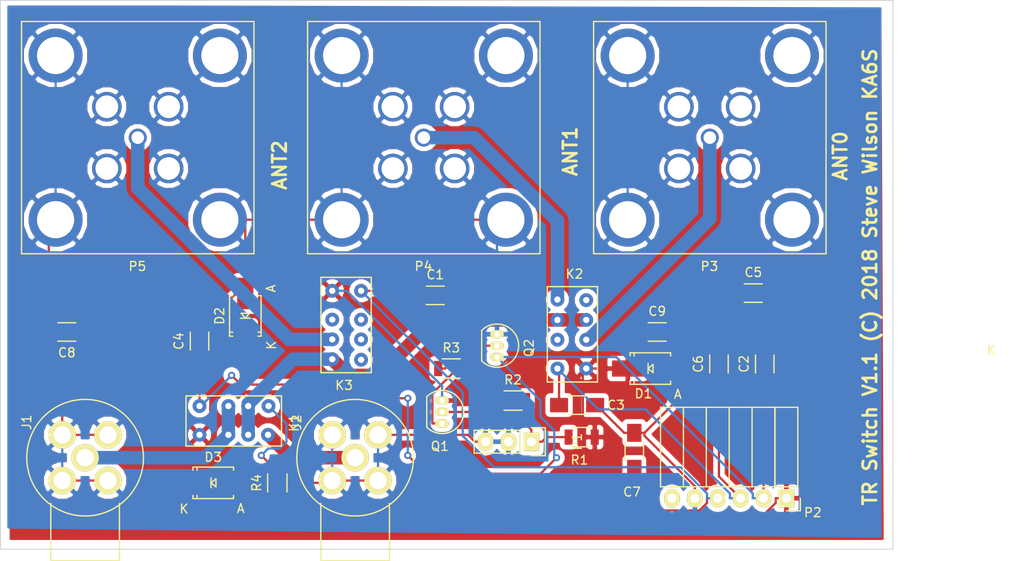
<source format=kicad_pcb>
(kicad_pcb (version 20170920) (host pcbnew "(2017-09-22 revision df472e6)-master")

  (general
    (thickness 1.6)
    (drawings 8)
    (tracks 200)
    (zones 0)
    (modules 28)
    (nets 24)
  )

  (page A4)
  (layers
    (0 F.Cu signal)
    (31 B.Cu signal hide)
    (32 B.Adhes user)
    (33 F.Adhes user)
    (34 B.Paste user)
    (35 F.Paste user)
    (36 B.SilkS user)
    (37 F.SilkS user)
    (38 B.Mask user)
    (39 F.Mask user)
    (40 Dwgs.User user)
    (41 Cmts.User user)
    (42 Eco1.User user)
    (43 Eco2.User user)
    (44 Edge.Cuts user)
    (45 Margin user)
    (46 B.CrtYd user)
    (47 F.CrtYd user)
    (48 B.Fab user)
    (49 F.Fab user)
  )

  (setup
    (last_trace_width 0.25)
    (trace_clearance 0.2)
    (zone_clearance 0.508)
    (zone_45_only no)
    (trace_min 0.2)
    (segment_width 0.2)
    (edge_width 0.1)
    (via_size 0.8)
    (via_drill 0.4)
    (via_min_size 0.4)
    (via_min_drill 0.3)
    (uvia_size 0.3)
    (uvia_drill 0.1)
    (uvias_allowed no)
    (uvia_min_size 0.2)
    (uvia_min_drill 0.1)
    (pcb_text_width 0.3)
    (pcb_text_size 1.5 1.5)
    (mod_edge_width 0.15)
    (mod_text_size 1 1)
    (mod_text_width 0.15)
    (pad_size 2 2)
    (pad_drill 1.4)
    (pad_to_mask_clearance 0)
    (aux_axis_origin 0 0)
    (visible_elements FFFFFF7F)
    (pcbplotparams
      (layerselection 0x010ff_ffffffff)
      (usegerberextensions true)
      (usegerberattributes true)
      (usegerberadvancedattributes true)
      (creategerberjobfile true)
      (excludeedgelayer true)
      (linewidth 0.100000)
      (plotframeref false)
      (viasonmask false)
      (mode 1)
      (useauxorigin false)
      (hpglpennumber 1)
      (hpglpenspeed 20)
      (hpglpendiameter 15)
      (psnegative false)
      (psa4output false)
      (plotreference true)
      (plotvalue true)
      (plotinvisibletext false)
      (padsonsilk false)
      (subtractmaskfromsilk false)
      (outputformat 1)
      (mirror false)
      (drillshape 0)
      (scaleselection 1)
      (outputdirectory gerbers/))
  )

  (net 0 "")
  (net 1 /ANT2_n)
  (net 2 GNDA)
  (net 3 /PTT_N)
  (net 4 /ANT1_n)
  (net 5 +5V)
  (net 6 "Net-(J1-Pad1)")
  (net 7 "Net-(J2-Pad1)")
  (net 8 "Net-(K1-Pad3)")
  (net 9 "Net-(K2-Pad2)")
  (net 10 "Net-(K2-Pad4)")
  (net 11 "Net-(K2-Pad5)")
  (net 12 "Net-(K2-Pad7)")
  (net 13 "Net-(K3-Pad7)")
  (net 14 "Net-(K3-Pad6)")
  (net 15 "Net-(K3-Pad5)")
  (net 16 "Net-(K3-Pad2)")
  (net 17 "Net-(P1-Pad1)")
  (net 18 "Net-(P2-Pad6)")
  (net 19 "Net-(Q1-Pad2)")
  (net 20 "Net-(Q1-Pad3)")
  (net 21 "Net-(Q2-Pad2)")
  (net 22 "Net-(K3-Pad3)")
  (net 23 "Net-(K1-Pad5)")

  (net_class Default "This is the default net class."
    (clearance 0.2)
    (trace_width 0.25)
    (via_dia 0.8)
    (via_drill 0.4)
    (uvia_dia 0.3)
    (uvia_drill 0.1)
    (add_net +5V)
    (add_net /ANT1_n)
    (add_net /ANT2_n)
    (add_net /PTT_N)
    (add_net GNDA)
    (add_net "Net-(K1-Pad5)")
    (add_net "Net-(K3-Pad3)")
    (add_net "Net-(P1-Pad1)")
    (add_net "Net-(P2-Pad6)")
    (add_net "Net-(Q1-Pad2)")
    (add_net "Net-(Q1-Pad3)")
    (add_net "Net-(Q2-Pad2)")
  )

  (net_class 50Ohm ""
    (clearance 0.2)
    (trace_width 1.5)
    (via_dia 0.8)
    (via_drill 0.4)
    (uvia_dia 0.3)
    (uvia_drill 0.1)
    (add_net "Net-(J1-Pad1)")
    (add_net "Net-(J2-Pad1)")
    (add_net "Net-(K1-Pad3)")
    (add_net "Net-(K2-Pad2)")
    (add_net "Net-(K2-Pad4)")
    (add_net "Net-(K2-Pad5)")
    (add_net "Net-(K2-Pad7)")
    (add_net "Net-(K3-Pad2)")
    (add_net "Net-(K3-Pad5)")
    (add_net "Net-(K3-Pad6)")
    (add_net "Net-(K3-Pad7)")
  )

  (module Capacitors_SMD:C_1206_HandSoldering (layer F.Cu) (tedit 5AA13555) (tstamp 5AAB94AF)
    (at 147.32 96.266)
    (descr "Capacitor SMD 1206, hand soldering")
    (tags "capacitor 1206")
    (path /5AA2C695)
    (attr smd)
    (fp_text reference C1 (at 0 -2.3) (layer F.SilkS)
      (effects (font (size 1 1) (thickness 0.15)))
    )
    (fp_text value 0.1uF (at 62.23 12.446) (layer F.Fab)
      (effects (font (size 1 1) (thickness 0.15)))
    )
    (fp_line (start -3.3 -1.15) (end 3.3 -1.15) (layer F.CrtYd) (width 0.05))
    (fp_line (start -3.3 1.15) (end 3.3 1.15) (layer F.CrtYd) (width 0.05))
    (fp_line (start -3.3 -1.15) (end -3.3 1.15) (layer F.CrtYd) (width 0.05))
    (fp_line (start 3.3 -1.15) (end 3.3 1.15) (layer F.CrtYd) (width 0.05))
    (fp_line (start 1 -1.025) (end -1 -1.025) (layer F.SilkS) (width 0.15))
    (fp_line (start -1 1.025) (end 1 1.025) (layer F.SilkS) (width 0.15))
    (pad 1 smd rect (at -2 0) (size 2 1.6) (layers F.Cu F.Paste F.Mask)
      (net 1 /ANT2_n))
    (pad 2 smd rect (at 2 0) (size 2 1.6) (layers F.Cu F.Paste F.Mask)
      (net 2 GNDA))
    (model Capacitors_SMD.3dshapes/C_1206_HandSoldering.wrl
      (at (xyz 0 0 0))
      (scale (xyz 1 1 1))
      (rotate (xyz 0 0 0))
    )
  )

  (module Capacitors_SMD:C_1206_HandSoldering (layer F.Cu) (tedit 5AA135A5) (tstamp 5AAB94BB)
    (at 183.896 103.886 90)
    (descr "Capacitor SMD 1206, hand soldering")
    (tags "capacitor 1206")
    (path /5AA2C5F2)
    (attr smd)
    (fp_text reference C2 (at 0 -2.3 90) (layer F.SilkS)
      (effects (font (size 1 1) (thickness 0.15)))
    )
    (fp_text value 0.1uF (at 3.302 23.368 90) (layer F.Fab)
      (effects (font (size 1 1) (thickness 0.15)))
    )
    (fp_line (start -1 1.025) (end 1 1.025) (layer F.SilkS) (width 0.15))
    (fp_line (start 1 -1.025) (end -1 -1.025) (layer F.SilkS) (width 0.15))
    (fp_line (start 3.3 -1.15) (end 3.3 1.15) (layer F.CrtYd) (width 0.05))
    (fp_line (start -3.3 -1.15) (end -3.3 1.15) (layer F.CrtYd) (width 0.05))
    (fp_line (start -3.3 1.15) (end 3.3 1.15) (layer F.CrtYd) (width 0.05))
    (fp_line (start -3.3 -1.15) (end 3.3 -1.15) (layer F.CrtYd) (width 0.05))
    (pad 2 smd rect (at 2 0 90) (size 2 1.6) (layers F.Cu F.Paste F.Mask)
      (net 2 GNDA))
    (pad 1 smd rect (at -2 0 90) (size 2 1.6) (layers F.Cu F.Paste F.Mask)
      (net 3 /PTT_N))
    (model Capacitors_SMD.3dshapes/C_1206_HandSoldering.wrl
      (at (xyz 0 0 0))
      (scale (xyz 1 1 1))
      (rotate (xyz 0 0 0))
    )
  )

  (module Capacitors_SMD:C_1206_HandSoldering (layer F.Cu) (tedit 5AA13553) (tstamp 5AAB94C7)
    (at 163.068 108.458)
    (descr "Capacitor SMD 1206, hand soldering")
    (tags "capacitor 1206")
    (path /5AA2C411)
    (attr smd)
    (fp_text reference C3 (at 4.318 0) (layer F.SilkS)
      (effects (font (size 1 1) (thickness 0.15)))
    )
    (fp_text value 0.1uF (at 42.164 3.556) (layer F.Fab)
      (effects (font (size 1 1) (thickness 0.15)))
    )
    (fp_line (start -1 1.025) (end 1 1.025) (layer F.SilkS) (width 0.15))
    (fp_line (start 1 -1.025) (end -1 -1.025) (layer F.SilkS) (width 0.15))
    (fp_line (start 3.3 -1.15) (end 3.3 1.15) (layer F.CrtYd) (width 0.05))
    (fp_line (start -3.3 -1.15) (end -3.3 1.15) (layer F.CrtYd) (width 0.05))
    (fp_line (start -3.3 1.15) (end 3.3 1.15) (layer F.CrtYd) (width 0.05))
    (fp_line (start -3.3 -1.15) (end 3.3 -1.15) (layer F.CrtYd) (width 0.05))
    (pad 2 smd rect (at 2 0) (size 2 1.6) (layers F.Cu F.Paste F.Mask)
      (net 2 GNDA))
    (pad 1 smd rect (at -2 0) (size 2 1.6) (layers F.Cu F.Paste F.Mask)
      (net 4 /ANT1_n))
    (model Capacitors_SMD.3dshapes/C_1206_HandSoldering.wrl
      (at (xyz 0 0 0))
      (scale (xyz 1 1 1))
      (rotate (xyz 0 0 0))
    )
  )

  (module Capacitors_SMD:C_1206_HandSoldering (layer F.Cu) (tedit 541A9C03) (tstamp 5AAB94D3)
    (at 121.158 101.346 90)
    (descr "Capacitor SMD 1206, hand soldering")
    (tags "capacitor 1206")
    (path /5AA2B4B3)
    (attr smd)
    (fp_text reference C4 (at 0 -2.3 90) (layer F.SilkS)
      (effects (font (size 1 1) (thickness 0.15)))
    )
    (fp_text value 0.1uF (at 0 2.3 90) (layer F.Fab)
      (effects (font (size 1 1) (thickness 0.15)))
    )
    (fp_line (start -3.3 -1.15) (end 3.3 -1.15) (layer F.CrtYd) (width 0.05))
    (fp_line (start -3.3 1.15) (end 3.3 1.15) (layer F.CrtYd) (width 0.05))
    (fp_line (start -3.3 -1.15) (end -3.3 1.15) (layer F.CrtYd) (width 0.05))
    (fp_line (start 3.3 -1.15) (end 3.3 1.15) (layer F.CrtYd) (width 0.05))
    (fp_line (start 1 -1.025) (end -1 -1.025) (layer F.SilkS) (width 0.15))
    (fp_line (start -1 1.025) (end 1 1.025) (layer F.SilkS) (width 0.15))
    (pad 1 smd rect (at -2 0 90) (size 2 1.6) (layers F.Cu F.Paste F.Mask)
      (net 3 /PTT_N))
    (pad 2 smd rect (at 2 0 90) (size 2 1.6) (layers F.Cu F.Paste F.Mask)
      (net 2 GNDA))
    (model Capacitors_SMD.3dshapes/C_1206_HandSoldering.wrl
      (at (xyz 0 0 0))
      (scale (xyz 1 1 1))
      (rotate (xyz 0 0 0))
    )
  )

  (module Capacitors_SMD:C_1206_HandSoldering (layer F.Cu) (tedit 5AA1355F) (tstamp 5AAB94DF)
    (at 182.626 96.012)
    (descr "Capacitor SMD 1206, hand soldering")
    (tags "capacitor 1206")
    (path /5AA2ADE0)
    (attr smd)
    (fp_text reference C5 (at 0 -2.3) (layer F.SilkS)
      (effects (font (size 1 1) (thickness 0.15)))
    )
    (fp_text value 0.1uF (at 22.352 7.874) (layer F.Fab)
      (effects (font (size 1 1) (thickness 0.15)))
    )
    (fp_line (start -3.3 -1.15) (end 3.3 -1.15) (layer F.CrtYd) (width 0.05))
    (fp_line (start -3.3 1.15) (end 3.3 1.15) (layer F.CrtYd) (width 0.05))
    (fp_line (start -3.3 -1.15) (end -3.3 1.15) (layer F.CrtYd) (width 0.05))
    (fp_line (start 3.3 -1.15) (end 3.3 1.15) (layer F.CrtYd) (width 0.05))
    (fp_line (start 1 -1.025) (end -1 -1.025) (layer F.SilkS) (width 0.15))
    (fp_line (start -1 1.025) (end 1 1.025) (layer F.SilkS) (width 0.15))
    (pad 1 smd rect (at -2 0) (size 2 1.6) (layers F.Cu F.Paste F.Mask)
      (net 5 +5V))
    (pad 2 smd rect (at 2 0) (size 2 1.6) (layers F.Cu F.Paste F.Mask)
      (net 2 GNDA))
    (model Capacitors_SMD.3dshapes/C_1206_HandSoldering.wrl
      (at (xyz 0 0 0))
      (scale (xyz 1 1 1))
      (rotate (xyz 0 0 0))
    )
  )

  (module Capacitors_SMD:C_1206_HandSoldering (layer F.Cu) (tedit 5AA13561) (tstamp 5AAB94EB)
    (at 178.816 103.886 90)
    (descr "Capacitor SMD 1206, hand soldering")
    (tags "capacitor 1206")
    (path /5AA2B33F)
    (attr smd)
    (fp_text reference C6 (at 0 -2.3 90) (layer F.SilkS)
      (effects (font (size 1 1) (thickness 0.15)))
    )
    (fp_text value 0.1uF (at 2.286 25.654 90) (layer F.Fab)
      (effects (font (size 1 1) (thickness 0.15)))
    )
    (fp_line (start -1 1.025) (end 1 1.025) (layer F.SilkS) (width 0.15))
    (fp_line (start 1 -1.025) (end -1 -1.025) (layer F.SilkS) (width 0.15))
    (fp_line (start 3.3 -1.15) (end 3.3 1.15) (layer F.CrtYd) (width 0.05))
    (fp_line (start -3.3 -1.15) (end -3.3 1.15) (layer F.CrtYd) (width 0.05))
    (fp_line (start -3.3 1.15) (end 3.3 1.15) (layer F.CrtYd) (width 0.05))
    (fp_line (start -3.3 -1.15) (end 3.3 -1.15) (layer F.CrtYd) (width 0.05))
    (pad 2 smd rect (at 2 0 90) (size 2 1.6) (layers F.Cu F.Paste F.Mask)
      (net 2 GNDA))
    (pad 1 smd rect (at -2 0 90) (size 2 1.6) (layers F.Cu F.Paste F.Mask)
      (net 4 /ANT1_n))
    (model Capacitors_SMD.3dshapes/C_1206_HandSoldering.wrl
      (at (xyz 0 0 0))
      (scale (xyz 1 1 1))
      (rotate (xyz 0 0 0))
    )
  )

  (module Capacitors_SMD:C_1206_HandSoldering (layer F.Cu) (tedit 5AA13559) (tstamp 5AAB94F7)
    (at 169.418 113.538 90)
    (descr "Capacitor SMD 1206, hand soldering")
    (tags "capacitor 1206")
    (path /5AA2B102)
    (attr smd)
    (fp_text reference C7 (at -4.572 -0.254) (layer F.SilkS)
      (effects (font (size 1 1) (thickness 0.15)))
    )
    (fp_text value 0.1uF (at 1.016 35.052 90) (layer F.Fab)
      (effects (font (size 1 1) (thickness 0.15)))
    )
    (fp_line (start -3.3 -1.15) (end 3.3 -1.15) (layer F.CrtYd) (width 0.05))
    (fp_line (start -3.3 1.15) (end 3.3 1.15) (layer F.CrtYd) (width 0.05))
    (fp_line (start -3.3 -1.15) (end -3.3 1.15) (layer F.CrtYd) (width 0.05))
    (fp_line (start 3.3 -1.15) (end 3.3 1.15) (layer F.CrtYd) (width 0.05))
    (fp_line (start 1 -1.025) (end -1 -1.025) (layer F.SilkS) (width 0.15))
    (fp_line (start -1 1.025) (end 1 1.025) (layer F.SilkS) (width 0.15))
    (pad 1 smd rect (at -2 0 90) (size 2 1.6) (layers F.Cu F.Paste F.Mask)
      (net 1 /ANT2_n))
    (pad 2 smd rect (at 2 0 90) (size 2 1.6) (layers F.Cu F.Paste F.Mask)
      (net 2 GNDA))
    (model Capacitors_SMD.3dshapes/C_1206_HandSoldering.wrl
      (at (xyz 0 0 0))
      (scale (xyz 1 1 1))
      (rotate (xyz 0 0 0))
    )
  )

  (module Capacitors_SMD:C_1206_HandSoldering (layer F.Cu) (tedit 5AA13548) (tstamp 5AAB9503)
    (at 106.426 100.33 180)
    (descr "Capacitor SMD 1206, hand soldering")
    (tags "capacitor 1206")
    (path /5A9EE029)
    (attr smd)
    (fp_text reference C8 (at 0 -2.3 180) (layer F.SilkS)
      (effects (font (size 1 1) (thickness 0.15)))
    )
    (fp_text value 0.1uF (at -98.044 -8.128 180) (layer F.Fab)
      (effects (font (size 1 1) (thickness 0.15)))
    )
    (fp_line (start -3.3 -1.15) (end 3.3 -1.15) (layer F.CrtYd) (width 0.05))
    (fp_line (start -3.3 1.15) (end 3.3 1.15) (layer F.CrtYd) (width 0.05))
    (fp_line (start -3.3 -1.15) (end -3.3 1.15) (layer F.CrtYd) (width 0.05))
    (fp_line (start 3.3 -1.15) (end 3.3 1.15) (layer F.CrtYd) (width 0.05))
    (fp_line (start 1 -1.025) (end -1 -1.025) (layer F.SilkS) (width 0.15))
    (fp_line (start -1 1.025) (end 1 1.025) (layer F.SilkS) (width 0.15))
    (pad 1 smd rect (at -2 0 180) (size 2 1.6) (layers F.Cu F.Paste F.Mask)
      (net 5 +5V))
    (pad 2 smd rect (at 2 0 180) (size 2 1.6) (layers F.Cu F.Paste F.Mask)
      (net 2 GNDA))
    (model Capacitors_SMD.3dshapes/C_1206_HandSoldering.wrl
      (at (xyz 0 0 0))
      (scale (xyz 1 1 1))
      (rotate (xyz 0 0 0))
    )
  )

  (module Capacitors_SMD:C_1206_HandSoldering (layer F.Cu) (tedit 5AA1355E) (tstamp 5AAB950F)
    (at 171.958 100.33)
    (descr "Capacitor SMD 1206, hand soldering")
    (tags "capacitor 1206")
    (path /5AA2AF74)
    (attr smd)
    (fp_text reference C9 (at 0 -2.3) (layer F.SilkS)
      (effects (font (size 1 1) (thickness 0.15)))
    )
    (fp_text value 0.1uF (at 33.528 4.572) (layer F.Fab)
      (effects (font (size 1 1) (thickness 0.15)))
    )
    (fp_line (start -3.3 -1.15) (end 3.3 -1.15) (layer F.CrtYd) (width 0.05))
    (fp_line (start -3.3 1.15) (end 3.3 1.15) (layer F.CrtYd) (width 0.05))
    (fp_line (start -3.3 -1.15) (end -3.3 1.15) (layer F.CrtYd) (width 0.05))
    (fp_line (start 3.3 -1.15) (end 3.3 1.15) (layer F.CrtYd) (width 0.05))
    (fp_line (start 1 -1.025) (end -1 -1.025) (layer F.SilkS) (width 0.15))
    (fp_line (start -1 1.025) (end 1 1.025) (layer F.SilkS) (width 0.15))
    (pad 1 smd rect (at -2 0) (size 2 1.6) (layers F.Cu F.Paste F.Mask)
      (net 5 +5V))
    (pad 2 smd rect (at 2 0) (size 2 1.6) (layers F.Cu F.Paste F.Mask)
      (net 2 GNDA))
    (model Capacitors_SMD.3dshapes/C_1206_HandSoldering.wrl
      (at (xyz 0 0 0))
      (scale (xyz 1 1 1))
      (rotate (xyz 0 0 0))
    )
  )

  (module Relays_ThroughHole:G6J-2P-Y (layer F.Cu) (tedit 5AA1354A) (tstamp 5AAB9557)
    (at 121.158 111.76 90)
    (path /5AA2A341)
    (fp_text reference K1 (at 1.31 10.5 90) (layer F.SilkS)
      (effects (font (size 1 1) (thickness 0.15)))
    )
    (fp_text value RELAY_RF (at -0.254 86.106 90) (layer F.Fab)
      (effects (font (size 1 1) (thickness 0.15)))
    )
    (fp_line (start -1.25 -1.5) (end 4.325 -1.5) (layer F.SilkS) (width 0.15))
    (fp_line (start -1.25 9.1) (end -1.25 -1.5) (layer F.SilkS) (width 0.15))
    (fp_line (start 4.325 9.1) (end -1.25 9.1) (layer F.SilkS) (width 0.15))
    (fp_line (start 4.325 -1.5) (end 4.325 9.1) (layer F.SilkS) (width 0.15))
    (pad 1 thru_hole circle (at 0 0 90) (size 1.54 1.54) (drill 0.7) (layers *.Cu *.Mask)
      (net 5 +5V))
    (pad 2 thru_hole circle (at 0 3.2 90) (size 1.54 1.54) (drill 0.7) (layers *.Cu *.Mask)
      (net 6 "Net-(J1-Pad1)"))
    (pad 3 thru_hole circle (at 0 5.4 90) (size 1.54 1.54) (drill 0.7) (layers *.Cu *.Mask)
      (net 8 "Net-(K1-Pad3)"))
    (pad 4 thru_hole circle (at 0 7.6 90) (size 1.54 1.54) (drill 0.7) (layers *.Cu *.Mask)
      (net 7 "Net-(J2-Pad1)"))
    (pad 5 thru_hole circle (at 3.2 7.66 90) (size 1.54 1.54) (drill 0.7) (layers *.Cu *.Mask)
      (net 23 "Net-(K1-Pad5)"))
    (pad 6 thru_hole circle (at 3.2 5.4 90) (size 1.54 1.54) (drill 0.7) (layers *.Cu *.Mask)
      (net 8 "Net-(K1-Pad3)"))
    (pad 7 thru_hole circle (at 3.2 3.2 90) (size 1.54 1.54) (drill 0.7) (layers *.Cu *.Mask)
      (net 6 "Net-(J1-Pad1)"))
    (pad 8 thru_hole circle (at 3.2 0 90) (size 1.54 1.54) (drill 0.7) (layers *.Cu *.Mask)
      (net 3 /PTT_N))
  )

  (module Relays_ThroughHole:G6J-2P-Y (layer F.Cu) (tedit 5AA1354F) (tstamp 5AAB9567)
    (at 164.084 104.394 180)
    (path /5AA29545)
    (fp_text reference K2 (at 1.31 10.5 180) (layer F.SilkS)
      (effects (font (size 1 1) (thickness 0.15)))
    )
    (fp_text value RELAY_RF (at -44.958 -12.954 180) (layer F.Fab)
      (effects (font (size 1 1) (thickness 0.15)))
    )
    (fp_line (start -1.25 -1.5) (end 4.325 -1.5) (layer F.SilkS) (width 0.15))
    (fp_line (start -1.25 9.1) (end -1.25 -1.5) (layer F.SilkS) (width 0.15))
    (fp_line (start 4.325 9.1) (end -1.25 9.1) (layer F.SilkS) (width 0.15))
    (fp_line (start 4.325 -1.5) (end 4.325 9.1) (layer F.SilkS) (width 0.15))
    (pad 1 thru_hole circle (at 0 0 180) (size 1.54 1.54) (drill 0.7) (layers *.Cu *.Mask)
      (net 5 +5V))
    (pad 2 thru_hole circle (at 0 3.2 180) (size 1.54 1.54) (drill 0.7) (layers *.Cu *.Mask)
      (net 9 "Net-(K2-Pad2)"))
    (pad 3 thru_hole circle (at 0 5.4 180) (size 1.54 1.54) (drill 0.7) (layers *.Cu *.Mask)
      (net 8 "Net-(K1-Pad3)"))
    (pad 4 thru_hole circle (at 0 7.6 180) (size 1.54 1.54) (drill 0.7) (layers *.Cu *.Mask)
      (net 10 "Net-(K2-Pad4)"))
    (pad 5 thru_hole circle (at 3.2 7.66 180) (size 1.54 1.54) (drill 0.7) (layers *.Cu *.Mask)
      (net 11 "Net-(K2-Pad5)"))
    (pad 6 thru_hole circle (at 3.2 5.4 180) (size 1.54 1.54) (drill 0.7) (layers *.Cu *.Mask)
      (net 8 "Net-(K1-Pad3)"))
    (pad 7 thru_hole circle (at 3.2 3.2 180) (size 1.54 1.54) (drill 0.7) (layers *.Cu *.Mask)
      (net 12 "Net-(K2-Pad7)"))
    (pad 8 thru_hole circle (at 3.2 0 180) (size 1.54 1.54) (drill 0.7) (layers *.Cu *.Mask)
      (net 4 /ANT1_n))
  )

  (module Relays_ThroughHole:G6J-2P-Y (layer F.Cu) (tedit 5AA1355C) (tstamp 5AAB9577)
    (at 135.89 95.758)
    (path /5AA29C64)
    (fp_text reference K3 (at 1.31 10.5) (layer F.SilkS)
      (effects (font (size 1 1) (thickness 0.15)))
    )
    (fp_text value RELAY_RF (at 68.58 7.366) (layer F.Fab)
      (effects (font (size 1 1) (thickness 0.15)))
    )
    (fp_line (start 4.325 -1.5) (end 4.325 9.1) (layer F.SilkS) (width 0.15))
    (fp_line (start 4.325 9.1) (end -1.25 9.1) (layer F.SilkS) (width 0.15))
    (fp_line (start -1.25 9.1) (end -1.25 -1.5) (layer F.SilkS) (width 0.15))
    (fp_line (start -1.25 -1.5) (end 4.325 -1.5) (layer F.SilkS) (width 0.15))
    (pad 8 thru_hole circle (at 3.2 0) (size 1.54 1.54) (drill 0.7) (layers *.Cu *.Mask)
      (net 1 /ANT2_n))
    (pad 7 thru_hole circle (at 3.2 3.2) (size 1.54 1.54) (drill 0.7) (layers *.Cu *.Mask)
      (net 13 "Net-(K3-Pad7)"))
    (pad 6 thru_hole circle (at 3.2 5.4) (size 1.54 1.54) (drill 0.7) (layers *.Cu *.Mask)
      (net 14 "Net-(K3-Pad6)"))
    (pad 5 thru_hole circle (at 3.2 7.66) (size 1.54 1.54) (drill 0.7) (layers *.Cu *.Mask)
      (net 15 "Net-(K3-Pad5)"))
    (pad 4 thru_hole circle (at 0 7.6) (size 1.54 1.54) (drill 0.7) (layers *.Cu *.Mask)
      (net 8 "Net-(K1-Pad3)"))
    (pad 3 thru_hole circle (at 0 5.4) (size 1.54 1.54) (drill 0.7) (layers *.Cu *.Mask)
      (net 22 "Net-(K3-Pad3)"))
    (pad 2 thru_hole circle (at 0 3.2) (size 1.54 1.54) (drill 0.7) (layers *.Cu *.Mask)
      (net 16 "Net-(K3-Pad2)"))
    (pad 1 thru_hole circle (at 0 0) (size 1.54 1.54) (drill 0.7) (layers *.Cu *.Mask)
      (net 5 +5V))
  )

  (module Pin_Headers:Pin_Header_Straight_1x03 (layer F.Cu) (tedit 5AA13551) (tstamp 5AAB9589)
    (at 157.988 112.522 270)
    (descr "Through hole pin header")
    (tags "pin header")
    (path /5AA2D3C1)
    (fp_text reference P1 (at 0 -5.1 270) (layer F.SilkS)
      (effects (font (size 1 1) (thickness 0.15)))
    )
    (fp_text value CONN_01X03 (at 1.016 -49.022 270) (layer F.Fab)
      (effects (font (size 1 1) (thickness 0.15)))
    )
    (fp_line (start -1.75 -1.75) (end -1.75 6.85) (layer F.CrtYd) (width 0.05))
    (fp_line (start 1.75 -1.75) (end 1.75 6.85) (layer F.CrtYd) (width 0.05))
    (fp_line (start -1.75 -1.75) (end 1.75 -1.75) (layer F.CrtYd) (width 0.05))
    (fp_line (start -1.75 6.85) (end 1.75 6.85) (layer F.CrtYd) (width 0.05))
    (fp_line (start -1.27 1.27) (end -1.27 6.35) (layer F.SilkS) (width 0.15))
    (fp_line (start -1.27 6.35) (end 1.27 6.35) (layer F.SilkS) (width 0.15))
    (fp_line (start 1.27 6.35) (end 1.27 1.27) (layer F.SilkS) (width 0.15))
    (fp_line (start 1.55 -1.55) (end 1.55 0) (layer F.SilkS) (width 0.15))
    (fp_line (start 1.27 1.27) (end -1.27 1.27) (layer F.SilkS) (width 0.15))
    (fp_line (start -1.55 0) (end -1.55 -1.55) (layer F.SilkS) (width 0.15))
    (fp_line (start -1.55 -1.55) (end 1.55 -1.55) (layer F.SilkS) (width 0.15))
    (pad 1 thru_hole rect (at 0 0 270) (size 2.032 1.7272) (drill 1.016) (layers *.Cu *.Mask F.SilkS)
      (net 17 "Net-(P1-Pad1)"))
    (pad 2 thru_hole oval (at 0 2.54 270) (size 2.032 1.7272) (drill 1.016) (layers *.Cu *.Mask F.SilkS)
      (net 2 GNDA))
    (pad 3 thru_hole oval (at 0 5.08 270) (size 2.032 1.7272) (drill 1.016) (layers *.Cu *.Mask F.SilkS)
      (net 2 GNDA))
    (model Pin_Headers.3dshapes/Pin_Header_Straight_1x03.wrl
      (at (xyz 0 -0.1 0))
      (scale (xyz 1 1 1))
      (rotate (xyz 0 0 90))
    )
  )

  (module Socket_Strips:Socket_Strip_Angled_1x06 (layer F.Cu) (tedit 5AA1354B) (tstamp 5AAB95AD)
    (at 186.3 118.8 180)
    (descr "Through hole socket strip")
    (tags "socket strip")
    (path /5AA2BBA7)
    (fp_text reference P2 (at -2.93 -1.596 180) (layer F.SilkS)
      (effects (font (size 1 1) (thickness 0.15)))
    )
    (fp_text value CONN_01X06 (at -18.678 5.77 180) (layer F.Fab)
      (effects (font (size 1 1) (thickness 0.15)))
    )
    (fp_line (start -1.75 -1.5) (end -1.75 10.6) (layer F.CrtYd) (width 0.05))
    (fp_line (start 14.45 -1.5) (end 14.45 10.6) (layer F.CrtYd) (width 0.05))
    (fp_line (start -1.75 -1.5) (end 14.45 -1.5) (layer F.CrtYd) (width 0.05))
    (fp_line (start -1.75 10.6) (end 14.45 10.6) (layer F.CrtYd) (width 0.05))
    (fp_line (start 13.97 10.1) (end 13.97 1.27) (layer F.SilkS) (width 0.15))
    (fp_line (start 11.43 10.1) (end 13.97 10.1) (layer F.SilkS) (width 0.15))
    (fp_line (start 11.43 1.27) (end 13.97 1.27) (layer F.SilkS) (width 0.15))
    (fp_line (start 8.89 1.27) (end 11.43 1.27) (layer F.SilkS) (width 0.15))
    (fp_line (start 8.89 10.1) (end 11.43 10.1) (layer F.SilkS) (width 0.15))
    (fp_line (start 11.43 10.1) (end 11.43 1.27) (layer F.SilkS) (width 0.15))
    (fp_line (start 8.89 10.1) (end 8.89 1.27) (layer F.SilkS) (width 0.15))
    (fp_line (start 6.35 10.1) (end 8.89 10.1) (layer F.SilkS) (width 0.15))
    (fp_line (start 6.35 1.27) (end 8.89 1.27) (layer F.SilkS) (width 0.15))
    (fp_line (start 3.81 1.27) (end 6.35 1.27) (layer F.SilkS) (width 0.15))
    (fp_line (start 3.81 10.1) (end 6.35 10.1) (layer F.SilkS) (width 0.15))
    (fp_line (start 6.35 10.1) (end 6.35 1.27) (layer F.SilkS) (width 0.15))
    (fp_line (start 3.81 10.1) (end 3.81 1.27) (layer F.SilkS) (width 0.15))
    (fp_line (start 1.27 10.1) (end 3.81 10.1) (layer F.SilkS) (width 0.15))
    (fp_line (start 1.27 1.27) (end 1.27 10.1) (layer F.SilkS) (width 0.15))
    (fp_line (start 1.27 1.27) (end 3.81 1.27) (layer F.SilkS) (width 0.15))
    (fp_line (start -1.27 1.27) (end 1.27 1.27) (layer F.SilkS) (width 0.15))
    (fp_line (start 0 -1.4) (end -1.55 -1.4) (layer F.SilkS) (width 0.15))
    (fp_line (start -1.55 -1.4) (end -1.55 0) (layer F.SilkS) (width 0.15))
    (fp_line (start -1.27 1.27) (end -1.27 10.1) (layer F.SilkS) (width 0.15))
    (fp_line (start -1.27 10.1) (end 1.27 10.1) (layer F.SilkS) (width 0.15))
    (fp_line (start 1.27 10.1) (end 1.27 1.27) (layer F.SilkS) (width 0.15))
    (pad 1 thru_hole rect (at 0 0 180) (size 1.7272 2.032) (drill 1.016) (layers *.Cu *.Mask F.SilkS)
      (net 5 +5V))
    (pad 2 thru_hole oval (at 2.54 0 180) (size 1.7272 2.032) (drill 1.016) (layers *.Cu *.Mask F.SilkS)
      (net 3 /PTT_N))
    (pad 3 thru_hole oval (at 5.08 0 180) (size 1.7272 2.032) (drill 1.016) (layers *.Cu *.Mask F.SilkS)
      (net 4 /ANT1_n))
    (pad 4 thru_hole oval (at 7.62 0 180) (size 1.7272 2.032) (drill 1.016) (layers *.Cu *.Mask F.SilkS)
      (net 1 /ANT2_n))
    (pad 5 thru_hole oval (at 10.16 0 180) (size 1.7272 2.032) (drill 1.016) (layers *.Cu *.Mask F.SilkS)
      (net 2 GNDA))
    (pad 6 thru_hole oval (at 12.7 0 180) (size 1.7272 2.032) (drill 1.016) (layers *.Cu *.Mask F.SilkS)
      (net 18 "Net-(P2-Pad6)"))
    (model Socket_Strips.3dshapes/Socket_Strip_Angled_1x06.wrl
      (at (xyz 0.25 0 0))
      (scale (xyz 1 1 1))
      (rotate (xyz 0 0 180))
    )
  )

  (module Resistors_SMD:R_1206 (layer F.Cu) (tedit 5AA13557) (tstamp 5AAD628C)
    (at 163.576 112.014)
    (descr "Resistor SMD 1206, reflow soldering, Vishay (see dcrcw.pdf)")
    (tags "resistor 1206")
    (path /5AA2CAA3)
    (attr smd)
    (fp_text reference R1 (at -0.254 2.54) (layer F.SilkS)
      (effects (font (size 1 1) (thickness 0.15)))
    )
    (fp_text value 47K (at 43.942 0.762) (layer F.Fab)
      (effects (font (size 1 1) (thickness 0.15)))
    )
    (fp_line (start -2.2 -1.2) (end 2.2 -1.2) (layer F.CrtYd) (width 0.05))
    (fp_line (start -2.2 1.2) (end 2.2 1.2) (layer F.CrtYd) (width 0.05))
    (fp_line (start -2.2 -1.2) (end -2.2 1.2) (layer F.CrtYd) (width 0.05))
    (fp_line (start 2.2 -1.2) (end 2.2 1.2) (layer F.CrtYd) (width 0.05))
    (fp_line (start 1 1.075) (end -1 1.075) (layer F.SilkS) (width 0.15))
    (fp_line (start -1 -1.075) (end 1 -1.075) (layer F.SilkS) (width 0.15))
    (pad 1 smd rect (at -1.45 0) (size 0.9 1.7) (layers F.Cu F.Paste F.Mask)
      (net 17 "Net-(P1-Pad1)"))
    (pad 2 smd rect (at 1.45 0) (size 0.9 1.7) (layers F.Cu F.Paste F.Mask)
      (net 5 +5V))
    (model Resistors_SMD.3dshapes/R_1206.wrl
      (at (xyz 0 0 0))
      (scale (xyz 1 1 1))
      (rotate (xyz 0 0 0))
    )
  )

  (module Resistors_SMD:R_1206 (layer F.Cu) (tedit 5AA13467) (tstamp 5AAD6297)
    (at 155.956 107.95)
    (descr "Resistor SMD 1206, reflow soldering, Vishay (see dcrcw.pdf)")
    (tags "resistor 1206")
    (path /5AA2C9E4)
    (attr smd)
    (fp_text reference R2 (at 0 -2.3) (layer F.SilkS)
      (effects (font (size 1 1) (thickness 0.15)))
    )
    (fp_text value 10K (at -2.54 1.778) (layer F.Fab)
      (effects (font (size 1 1) (thickness 0.15)))
    )
    (fp_line (start -1 -1.075) (end 1 -1.075) (layer F.SilkS) (width 0.15))
    (fp_line (start 1 1.075) (end -1 1.075) (layer F.SilkS) (width 0.15))
    (fp_line (start 2.2 -1.2) (end 2.2 1.2) (layer F.CrtYd) (width 0.05))
    (fp_line (start -2.2 -1.2) (end -2.2 1.2) (layer F.CrtYd) (width 0.05))
    (fp_line (start -2.2 1.2) (end 2.2 1.2) (layer F.CrtYd) (width 0.05))
    (fp_line (start -2.2 -1.2) (end 2.2 -1.2) (layer F.CrtYd) (width 0.05))
    (pad 2 smd rect (at 1.45 0) (size 0.9 1.7) (layers F.Cu F.Paste F.Mask)
      (net 17 "Net-(P1-Pad1)"))
    (pad 1 smd rect (at -1.45 0) (size 0.9 1.7) (layers F.Cu F.Paste F.Mask)
      (net 19 "Net-(Q1-Pad2)"))
    (model Resistors_SMD.3dshapes/R_1206.wrl
      (at (xyz 0 0 0))
      (scale (xyz 1 1 1))
      (rotate (xyz 0 0 0))
    )
  )

  (module Resistors_SMD:R_1206 (layer F.Cu) (tedit 5AA134E5) (tstamp 5AAD62A2)
    (at 149.098 104.394)
    (descr "Resistor SMD 1206, reflow soldering, Vishay (see dcrcw.pdf)")
    (tags "resistor 1206")
    (path /5AA2CE28)
    (attr smd)
    (fp_text reference R3 (at 0 -2.3) (layer F.SilkS)
      (effects (font (size 1 1) (thickness 0.15)))
    )
    (fp_text value 10K (at 0 2.3 90) (layer F.Fab)
      (effects (font (size 1 1) (thickness 0.15)))
    )
    (fp_line (start -2.2 -1.2) (end 2.2 -1.2) (layer F.CrtYd) (width 0.05))
    (fp_line (start -2.2 1.2) (end 2.2 1.2) (layer F.CrtYd) (width 0.05))
    (fp_line (start -2.2 -1.2) (end -2.2 1.2) (layer F.CrtYd) (width 0.05))
    (fp_line (start 2.2 -1.2) (end 2.2 1.2) (layer F.CrtYd) (width 0.05))
    (fp_line (start 1 1.075) (end -1 1.075) (layer F.SilkS) (width 0.15))
    (fp_line (start -1 -1.075) (end 1 -1.075) (layer F.SilkS) (width 0.15))
    (pad 1 smd rect (at -1.45 0) (size 0.9 1.7) (layers F.Cu F.Paste F.Mask)
      (net 21 "Net-(Q2-Pad2)"))
    (pad 2 smd rect (at 1.45 0) (size 0.9 1.7) (layers F.Cu F.Paste F.Mask)
      (net 20 "Net-(Q1-Pad3)"))
    (model Resistors_SMD.3dshapes/R_1206.wrl
      (at (xyz 0 0 0))
      (scale (xyz 1 1 1))
      (rotate (xyz 0 0 0))
    )
  )

  (module TO_SOT_Packages_THT:TO-92_Inline_Narrow_Oval (layer F.Cu) (tedit 5AA134C9) (tstamp 5AAF6480)
    (at 148.082 107.95 270)
    (descr "TO-92 leads in-line, narrow, oval pads, drill 0.6mm (see NXP sot054_po.pdf)")
    (tags "to-92 sc-43 sc-43a sot54 PA33 transistor")
    (path /5AA3678A)
    (fp_text reference Q1 (at 5.08 0.254) (layer F.SilkS)
      (effects (font (size 1 1) (thickness 0.15)))
    )
    (fp_text value 2n3906 (at 0 3 270) (layer F.Fab)
      (effects (font (size 1 1) (thickness 0.15)))
    )
    (fp_line (start -1.4 1.95) (end -1.4 -2.65) (layer F.CrtYd) (width 0.05))
    (fp_line (start -1.4 1.95) (end 3.95 1.95) (layer F.CrtYd) (width 0.05))
    (fp_line (start -0.43 1.7) (end 2.97 1.7) (layer F.SilkS) (width 0.15))
    (fp_arc (start 1.27 0) (end 1.27 -2.4) (angle -135) (layer F.SilkS) (width 0.15))
    (fp_arc (start 1.27 0) (end 1.27 -2.4) (angle 135) (layer F.SilkS) (width 0.15))
    (fp_line (start -1.4 -2.65) (end 3.95 -2.65) (layer F.CrtYd) (width 0.05))
    (fp_line (start 3.95 1.95) (end 3.95 -2.65) (layer F.CrtYd) (width 0.05))
    (pad 2 thru_hole oval (at 1.27 0 90) (size 0.89916 1.50114) (drill 0.6) (layers *.Cu *.Mask F.SilkS)
      (net 19 "Net-(Q1-Pad2)"))
    (pad 3 thru_hole oval (at 2.54 0 90) (size 0.89916 1.50114) (drill 0.6) (layers *.Cu *.Mask F.SilkS)
      (net 20 "Net-(Q1-Pad3)"))
    (pad 1 thru_hole oval (at 0 0 90) (size 0.89916 1.50114) (drill 0.6) (layers *.Cu *.Mask F.SilkS)
      (net 5 +5V))
    (model TO_SOT_Packages_THT.3dshapes/TO-92_Inline_Narrow_Oval.wrl
      (at (xyz 0.05 0 0))
      (scale (xyz 1 1 1))
      (rotate (xyz 0 0 -90))
    )
  )

  (module TO_SOT_Packages_THT:TO-92_Inline_Narrow_Oval (layer F.Cu) (tedit 5AA134E1) (tstamp 5AAF648D)
    (at 154.178 100.584 270)
    (descr "TO-92 leads in-line, narrow, oval pads, drill 0.6mm (see NXP sot054_po.pdf)")
    (tags "to-92 sc-43 sc-43a sot54 PA33 transistor")
    (path /5AA35EBD)
    (fp_text reference Q2 (at 1.524 -3.556 90) (layer F.SilkS)
      (effects (font (size 1 1) (thickness 0.15)))
    )
    (fp_text value 2n3904 (at -2.794 -1.016 180) (layer F.Fab)
      (effects (font (size 1 1) (thickness 0.15)))
    )
    (fp_line (start 3.95 1.95) (end 3.95 -2.65) (layer F.CrtYd) (width 0.05))
    (fp_line (start -1.4 -2.65) (end 3.95 -2.65) (layer F.CrtYd) (width 0.05))
    (fp_arc (start 1.27 0) (end 1.27 -2.4) (angle 135) (layer F.SilkS) (width 0.15))
    (fp_arc (start 1.27 0) (end 1.27 -2.4) (angle -135) (layer F.SilkS) (width 0.15))
    (fp_line (start -0.43 1.7) (end 2.97 1.7) (layer F.SilkS) (width 0.15))
    (fp_line (start -1.4 1.95) (end 3.95 1.95) (layer F.CrtYd) (width 0.05))
    (fp_line (start -1.4 1.95) (end -1.4 -2.65) (layer F.CrtYd) (width 0.05))
    (pad 1 thru_hole oval (at 0 0 90) (size 0.89916 1.50114) (drill 0.6) (layers *.Cu *.Mask F.SilkS)
      (net 2 GNDA))
    (pad 3 thru_hole oval (at 2.54 0 90) (size 0.89916 1.50114) (drill 0.6) (layers *.Cu *.Mask F.SilkS)
      (net 3 /PTT_N))
    (pad 2 thru_hole oval (at 1.27 0 90) (size 0.89916 1.50114) (drill 0.6) (layers *.Cu *.Mask F.SilkS)
      (net 21 "Net-(Q2-Pad2)"))
    (model TO_SOT_Packages_THT.3dshapes/TO-92_Inline_Narrow_Oval.wrl
      (at (xyz 0.05 0 0))
      (scale (xyz 1 1 1))
      (rotate (xyz 0 0 -90))
    )
  )

  (module Sockets_BNC:SMA_F_RA (layer F.Cu) (tedit 569BF56B) (tstamp 5AA0A159)
    (at 108.458 114.3 270)
    (path /5A9DE204)
    (fp_text reference J1 (at -3.926227 6.486671 270) (layer F.SilkS)
      (effects (font (size 1 1) (thickness 0.15)))
    )
    (fp_text value SMA (at -6.16 -3.02 270) (layer F.Fab)
      (effects (font (size 1 1) (thickness 0.15)))
    )
    (fp_circle (center 0 0) (end -1.27 -6.35) (layer F.SilkS) (width 0.15))
    (fp_line (start 11.43 3.81) (end 5.08 3.81) (layer F.SilkS) (width 0.15))
    (fp_line (start 11.43 -3.81) (end 11.43 3.81) (layer F.SilkS) (width 0.15))
    (fp_line (start 10.16 -3.81) (end 11.43 -3.81) (layer F.SilkS) (width 0.15))
    (fp_line (start 5.08 -3.81) (end 10.16 -3.81) (layer F.SilkS) (width 0.15))
    (pad 5 thru_hole circle (at -2.54 -2.54 270) (size 3.048 3.048) (drill 1.905) (layers *.Cu *.Mask F.SilkS)
      (net 2 GNDA))
    (pad 4 thru_hole circle (at -2.54 2.54 270) (size 3.048 3.048) (drill 1.905) (layers *.Cu *.Mask F.SilkS)
      (net 2 GNDA))
    (pad 3 thru_hole circle (at 2.54 2.54 270) (size 3.048 3.048) (drill 1.905) (layers *.Cu *.Mask F.SilkS)
      (net 2 GNDA))
    (pad 2 thru_hole circle (at 2.54 -2.54 270) (size 3.048 3.048) (drill 1.905) (layers *.Cu *.Mask F.SilkS)
      (net 2 GNDA))
    (pad 1 thru_hole circle (at 0 0 270) (size 3.048 3.048) (drill 1.905) (layers *.Cu *.Mask F.SilkS)
      (net 6 "Net-(J1-Pad1)"))
  )

  (module Sockets_BNC:SMA_F_RA (layer F.Cu) (tedit 569BF56B) (tstamp 5AA0A166)
    (at 138.43 114.3 270)
    (path /5AA2A9E8)
    (fp_text reference J2 (at -3.926227 6.486671 270) (layer F.SilkS)
      (effects (font (size 1 1) (thickness 0.15)))
    )
    (fp_text value SMA (at -6.16 -3.02 270) (layer F.Fab)
      (effects (font (size 1 1) (thickness 0.15)))
    )
    (fp_line (start 5.08 -3.81) (end 10.16 -3.81) (layer F.SilkS) (width 0.15))
    (fp_line (start 10.16 -3.81) (end 11.43 -3.81) (layer F.SilkS) (width 0.15))
    (fp_line (start 11.43 -3.81) (end 11.43 3.81) (layer F.SilkS) (width 0.15))
    (fp_line (start 11.43 3.81) (end 5.08 3.81) (layer F.SilkS) (width 0.15))
    (fp_circle (center 0 0) (end -1.27 -6.35) (layer F.SilkS) (width 0.15))
    (pad 1 thru_hole circle (at 0 0 270) (size 3.048 3.048) (drill 1.905) (layers *.Cu *.Mask F.SilkS)
      (net 7 "Net-(J2-Pad1)"))
    (pad 2 thru_hole circle (at 2.54 -2.54 270) (size 3.048 3.048) (drill 1.905) (layers *.Cu *.Mask F.SilkS)
      (net 2 GNDA))
    (pad 3 thru_hole circle (at 2.54 2.54 270) (size 3.048 3.048) (drill 1.905) (layers *.Cu *.Mask F.SilkS)
      (net 2 GNDA))
    (pad 4 thru_hole circle (at -2.54 2.54 270) (size 3.048 3.048) (drill 1.905) (layers *.Cu *.Mask F.SilkS)
      (net 2 GNDA))
    (pad 5 thru_hole circle (at -2.54 -2.54 270) (size 3.048 3.048) (drill 1.905) (layers *.Cu *.Mask F.SilkS)
      (net 2 GNDA))
  )

  (module Diodes_SMD:SMA_Handsoldering (layer F.Cu) (tedit 5AA13563) (tstamp 5AA27C3B)
    (at 171.196 104.394)
    (descr "Diode SMA Handsoldering")
    (tags "Diode SMA Handsoldering")
    (path /5AA2ADDA)
    (attr smd)
    (fp_text reference D1 (at -0.762 2.794) (layer F.SilkS)
      (effects (font (size 1 1) (thickness 0.15)))
    )
    (fp_text value BAS16J (at 32.004 1.016) (layer F.Fab)
      (effects (font (size 1 1) (thickness 0.15)))
    )
    (fp_line (start -4.5 -2) (end 4.5 -2) (layer F.CrtYd) (width 0.05))
    (fp_line (start 4.5 -2) (end 4.5 2) (layer F.CrtYd) (width 0.05))
    (fp_line (start 4.5 2) (end -4.5 2) (layer F.CrtYd) (width 0.05))
    (fp_line (start -4.5 2) (end -4.5 -2) (layer F.CrtYd) (width 0.05))
    (fp_line (start -0.25 0) (end 0.3 -0.45) (layer F.SilkS) (width 0.15))
    (fp_line (start 0.3 -0.45) (end 0.3 0.45) (layer F.SilkS) (width 0.15))
    (fp_line (start 0.3 0.45) (end -0.25 0) (layer F.SilkS) (width 0.15))
    (fp_line (start -0.25 -0.55) (end -0.25 0.55) (layer F.SilkS) (width 0.15))
    (fp_text user K (at 37.846 -2.032) (layer F.SilkS)
      (effects (font (size 1 1) (thickness 0.15)))
    )
    (fp_text user A (at 3.05 2.85) (layer F.SilkS)
      (effects (font (size 1 1) (thickness 0.15)))
    )
    (fp_line (start -1.79914 1.75006) (end -1.79914 1.39954) (layer F.SilkS) (width 0.15))
    (fp_line (start -1.79914 -1.75006) (end -1.79914 -1.39954) (layer F.SilkS) (width 0.15))
    (fp_line (start 2.25044 1.75006) (end 2.25044 1.39954) (layer F.SilkS) (width 0.15))
    (fp_line (start -2.25044 1.75006) (end -2.25044 1.39954) (layer F.SilkS) (width 0.15))
    (fp_line (start -2.25044 -1.75006) (end -2.25044 -1.39954) (layer F.SilkS) (width 0.15))
    (fp_line (start 2.25044 -1.75006) (end 2.25044 -1.39954) (layer F.SilkS) (width 0.15))
    (fp_line (start -2.25044 1.75006) (end 2.25044 1.75006) (layer F.SilkS) (width 0.15))
    (fp_line (start -2.25044 -1.75006) (end 2.25044 -1.75006) (layer F.SilkS) (width 0.15))
    (pad 1 smd rect (at -2.49936 0) (size 3.50012 1.80086) (layers F.Cu F.Paste F.Mask)
      (net 5 +5V))
    (pad 2 smd rect (at 2.49936 0) (size 3.50012 1.80086) (layers F.Cu F.Paste F.Mask)
      (net 2 GNDA))
    (model Diodes_SMD.3dshapes/SMA_Handsoldering.wrl
      (at (xyz 0 0 0))
      (scale (xyz 0.3937 0.3937 0.3937))
      (rotate (xyz 0 0 180))
    )
  )

  (module Diodes_SMD:SMA_Handsoldering (layer F.Cu) (tedit 5AA1355B) (tstamp 5AA27C52)
    (at 126.238 98.552 90)
    (descr "Diode SMA Handsoldering")
    (tags "Diode SMA Handsoldering")
    (path /5A9EDDF0)
    (attr smd)
    (fp_text reference D2 (at 0 -2.85 90) (layer F.SilkS)
      (effects (font (size 1 1) (thickness 0.15)))
    )
    (fp_text value BAS16J (at -6.858 77.724 90) (layer F.Fab)
      (effects (font (size 1 1) (thickness 0.15)))
    )
    (fp_line (start -4.5 -2) (end 4.5 -2) (layer F.CrtYd) (width 0.05))
    (fp_line (start 4.5 -2) (end 4.5 2) (layer F.CrtYd) (width 0.05))
    (fp_line (start 4.5 2) (end -4.5 2) (layer F.CrtYd) (width 0.05))
    (fp_line (start -4.5 2) (end -4.5 -2) (layer F.CrtYd) (width 0.05))
    (fp_line (start -0.25 0) (end 0.3 -0.45) (layer F.SilkS) (width 0.15))
    (fp_line (start 0.3 -0.45) (end 0.3 0.45) (layer F.SilkS) (width 0.15))
    (fp_line (start 0.3 0.45) (end -0.25 0) (layer F.SilkS) (width 0.15))
    (fp_line (start -0.25 -0.55) (end -0.25 0.55) (layer F.SilkS) (width 0.15))
    (fp_text user K (at -3.25 2.9 90) (layer F.SilkS)
      (effects (font (size 1 1) (thickness 0.15)))
    )
    (fp_text user A (at 3.05 2.85 90) (layer F.SilkS)
      (effects (font (size 1 1) (thickness 0.15)))
    )
    (fp_line (start -1.79914 1.75006) (end -1.79914 1.39954) (layer F.SilkS) (width 0.15))
    (fp_line (start -1.79914 -1.75006) (end -1.79914 -1.39954) (layer F.SilkS) (width 0.15))
    (fp_line (start 2.25044 1.75006) (end 2.25044 1.39954) (layer F.SilkS) (width 0.15))
    (fp_line (start -2.25044 1.75006) (end -2.25044 1.39954) (layer F.SilkS) (width 0.15))
    (fp_line (start -2.25044 -1.75006) (end -2.25044 -1.39954) (layer F.SilkS) (width 0.15))
    (fp_line (start 2.25044 -1.75006) (end 2.25044 -1.39954) (layer F.SilkS) (width 0.15))
    (fp_line (start -2.25044 1.75006) (end 2.25044 1.75006) (layer F.SilkS) (width 0.15))
    (fp_line (start -2.25044 -1.75006) (end 2.25044 -1.75006) (layer F.SilkS) (width 0.15))
    (pad 1 smd rect (at -2.49936 0 90) (size 3.50012 1.80086) (layers F.Cu F.Paste F.Mask)
      (net 5 +5V))
    (pad 2 smd rect (at 2.49936 0 90) (size 3.50012 1.80086) (layers F.Cu F.Paste F.Mask)
      (net 2 GNDA))
    (model Diodes_SMD.3dshapes/SMA_Handsoldering.wrl
      (at (xyz 0 0 0))
      (scale (xyz 0.3937 0.3937 0.3937))
      (rotate (xyz 0 0 180))
    )
  )

  (module Diodes_SMD:SMA_Handsoldering (layer F.Cu) (tedit 5AA1354D) (tstamp 5AA27C69)
    (at 122.682 117.094)
    (descr "Diode SMA Handsoldering")
    (tags "Diode SMA Handsoldering")
    (path /5AA2AF6E)
    (attr smd)
    (fp_text reference D3 (at 0 -2.85) (layer F.SilkS)
      (effects (font (size 1 1) (thickness 0.15)))
    )
    (fp_text value BAS16J (at 85.09 -3.556) (layer F.Fab)
      (effects (font (size 1 1) (thickness 0.15)))
    )
    (fp_line (start -2.25044 -1.75006) (end 2.25044 -1.75006) (layer F.SilkS) (width 0.15))
    (fp_line (start -2.25044 1.75006) (end 2.25044 1.75006) (layer F.SilkS) (width 0.15))
    (fp_line (start 2.25044 -1.75006) (end 2.25044 -1.39954) (layer F.SilkS) (width 0.15))
    (fp_line (start -2.25044 -1.75006) (end -2.25044 -1.39954) (layer F.SilkS) (width 0.15))
    (fp_line (start -2.25044 1.75006) (end -2.25044 1.39954) (layer F.SilkS) (width 0.15))
    (fp_line (start 2.25044 1.75006) (end 2.25044 1.39954) (layer F.SilkS) (width 0.15))
    (fp_line (start -1.79914 -1.75006) (end -1.79914 -1.39954) (layer F.SilkS) (width 0.15))
    (fp_line (start -1.79914 1.75006) (end -1.79914 1.39954) (layer F.SilkS) (width 0.15))
    (fp_text user A (at 3.05 2.85) (layer F.SilkS)
      (effects (font (size 1 1) (thickness 0.15)))
    )
    (fp_text user K (at -3.25 2.9) (layer F.SilkS)
      (effects (font (size 1 1) (thickness 0.15)))
    )
    (fp_line (start -0.25 -0.55) (end -0.25 0.55) (layer F.SilkS) (width 0.15))
    (fp_line (start 0.3 0.45) (end -0.25 0) (layer F.SilkS) (width 0.15))
    (fp_line (start 0.3 -0.45) (end 0.3 0.45) (layer F.SilkS) (width 0.15))
    (fp_line (start -0.25 0) (end 0.3 -0.45) (layer F.SilkS) (width 0.15))
    (fp_line (start -4.5 2) (end -4.5 -2) (layer F.CrtYd) (width 0.05))
    (fp_line (start 4.5 2) (end -4.5 2) (layer F.CrtYd) (width 0.05))
    (fp_line (start 4.5 -2) (end 4.5 2) (layer F.CrtYd) (width 0.05))
    (fp_line (start -4.5 -2) (end 4.5 -2) (layer F.CrtYd) (width 0.05))
    (pad 2 smd rect (at 2.49936 0) (size 3.50012 1.80086) (layers F.Cu F.Paste F.Mask)
      (net 2 GNDA))
    (pad 1 smd rect (at -2.49936 0) (size 3.50012 1.80086) (layers F.Cu F.Paste F.Mask)
      (net 5 +5V))
    (model Diodes_SMD.3dshapes/SMA_Handsoldering.wrl
      (at (xyz 0 0 0))
      (scale (xyz 0.3937 0.3937 0.3937))
      (rotate (xyz 0 0 180))
    )
  )

  (module Resistors_SMD:R_1206 (layer F.Cu) (tedit 5415CFA7) (tstamp 5AF98F02)
    (at 129.794 117.094 90)
    (descr "Resistor SMD 1206, reflow soldering, Vishay (see dcrcw.pdf)")
    (tags "resistor 1206")
    (path /5AF8B42F)
    (attr smd)
    (fp_text reference R4 (at 0 -2.3 90) (layer F.SilkS)
      (effects (font (size 1 1) (thickness 0.15)))
    )
    (fp_text value 0 (at 0 2.3 90) (layer F.Fab)
      (effects (font (size 1 1) (thickness 0.15)))
    )
    (fp_line (start -2.2 -1.2) (end 2.2 -1.2) (layer F.CrtYd) (width 0.05))
    (fp_line (start -2.2 1.2) (end 2.2 1.2) (layer F.CrtYd) (width 0.05))
    (fp_line (start -2.2 -1.2) (end -2.2 1.2) (layer F.CrtYd) (width 0.05))
    (fp_line (start 2.2 -1.2) (end 2.2 1.2) (layer F.CrtYd) (width 0.05))
    (fp_line (start 1 1.075) (end -1 1.075) (layer F.SilkS) (width 0.15))
    (fp_line (start -1 -1.075) (end 1 -1.075) (layer F.SilkS) (width 0.15))
    (pad 1 smd rect (at -1.45 0 90) (size 0.9 1.7) (layers F.Cu F.Paste F.Mask)
      (net 2 GNDA))
    (pad 2 smd rect (at 1.45 0 90) (size 0.9 1.7) (layers F.Cu F.Paste F.Mask)
      (net 23 "Net-(K1-Pad5)"))
    (model Resistors_SMD.3dshapes/R_1206.wrl
      (at (xyz 0 0 0))
      (scale (xyz 1 1 1))
      (rotate (xyz 0 0 0))
    )
  )

  (module Connect:SO-239 (layer F.Cu) (tedit 5AF7A731) (tstamp 5AF9B340)
    (at 177.8 78.74)
    (path /5AA28F19)
    (fp_text reference P3 (at -0.04 14.3) (layer F.SilkS)
      (effects (font (size 1 1) (thickness 0.15)))
    )
    (fp_text value SO-239 (at 0.76 5.68) (layer F.Fab)
      (effects (font (size 1 1) (thickness 0.15)))
    )
    (fp_line (start -12.9 12.9) (end -12.9 -12.9) (layer F.SilkS) (width 0.15))
    (fp_line (start 12.9 12.9) (end -12.9 12.9) (layer F.SilkS) (width 0.15))
    (fp_line (start 12.9 -12.9) (end 12.9 12.9) (layer F.SilkS) (width 0.15))
    (fp_line (start -12.9 -12.9) (end 12.9 -12.9) (layer F.SilkS) (width 0.15))
    (pad 2 thru_hole circle (at -3.43 -3.43) (size 3.3 3.3) (drill 2.52) (layers *.Cu *.Mask)
      (net 2 GNDA))
    (pad 1 thru_hole circle (at 0 0) (size 2 2) (drill 1.4) (layers *.Cu *.Mask)
      (net 9 "Net-(K2-Pad2)"))
    (pad 2 thru_hole circle (at 9.1186 9.1186) (size 6 6) (drill 4.125) (layers *.Cu *.Mask)
      (net 2 GNDA))
    (pad 2 thru_hole circle (at 9.1186 -9.1186) (size 6 6) (drill 4.125) (layers *.Cu *.Mask)
      (net 2 GNDA))
    (pad 2 thru_hole circle (at -9.1186 9.1186) (size 6 6) (drill 4.125) (layers *.Cu *.Mask)
      (net 2 GNDA))
    (pad 2 thru_hole circle (at -9.1186 -9.1186) (size 6 6) (drill 4.125) (layers *.Cu *.Mask)
      (net 2 GNDA))
    (pad 2 thru_hole circle (at -3.43 3.43) (size 3.3 3.3) (drill 2.52) (layers *.Cu *.Mask)
      (net 2 GNDA))
    (pad 2 thru_hole circle (at 3.43 3.43) (size 3.3 3.3) (drill 2.52) (layers *.Cu *.Mask)
      (net 2 GNDA))
    (pad 2 thru_hole circle (at 3.43 -3.43) (size 3.3 3.3) (drill 2.52) (layers *.Cu *.Mask)
      (net 2 GNDA))
  )

  (module Connect:SO-239 (layer F.Cu) (tedit 5AF7A731) (tstamp 5AF9B351)
    (at 146.05 78.74)
    (path /5AA29AB8)
    (fp_text reference P4 (at -0.04 14.3) (layer F.SilkS)
      (effects (font (size 1 1) (thickness 0.15)))
    )
    (fp_text value SO-239 (at 0.76 5.68) (layer F.Fab)
      (effects (font (size 1 1) (thickness 0.15)))
    )
    (fp_line (start -12.9 -12.9) (end 12.9 -12.9) (layer F.SilkS) (width 0.15))
    (fp_line (start 12.9 -12.9) (end 12.9 12.9) (layer F.SilkS) (width 0.15))
    (fp_line (start 12.9 12.9) (end -12.9 12.9) (layer F.SilkS) (width 0.15))
    (fp_line (start -12.9 12.9) (end -12.9 -12.9) (layer F.SilkS) (width 0.15))
    (pad 2 thru_hole circle (at 3.43 -3.43) (size 3.3 3.3) (drill 2.52) (layers *.Cu *.Mask)
      (net 2 GNDA))
    (pad 2 thru_hole circle (at 3.43 3.43) (size 3.3 3.3) (drill 2.52) (layers *.Cu *.Mask)
      (net 2 GNDA))
    (pad 2 thru_hole circle (at -3.43 3.43) (size 3.3 3.3) (drill 2.52) (layers *.Cu *.Mask)
      (net 2 GNDA))
    (pad 2 thru_hole circle (at -9.1186 -9.1186) (size 6 6) (drill 4.125) (layers *.Cu *.Mask)
      (net 2 GNDA))
    (pad 2 thru_hole circle (at -9.1186 9.1186) (size 6 6) (drill 4.125) (layers *.Cu *.Mask)
      (net 2 GNDA))
    (pad 2 thru_hole circle (at 9.1186 -9.1186) (size 6 6) (drill 4.125) (layers *.Cu *.Mask)
      (net 2 GNDA))
    (pad 2 thru_hole circle (at 9.1186 9.1186) (size 6 6) (drill 4.125) (layers *.Cu *.Mask)
      (net 2 GNDA))
    (pad 1 thru_hole circle (at 0 0) (size 2 2) (drill 1.4) (layers *.Cu *.Mask)
      (net 11 "Net-(K2-Pad5)"))
    (pad 2 thru_hole circle (at -3.43 -3.43) (size 3.3 3.3) (drill 2.52) (layers *.Cu *.Mask)
      (net 2 GNDA))
  )

  (module Connect:SO-239 (layer F.Cu) (tedit 5AF7A731) (tstamp 5AF9B362)
    (at 114.3 78.74)
    (path /5AA29CDE)
    (fp_text reference P5 (at -0.04 14.3) (layer F.SilkS)
      (effects (font (size 1 1) (thickness 0.15)))
    )
    (fp_text value SO-239 (at 0.76 5.68) (layer F.Fab)
      (effects (font (size 1 1) (thickness 0.15)))
    )
    (fp_line (start -12.9 12.9) (end -12.9 -12.9) (layer F.SilkS) (width 0.15))
    (fp_line (start 12.9 12.9) (end -12.9 12.9) (layer F.SilkS) (width 0.15))
    (fp_line (start 12.9 -12.9) (end 12.9 12.9) (layer F.SilkS) (width 0.15))
    (fp_line (start -12.9 -12.9) (end 12.9 -12.9) (layer F.SilkS) (width 0.15))
    (pad 2 thru_hole circle (at -3.43 -3.43) (size 3.3 3.3) (drill 2.52) (layers *.Cu *.Mask)
      (net 2 GNDA))
    (pad 1 thru_hole circle (at 0 0) (size 2 2) (drill 1.4) (layers *.Cu *.Mask)
      (net 22 "Net-(K3-Pad3)"))
    (pad 2 thru_hole circle (at 9.1186 9.1186) (size 6 6) (drill 4.125) (layers *.Cu *.Mask)
      (net 2 GNDA))
    (pad 2 thru_hole circle (at 9.1186 -9.1186) (size 6 6) (drill 4.125) (layers *.Cu *.Mask)
      (net 2 GNDA))
    (pad 2 thru_hole circle (at -9.1186 9.1186) (size 6 6) (drill 4.125) (layers *.Cu *.Mask)
      (net 2 GNDA))
    (pad 2 thru_hole circle (at -9.1186 -9.1186) (size 6 6) (drill 4.125) (layers *.Cu *.Mask)
      (net 2 GNDA))
    (pad 2 thru_hole circle (at -3.43 3.43) (size 3.3 3.3) (drill 2.52) (layers *.Cu *.Mask)
      (net 2 GNDA))
    (pad 2 thru_hole circle (at 3.43 3.43) (size 3.3 3.3) (drill 2.52) (layers *.Cu *.Mask)
      (net 2 GNDA))
    (pad 2 thru_hole circle (at 3.43 -3.43) (size 3.3 3.3) (drill 2.52) (layers *.Cu *.Mask)
      (net 2 GNDA))
  )

  (gr_text "TR Switch V1.1 (C) 2018 Steve Wilson KA6S" (at 195.58 94.234 90) (layer F.SilkS)
    (effects (font (size 1.5 1.5) (thickness 0.3)))
  )
  (gr_line (start 99.06 124.46) (end 99.06 63.5) (angle 90) (layer Edge.Cuts) (width 0.1))
  (gr_line (start 198.12 124.46) (end 99.06 124.46) (angle 90) (layer Edge.Cuts) (width 0.1))
  (gr_line (start 198.12 63.5) (end 198.12 124.46) (angle 90) (layer Edge.Cuts) (width 0.1))
  (gr_line (start 99.06 63.5) (end 198.12 63.5) (angle 90) (layer Edge.Cuts) (width 0.1))
  (gr_text ANT2 (at 130.048 81.788 90) (layer F.SilkS)
    (effects (font (size 1.5 1.5) (thickness 0.3)))
  )
  (gr_text "ANT1\n" (at 162.306 80.264 90) (layer F.SilkS)
    (effects (font (size 1.5 1.5) (thickness 0.3)))
  )
  (gr_text "ANT0\n" (at 192.278 80.772 90) (layer F.SilkS)
    (effects (font (size 1.5 1.5) (thickness 0.3)))
  )

  (segment (start 143.4867 95.758) (end 143.9947 96.266) (width 0.25) (layer F.Cu) (net 1))
  (segment (start 139.09 95.758) (end 143.4867 95.758) (width 0.25) (layer F.Cu) (net 1) (status 10))
  (segment (start 145.32 96.266) (end 143.9947 96.266) (width 0.25) (layer F.Cu) (net 1) (status 10))
  (segment (start 172.7232 120.1685) (end 169.418 116.8633) (width 0.25) (layer F.Cu) (net 1))
  (segment (start 176.6427 120.1685) (end 172.7232 120.1685) (width 0.25) (layer F.Cu) (net 1))
  (segment (start 177.4911 119.3201) (end 176.6427 120.1685) (width 0.25) (layer F.Cu) (net 1))
  (segment (start 177.4911 118.8) (end 177.4911 119.3201) (width 0.25) (layer F.Cu) (net 1))
  (segment (start 178.68 118.8) (end 177.4911 118.8) (width 0.25) (layer F.Cu) (net 1) (status 10))
  (segment (start 169.418 115.538) (end 169.418 116.8633) (width 0.25) (layer F.Cu) (net 1) (status 10))
  (segment (start 150.373 107.041) (end 139.09 95.758) (width 0.25) (layer B.Cu) (net 1) (status 20))
  (segment (start 150.373 111.8812) (end 150.373 107.041) (width 0.25) (layer B.Cu) (net 1))
  (segment (start 153.8525 115.3607) (end 150.373 111.8812) (width 0.25) (layer B.Cu) (net 1))
  (segment (start 174.5719 115.3607) (end 153.8525 115.3607) (width 0.25) (layer B.Cu) (net 1))
  (segment (start 177.4911 118.2799) (end 174.5719 115.3607) (width 0.25) (layer B.Cu) (net 1))
  (segment (start 177.4911 118.8) (end 177.4911 118.2799) (width 0.25) (layer B.Cu) (net 1))
  (segment (start 178.68 118.8) (end 177.4911 118.8) (width 0.25) (layer B.Cu) (net 1) (status 10))
  (segment (start 129.794 118.544) (end 126.63136 118.544) (width 0.25) (layer F.Cu) (net 2) (status 400010))
  (segment (start 126.63136 118.544) (end 125.18136 117.094) (width 0.25) (layer F.Cu) (net 2) (tstamp 5AF9EA3C) (status 800020))
  (segment (start 140.97 111.76) (end 140.97 116.84) (width 0.25) (layer B.Cu) (net 2) (status 30))
  (segment (start 135.89 111.76) (end 135.89 116.84) (width 0.25) (layer B.Cu) (net 2) (status 30))
  (segment (start 135.636 117.094) (end 135.89 116.84) (width 0.25) (layer F.Cu) (net 2) (status 30))
  (segment (start 125.1814 117.094) (end 135.636 117.094) (width 0.25) (layer F.Cu) (net 2) (status 30))
  (segment (start 135.89 116.84) (end 140.97 116.84) (width 0.25) (layer F.Cu) (net 2) (status 30))
  (segment (start 105.918 116.84) (end 105.918 111.76) (width 0.25) (layer B.Cu) (net 2) (status 30))
  (segment (start 105.918 116.84) (end 110.998 116.84) (width 0.25) (layer F.Cu) (net 2) (status 30))
  (segment (start 112.4777 118.3197) (end 125.1814 118.3197) (width 0.25) (layer F.Cu) (net 2))
  (segment (start 110.998 116.84) (end 112.4777 118.3197) (width 0.25) (layer F.Cu) (net 2) (status 10))
  (segment (start 125.1814 117.094) (end 125.1814 118.3197) (width 0.25) (layer F.Cu) (net 2) (status 10))
  (segment (start 154.178 88.8492) (end 154.178 100.584) (width 0.25) (layer B.Cu) (net 2) (status 30))
  (segment (start 155.1686 87.8586) (end 154.178 88.8492) (width 0.25) (layer B.Cu) (net 2) (status 30))
  (segment (start 105.1814 69.6214) (end 105.1814 87.8586) (width 0.25) (layer B.Cu) (net 2) (status 30))
  (segment (start 136.9314 69.6214) (end 136.9314 87.8586) (width 0.25) (layer B.Cu) (net 2) (status 30))
  (segment (start 168.6814 69.6214) (end 168.6814 87.8586) (width 0.25) (layer B.Cu) (net 2) (status 30))
  (segment (start 152.908 100.7781) (end 153.1021 100.584) (width 0.25) (layer B.Cu) (net 2))
  (segment (start 152.908 112.522) (end 152.908 100.7781) (width 0.25) (layer B.Cu) (net 2) (status 10))
  (segment (start 154.178 100.584) (end 153.1021 100.584) (width 0.25) (layer B.Cu) (net 2) (status 10))
  (segment (start 165.068 108.458) (end 165.068 108.6771) (width 0.25) (layer F.Cu) (net 2) (status 30))
  (segment (start 149.32 96.266) (end 149.32 95.1407) (width 0.25) (layer F.Cu) (net 2) (status 10))
  (segment (start 149.32 95.1407) (end 149.32 87.8586) (width 0.25) (layer F.Cu) (net 2))
  (segment (start 149.32 87.8586) (end 155.1686 87.8586) (width 0.25) (layer F.Cu) (net 2) (status 20))
  (segment (start 126.238 87.8586) (end 126.238 93.9772) (width 0.25) (layer F.Cu) (net 2) (status 10))
  (segment (start 123.4186 87.8586) (end 126.238 87.8586) (width 0.25) (layer F.Cu) (net 2) (status 30))
  (segment (start 126.238 87.8586) (end 136.9314 87.8586) (width 0.25) (layer F.Cu) (net 2) (status 30))
  (segment (start 126.238 96.0526) (end 126.238 95.0149) (width 0.25) (layer F.Cu) (net 2) (status 30))
  (segment (start 126.238 95.0149) (end 126.238 93.9772) (width 0.25) (layer F.Cu) (net 2) (status 10))
  (segment (start 122.2833 98.9696) (end 122.2833 99.346) (width 0.25) (layer F.Cu) (net 2))
  (segment (start 126.238 95.0149) (end 122.2833 98.9696) (width 0.25) (layer F.Cu) (net 2) (status 10))
  (segment (start 121.158 99.346) (end 122.2833 99.346) (width 0.25) (layer F.Cu) (net 2) (status 10))
  (segment (start 150.9571 111.76) (end 151.7191 112.522) (width 0.25) (layer F.Cu) (net 2))
  (segment (start 140.97 111.76) (end 150.9571 111.76) (width 0.25) (layer F.Cu) (net 2) (status 10))
  (segment (start 152.908 112.522) (end 151.7191 112.522) (width 0.25) (layer F.Cu) (net 2) (status 10))
  (segment (start 165.4318 108.6771) (end 168.2927 111.538) (width 0.25) (layer F.Cu) (net 2) (status 10))
  (segment (start 165.068 108.6771) (end 165.4318 108.6771) (width 0.25) (layer F.Cu) (net 2) (status 30))
  (segment (start 169.418 111.538) (end 168.2927 111.538) (width 0.25) (layer F.Cu) (net 2) (status 10))
  (segment (start 173.958 100.33) (end 173.958 101.4553) (width 0.25) (layer F.Cu) (net 2) (status 10))
  (segment (start 174.3887 101.886) (end 173.958 101.4553) (width 0.25) (layer F.Cu) (net 2))
  (segment (start 184.626 99.8307) (end 183.896 100.5607) (width 0.25) (layer F.Cu) (net 2))
  (segment (start 184.626 96.012) (end 184.626 99.8307) (width 0.25) (layer F.Cu) (net 2) (status 10))
  (segment (start 186.9186 87.8586) (end 184.626 90.1512) (width 0.25) (layer F.Cu) (net 2) (status 10))
  (segment (start 184.626 90.1512) (end 184.626 96.012) (width 0.25) (layer F.Cu) (net 2) (status 20))
  (segment (start 104.426 88.614) (end 105.1814 87.8586) (width 0.25) (layer F.Cu) (net 2) (status 30))
  (segment (start 104.426 100.33) (end 104.426 88.614) (width 0.25) (layer F.Cu) (net 2) (status 30))
  (segment (start 105.918 111.76) (end 110.998 111.76) (width 0.25) (layer F.Cu) (net 2) (status 30))
  (segment (start 105.918 102.9473) (end 104.426 101.4553) (width 0.25) (layer F.Cu) (net 2))
  (segment (start 105.918 111.76) (end 105.918 102.9473) (width 0.25) (layer F.Cu) (net 2) (status 10))
  (segment (start 104.426 100.33) (end 104.426 101.4553) (width 0.25) (layer F.Cu) (net 2) (status 10))
  (segment (start 152.908 112.522) (end 155.448 112.522) (width 0.25) (layer F.Cu) (net 2) (status 30))
  (segment (start 170.5433 111.862) (end 170.5433 111.538) (width 0.25) (layer F.Cu) (net 2))
  (segment (start 176.14 117.4587) (end 170.5433 111.862) (width 0.25) (layer F.Cu) (net 2))
  (segment (start 176.14 118.8) (end 176.14 117.4587) (width 0.25) (layer F.Cu) (net 2) (status 10))
  (segment (start 169.418 111.538) (end 170.5433 111.538) (width 0.25) (layer F.Cu) (net 2) (status 10))
  (segment (start 183.896 101.886) (end 183.896 101.2233) (width 0.25) (layer F.Cu) (net 2) (status 30))
  (segment (start 183.896 101.2233) (end 183.896 100.5607) (width 0.25) (layer F.Cu) (net 2) (status 10))
  (segment (start 180.604 101.2233) (end 179.9413 101.886) (width 0.25) (layer F.Cu) (net 2))
  (segment (start 183.896 101.2233) (end 180.604 101.2233) (width 0.25) (layer F.Cu) (net 2) (status 10))
  (segment (start 178.816 101.886) (end 179.9413 101.886) (width 0.25) (layer F.Cu) (net 2) (status 10))
  (segment (start 178.816 101.886) (end 174.3887 101.886) (width 0.25) (layer F.Cu) (net 2) (status 10))
  (segment (start 174.3887 102.475) (end 173.6954 103.1683) (width 0.25) (layer F.Cu) (net 2))
  (segment (start 174.3887 101.886) (end 174.3887 102.475) (width 0.25) (layer F.Cu) (net 2))
  (segment (start 173.6954 108.3859) (end 170.5433 111.538) (width 0.25) (layer F.Cu) (net 2))
  (segment (start 173.6954 104.394) (end 173.6954 108.3859) (width 0.25) (layer F.Cu) (net 2) (status 10))
  (segment (start 173.6954 104.394) (end 173.6954 103.1683) (width 0.25) (layer F.Cu) (net 2) (status 10))
  (segment (start 121.158 108.56) (end 121.31 108.56) (width 0.25) (layer B.Cu) (net 3) (status C00000))
  (segment (start 121.31 108.56) (end 124.714 105.156) (width 0.25) (layer B.Cu) (net 3) (tstamp 5B01FB8F) (status 400000))
  (via (at 124.714 105.156) (size 0.8) (drill 0.4) (layers F.Cu B.Cu) (net 3))
  (segment (start 124.714 105.156) (end 125.73 106.172) (width 0.25) (layer F.Cu) (net 3) (tstamp 5B01FB92))
  (segment (start 125.73 106.172) (end 132.08 106.172) (width 0.25) (layer F.Cu) (net 3) (tstamp 5B01FB93))
  (segment (start 132.08 106.172) (end 133.604 107.696) (width 0.25) (layer F.Cu) (net 3) (tstamp 5B01FB95))
  (segment (start 133.604 107.696) (end 141.224 107.696) (width 0.25) (layer F.Cu) (net 3) (tstamp 5B01FB97))
  (segment (start 141.224 107.696) (end 144.272 107.696) (width 0.25) (layer F.Cu) (net 3) (tstamp 5B01FB99))
  (via (at 144.272 107.696) (size 0.8) (drill 0.4) (layers F.Cu B.Cu) (net 3))
  (segment (start 144.272 107.696) (end 144.272 114.046) (width 0.25) (layer B.Cu) (net 3) (tstamp 5B01FBAA))
  (via (at 144.272 114.046) (size 0.8) (drill 0.4) (layers F.Cu B.Cu) (net 3))
  (segment (start 144.272 114.046) (end 146.304 116.078) (width 0.25) (layer F.Cu) (net 3) (tstamp 5B01FBAE))
  (segment (start 146.304 116.078) (end 159.004 116.078) (width 0.25) (layer F.Cu) (net 3) (tstamp 5B01FBAF))
  (segment (start 159.004 116.078) (end 160.782 114.3) (width 0.25) (layer F.Cu) (net 3) (tstamp 5B01FBBF))
  (via (at 160.782 114.3) (size 0.8) (drill 0.4) (layers F.Cu B.Cu) (net 3))
  (segment (start 160.782 114.3) (end 160.528 114.046) (width 0.25) (layer B.Cu) (net 3) (tstamp 5B01FBC3))
  (segment (start 160.528 114.046) (end 160.528 111.252) (width 0.25) (layer B.Cu) (net 3) (tstamp 5B01FBC4))
  (segment (start 160.528 111.252) (end 159.004 109.728) (width 0.25) (layer B.Cu) (net 3) (tstamp 5B01FBC5))
  (segment (start 159.004 109.728) (end 159.004 107.95) (width 0.25) (layer B.Cu) (net 3) (tstamp 5B01FBC7))
  (segment (start 159.004 107.95) (end 154.178 103.124) (width 0.25) (layer B.Cu) (net 3) (tstamp 5B01FBC9) (status 800000))
  (segment (start 182.5711 118.2799) (end 182.5711 118.8) (width 0.25) (layer B.Cu) (net 3))
  (segment (start 167.4152 103.124) (end 182.5711 118.2799) (width 0.25) (layer B.Cu) (net 3))
  (segment (start 154.178 103.124) (end 167.4152 103.124) (width 0.25) (layer B.Cu) (net 3) (status 10))
  (segment (start 183.76 118.8) (end 182.5711 118.8) (width 0.25) (layer B.Cu) (net 3) (status 10))
  (segment (start 183.76 107.3473) (end 183.896 107.2113) (width 0.25) (layer F.Cu) (net 3))
  (segment (start 183.76 118.8) (end 183.76 107.3473) (width 0.25) (layer F.Cu) (net 3) (status 10))
  (segment (start 183.896 105.886) (end 183.896 107.2113) (width 0.25) (layer F.Cu) (net 3) (status 10))
  (segment (start 161.068 104.578) (end 160.884 104.394) (width 0.25) (layer F.Cu) (net 4) (status 30))
  (segment (start 161.068 108.458) (end 161.068 104.578) (width 0.25) (layer F.Cu) (net 4) (status 30))
  (segment (start 178.816 116.396) (end 178.816 105.886) (width 0.25) (layer F.Cu) (net 4) (status 20))
  (segment (start 181.22 118.8) (end 178.816 116.396) (width 0.25) (layer F.Cu) (net 4) (status 10))
  (segment (start 165.4269 108.9369) (end 160.884 104.394) (width 0.25) (layer B.Cu) (net 4) (status 20))
  (segment (start 170.6881 108.9369) (end 165.4269 108.9369) (width 0.25) (layer B.Cu) (net 4))
  (segment (start 180.0311 118.2799) (end 170.6881 108.9369) (width 0.25) (layer B.Cu) (net 4))
  (segment (start 180.0311 118.8) (end 180.0311 118.2799) (width 0.25) (layer B.Cu) (net 4))
  (segment (start 181.22 118.8) (end 180.0311 118.8) (width 0.25) (layer B.Cu) (net 4) (status 10))
  (segment (start 121.158 108.56) (end 121.158 103.346) (width 0.25) (layer F.Cu) (net 3) (status 30))
  (segment (start 186.3 118.8) (end 185.1111 118.8) (width 0.25) (layer F.Cu) (net 5) (status 10))
  (segment (start 130.5966 101.0514) (end 126.238 101.0514) (width 0.25) (layer F.Cu) (net 5) (status 20))
  (segment (start 135.89 95.758) (end 130.5966 101.0514) (width 0.25) (layer F.Cu) (net 5) (status 10))
  (segment (start 108.426 100.33) (end 109.7513 100.33) (width 0.25) (layer F.Cu) (net 5) (status 10))
  (segment (start 122.358 110.56) (end 122.358 101.0514) (width 0.25) (layer F.Cu) (net 5))
  (segment (start 121.158 111.76) (end 122.358 110.56) (width 0.25) (layer F.Cu) (net 5) (status 10))
  (segment (start 126.238 101.0514) (end 122.358 101.0514) (width 0.25) (layer F.Cu) (net 5) (status 10))
  (segment (start 110.4727 101.0514) (end 109.7513 100.33) (width 0.25) (layer F.Cu) (net 5))
  (segment (start 122.358 101.0514) (end 110.4727 101.0514) (width 0.25) (layer F.Cu) (net 5))
  (segment (start 169.958 100.33) (end 169.2954 100.33) (width 0.25) (layer F.Cu) (net 5) (status 30))
  (segment (start 173.6134 96.012) (end 180.626 96.012) (width 0.25) (layer F.Cu) (net 5) (status 20))
  (segment (start 169.2954 100.33) (end 173.6134 96.012) (width 0.25) (layer F.Cu) (net 5) (status 10))
  (segment (start 165.026 113.477) (end 165.026 112.014) (width 0.25) (layer F.Cu) (net 5) (status 20))
  (segment (start 172.2318 120.6828) (end 165.026 113.477) (width 0.25) (layer F.Cu) (net 5))
  (segment (start 183.7484 120.6828) (end 172.2318 120.6828) (width 0.25) (layer F.Cu) (net 5))
  (segment (start 185.1111 119.3201) (end 183.7484 120.6828) (width 0.25) (layer F.Cu) (net 5))
  (segment (start 185.1111 118.8) (end 185.1111 119.3201) (width 0.25) (layer F.Cu) (net 5))
  (segment (start 164.084 104.394) (end 168.6966 104.394) (width 0.25) (layer F.Cu) (net 5) (status 30))
  (segment (start 168.6966 100.9288) (end 169.2954 100.33) (width 0.25) (layer F.Cu) (net 5) (status 20))
  (segment (start 168.6966 104.394) (end 168.6966 100.9288) (width 0.25) (layer F.Cu) (net 5) (status 10))
  (segment (start 120.1826 112.7354) (end 121.158 111.76) (width 0.25) (layer F.Cu) (net 5) (status 20))
  (segment (start 120.1826 117.094) (end 120.1826 112.7354) (width 0.25) (layer F.Cu) (net 5) (status 10))
  (segment (start 148.082 106.3499) (end 148.082 107.95) (width 0.25) (layer B.Cu) (net 5) (status 20))
  (segment (start 137.4901 95.758) (end 148.082 106.3499) (width 0.25) (layer B.Cu) (net 5))
  (segment (start 135.89 95.758) (end 137.4901 95.758) (width 0.25) (layer B.Cu) (net 5) (status 10))
  (segment (start 165.026 112.014) (end 164.2507 112.014) (width 0.25) (layer F.Cu) (net 5) (status 10))
  (segment (start 163.704 111.4673) (end 164.2507 112.014) (width 0.25) (layer F.Cu) (net 5))
  (segment (start 163.704 104.394) (end 163.704 111.4673) (width 0.25) (layer F.Cu) (net 5) (status 10))
  (segment (start 162.604 103.294) (end 163.704 104.394) (width 0.25) (layer F.Cu) (net 5) (status 20))
  (segment (start 155.405 103.294) (end 162.604 103.294) (width 0.25) (layer F.Cu) (net 5))
  (segment (start 150.749 107.95) (end 155.405 103.294) (width 0.25) (layer F.Cu) (net 5))
  (segment (start 148.082 107.95) (end 150.749 107.95) (width 0.25) (layer F.Cu) (net 5) (status 10))
  (segment (start 163.704 104.394) (end 164.084 104.394) (width 0.25) (layer F.Cu) (net 5) (status 30))
  (segment (start 121.818 114.3) (end 124.358 111.76) (width 1.5) (layer B.Cu) (net 6) (status 20))
  (segment (start 108.458 114.3) (end 121.818 114.3) (width 1.5) (layer B.Cu) (net 6) (status 10))
  (segment (start 124.358 108.56) (end 124.358 111.76) (width 1.5) (layer B.Cu) (net 6) (status 30))
  (segment (start 128.818 111.76) (end 128.758 111.76) (width 1.5) (layer F.Cu) (net 7) (status 30))
  (segment (start 131.358 114.3) (end 128.818 111.76) (width 1.5) (layer F.Cu) (net 7) (status 20))
  (segment (start 138.43 114.3) (end 131.358 114.3) (width 1.5) (layer F.Cu) (net 7) (status 10))
  (segment (start 164.084 98.994) (end 160.884 98.994) (width 1.5) (layer F.Cu) (net 8) (status 30))
  (segment (start 126.558 108.56) (end 126.558 111.76) (width 1.5) (layer B.Cu) (net 8) (status 30))
  (segment (start 126.558 108.3239) (end 126.558 108.56) (width 1.5) (layer B.Cu) (net 8) (status 30))
  (segment (start 131.5239 103.358) (end 126.558 108.3239) (width 1.5) (layer B.Cu) (net 8) (status 20))
  (segment (start 135.89 103.358) (end 131.5239 103.358) (width 1.5) (layer B.Cu) (net 8) (status 10))
  (segment (start 147.1859 98.994) (end 160.884 98.994) (width 1.5) (layer F.Cu) (net 8) (status 20))
  (segment (start 141.0231 105.1568) (end 147.1859 98.994) (width 1.5) (layer F.Cu) (net 8))
  (segment (start 137.6888 105.1568) (end 141.0231 105.1568) (width 1.5) (layer F.Cu) (net 8))
  (segment (start 135.89 103.358) (end 137.6888 105.1568) (width 1.5) (layer F.Cu) (net 8) (status 10))
  (segment (start 164.3307 101.194) (end 164.084 101.194) (width 1.5) (layer B.Cu) (net 9) (status 30))
  (segment (start 177.8 87.7247) (end 164.3307 101.194) (width 1.5) (layer B.Cu) (net 9) (status 20))
  (segment (start 177.8 78.74) (end 177.8 87.7247) (width 1.5) (layer B.Cu) (net 9) (status 10))
  (segment (start 160.884 87.9844) (end 160.884 96.734) (width 1.5) (layer B.Cu) (net 11) (status 20))
  (segment (start 151.6396 78.74) (end 160.884 87.9844) (width 1.5) (layer B.Cu) (net 11))
  (segment (start 146.05 78.74) (end 151.6396 78.74) (width 1.5) (layer B.Cu) (net 11) (status 10))
  (segment (start 157.406 110.5987) (end 157.988 111.1807) (width 0.25) (layer F.Cu) (net 17))
  (segment (start 157.406 107.95) (end 157.406 110.5987) (width 0.25) (layer F.Cu) (net 17) (status 10))
  (segment (start 157.988 112.522) (end 157.988 111.1807) (width 0.25) (layer F.Cu) (net 17) (status 10))
  (segment (start 159.6849 112.014) (end 159.1769 112.522) (width 0.25) (layer F.Cu) (net 17))
  (segment (start 162.126 112.014) (end 159.6849 112.014) (width 0.25) (layer F.Cu) (net 17) (status 10))
  (segment (start 157.988 112.522) (end 159.1769 112.522) (width 0.25) (layer F.Cu) (net 17) (status 10))
  (segment (start 152.4607 109.22) (end 153.7307 107.95) (width 0.25) (layer F.Cu) (net 19))
  (segment (start 148.082 109.22) (end 152.4607 109.22) (width 0.25) (layer F.Cu) (net 19) (status 10))
  (segment (start 154.506 107.95) (end 153.7307 107.95) (width 0.25) (layer F.Cu) (net 19) (status 10))
  (segment (start 148.082 110.49) (end 147.0061 110.49) (width 0.25) (layer F.Cu) (net 20) (status 10))
  (segment (start 150.548 104.394) (end 149.7727 104.394) (width 0.25) (layer F.Cu) (net 20) (status 10))
  (segment (start 147.0061 107.1606) (end 147.0061 110.49) (width 0.25) (layer F.Cu) (net 20))
  (segment (start 149.7727 104.394) (end 147.0061 107.1606) (width 0.25) (layer F.Cu) (net 20))
  (segment (start 150.9633 101.854) (end 148.4233 104.394) (width 0.25) (layer F.Cu) (net 21))
  (segment (start 154.178 101.854) (end 150.9633 101.854) (width 0.25) (layer F.Cu) (net 21) (status 10))
  (segment (start 147.648 104.394) (end 148.4233 104.394) (width 0.25) (layer F.Cu) (net 21) (status 10))
  (segment (start 131.1177 101.158) (end 135.89 101.158) (width 1.5) (layer B.Cu) (net 22) (status 20))
  (segment (start 114.3 84.3403) (end 131.1177 101.158) (width 1.5) (layer B.Cu) (net 22))
  (segment (start 114.3 78.74) (end 114.3 84.3403) (width 1.5) (layer B.Cu) (net 22) (status 10))
  (segment (start 129.794 115.644) (end 129.614 115.644) (width 0.25) (layer F.Cu) (net 23) (status C00030))
  (segment (start 129.614 115.644) (end 128.016 114.046) (width 0.25) (layer F.Cu) (net 23) (tstamp 5AF9EA32) (status 400010))
  (via (at 128.016 114.046) (size 0.8) (drill 0.4) (layers F.Cu B.Cu) (net 23))
  (segment (start 128.016 114.046) (end 128.778 113.284) (width 0.25) (layer B.Cu) (net 23) (tstamp 5AF9EA34))
  (segment (start 128.778 113.284) (end 130.048 113.284) (width 0.25) (layer B.Cu) (net 23) (tstamp 5AF9EA35))
  (segment (start 130.048 113.284) (end 130.81 112.522) (width 0.25) (layer B.Cu) (net 23) (tstamp 5AF9EA36))
  (segment (start 130.81 112.522) (end 130.81 110.552) (width 0.25) (layer B.Cu) (net 23) (tstamp 5AF9EA37))
  (segment (start 130.81 110.552) (end 128.818 108.56) (width 0.25) (layer B.Cu) (net 23) (tstamp 5AF9EA38) (status 800020))

  (zone (net 2) (net_name GNDA) (layer B.Cu) (tstamp 5AA44B79) (hatch edge 0.508)
    (connect_pads (clearance 0.508))
    (min_thickness 0.254)
    (fill yes (arc_segments 16) (thermal_gap 0.508) (thermal_bridge_width 0.508))
    (polygon
      (pts
        (xy 196.85 64.262) (xy 196.85 123.19) (xy 99.822 122.174) (xy 99.822 64.008)
      )
    )
    (filled_polygon
      (pts
        (xy 196.723 64.388668) (xy 196.723 123.061663) (xy 99.949 122.048323) (xy 99.949 118.371307) (xy 104.566298 118.371307)
        (xy 104.729011 118.692568) (xy 105.528464 119.006556) (xy 106.387221 118.990706) (xy 107.106989 118.692568) (xy 107.269702 118.371307)
        (xy 109.646298 118.371307) (xy 109.809011 118.692568) (xy 110.608464 119.006556) (xy 111.467221 118.990706) (xy 112.186989 118.692568)
        (xy 112.349702 118.371307) (xy 134.538298 118.371307) (xy 134.701011 118.692568) (xy 135.500464 119.006556) (xy 136.359221 118.990706)
        (xy 137.078989 118.692568) (xy 137.241702 118.371307) (xy 139.618298 118.371307) (xy 139.781011 118.692568) (xy 140.580464 119.006556)
        (xy 141.439221 118.990706) (xy 142.158989 118.692568) (xy 142.321702 118.371307) (xy 140.97 117.019605) (xy 139.618298 118.371307)
        (xy 137.241702 118.371307) (xy 135.89 117.019605) (xy 134.538298 118.371307) (xy 112.349702 118.371307) (xy 110.998 117.019605)
        (xy 109.646298 118.371307) (xy 107.269702 118.371307) (xy 105.918 117.019605) (xy 104.566298 118.371307) (xy 99.949 118.371307)
        (xy 99.949 116.450464) (xy 103.751444 116.450464) (xy 103.767294 117.309221) (xy 104.065432 118.028989) (xy 104.386693 118.191702)
        (xy 105.738395 116.84) (xy 104.386693 115.488298) (xy 104.065432 115.651011) (xy 103.751444 116.450464) (xy 99.949 116.450464)
        (xy 99.949 113.291307) (xy 104.566298 113.291307) (xy 104.729011 113.612568) (xy 105.528464 113.926556) (xy 106.299338 113.912328)
        (xy 106.298673 114.673608) (xy 105.448779 114.689294) (xy 104.729011 114.987432) (xy 104.566298 115.308693) (xy 105.918 116.660395)
        (xy 105.932143 116.646253) (xy 106.111748 116.825858) (xy 106.097605 116.84) (xy 107.449307 118.191702) (xy 107.770568 118.028989)
        (xy 108.084556 117.229536) (xy 108.070328 116.458662) (xy 108.831608 116.459327) (xy 108.847294 117.309221) (xy 109.145432 118.028989)
        (xy 109.466693 118.191702) (xy 110.818395 116.84) (xy 110.804253 116.825858) (xy 110.983858 116.646253) (xy 110.998 116.660395)
        (xy 111.012143 116.646253) (xy 111.191748 116.825858) (xy 111.177605 116.84) (xy 112.529307 118.191702) (xy 112.850568 118.028989)
        (xy 113.164556 117.229536) (xy 113.150177 116.450464) (xy 133.723444 116.450464) (xy 133.739294 117.309221) (xy 134.037432 118.028989)
        (xy 134.358693 118.191702) (xy 135.710395 116.84) (xy 134.358693 115.488298) (xy 134.037432 115.651011) (xy 133.723444 116.450464)
        (xy 113.150177 116.450464) (xy 113.148706 116.370779) (xy 112.864647 115.685) (xy 121.818 115.685) (xy 122.348017 115.579573)
        (xy 122.797343 115.279343) (xy 125.105217 112.971469) (xy 125.152829 112.951796) (xy 125.458186 112.646972) (xy 125.761092 112.950407)
        (xy 126.277302 113.164756) (xy 126.836246 113.165244) (xy 127.352829 112.951796) (xy 127.658186 112.646972) (xy 127.961092 112.950407)
        (xy 128.014581 112.972617) (xy 127.976233 113.010965) (xy 127.811029 113.010821) (xy 127.430485 113.168058) (xy 127.139081 113.458954)
        (xy 126.98118 113.839223) (xy 126.980821 114.250971) (xy 127.138058 114.631515) (xy 127.428954 114.922919) (xy 127.809223 115.08082)
        (xy 128.220971 115.081179) (xy 128.601515 114.923942) (xy 128.892919 114.633046) (xy 129.05082 114.252777) (xy 129.050966 114.085836)
        (xy 129.092802 114.044) (xy 130.048 114.044) (xy 130.338839 113.986148) (xy 130.585401 113.821401) (xy 131.115495 113.291307)
        (xy 134.538298 113.291307) (xy 134.701011 113.612568) (xy 135.500464 113.926556) (xy 136.271338 113.912328) (xy 136.270673 114.673608)
        (xy 135.420779 114.689294) (xy 134.701011 114.987432) (xy 134.538298 115.308693) (xy 135.89 116.660395) (xy 135.904143 116.646253)
        (xy 136.083748 116.825858) (xy 136.069605 116.84) (xy 137.421307 118.191702) (xy 137.742568 118.028989) (xy 138.056556 117.229536)
        (xy 138.042328 116.458662) (xy 138.803608 116.459327) (xy 138.819294 117.309221) (xy 139.117432 118.028989) (xy 139.438693 118.191702)
        (xy 140.790395 116.84) (xy 141.149605 116.84) (xy 142.501307 118.191702) (xy 142.822568 118.028989) (xy 143.136556 117.229536)
        (xy 143.120706 116.370779) (xy 142.822568 115.651011) (xy 142.501307 115.488298) (xy 141.149605 116.84) (xy 140.790395 116.84)
        (xy 140.776253 116.825858) (xy 140.955858 116.646253) (xy 140.97 116.660395) (xy 142.321702 115.308693) (xy 142.158989 114.987432)
        (xy 141.359536 114.673444) (xy 140.588662 114.687672) (xy 140.589327 113.926392) (xy 141.439221 113.910706) (xy 142.158989 113.612568)
        (xy 142.321702 113.291307) (xy 140.97 111.939605) (xy 140.955858 111.953748) (xy 140.776253 111.774143) (xy 140.790395 111.76)
        (xy 141.149605 111.76) (xy 142.501307 113.111702) (xy 142.822568 112.948989) (xy 143.136556 112.149536) (xy 143.120706 111.290779)
        (xy 142.822568 110.571011) (xy 142.501307 110.408298) (xy 141.149605 111.76) (xy 140.790395 111.76) (xy 139.438693 110.408298)
        (xy 139.117432 110.571011) (xy 138.803444 111.370464) (xy 138.817672 112.141338) (xy 138.056392 112.140673) (xy 138.040706 111.290779)
        (xy 137.742568 110.571011) (xy 137.421307 110.408298) (xy 136.069605 111.76) (xy 136.083748 111.774143) (xy 135.904143 111.953748)
        (xy 135.89 111.939605) (xy 134.538298 113.291307) (xy 131.115495 113.291307) (xy 131.347401 113.059401) (xy 131.512148 112.812839)
        (xy 131.57 112.522) (xy 131.57 111.370464) (xy 133.723444 111.370464) (xy 133.739294 112.229221) (xy 134.037432 112.948989)
        (xy 134.358693 113.111702) (xy 135.710395 111.76) (xy 134.358693 110.408298) (xy 134.037432 110.571011) (xy 133.723444 111.370464)
        (xy 131.57 111.370464) (xy 131.57 110.552) (xy 131.520785 110.30458) (xy 131.512148 110.26116) (xy 131.490455 110.228693)
        (xy 134.538298 110.228693) (xy 135.89 111.580395) (xy 137.241702 110.228693) (xy 139.618298 110.228693) (xy 140.97 111.580395)
        (xy 142.321702 110.228693) (xy 142.158989 109.907432) (xy 141.359536 109.593444) (xy 140.500779 109.609294) (xy 139.781011 109.907432)
        (xy 139.618298 110.228693) (xy 137.241702 110.228693) (xy 137.078989 109.907432) (xy 136.279536 109.593444) (xy 135.420779 109.609294)
        (xy 134.701011 109.907432) (xy 134.538298 110.228693) (xy 131.490455 110.228693) (xy 131.347401 110.014599) (xy 130.208304 108.875502)
        (xy 130.222756 108.840698) (xy 130.223244 108.281754) (xy 130.065908 107.900971) (xy 143.236821 107.900971) (xy 143.394058 108.281515)
        (xy 143.512 108.399663) (xy 143.512 113.342239) (xy 143.395081 113.458954) (xy 143.23718 113.839223) (xy 143.236821 114.250971)
        (xy 143.394058 114.631515) (xy 143.684954 114.922919) (xy 144.065223 115.08082) (xy 144.476971 115.081179) (xy 144.857515 114.923942)
        (xy 145.148919 114.633046) (xy 145.30682 114.252777) (xy 145.307179 113.841029) (xy 145.149942 113.460485) (xy 145.032 113.342337)
        (xy 145.032 108.399761) (xy 145.148919 108.283046) (xy 145.30682 107.902777) (xy 145.307179 107.491029) (xy 145.149942 107.110485)
        (xy 144.859046 106.819081) (xy 144.478777 106.66118) (xy 144.067029 106.660821) (xy 143.686485 106.818058) (xy 143.395081 107.108954)
        (xy 143.23718 107.489223) (xy 143.236821 107.900971) (xy 130.065908 107.900971) (xy 130.009796 107.765171) (xy 129.614908 107.369593)
        (xy 129.513218 107.327368) (xy 132.097586 104.743) (xy 135.561724 104.743) (xy 135.609302 104.762756) (xy 136.168246 104.763244)
        (xy 136.684829 104.549796) (xy 137.080407 104.154908) (xy 137.294756 103.638698) (xy 137.295244 103.079754) (xy 137.081796 102.563171)
        (xy 136.776972 102.257814) (xy 137.080407 101.954908) (xy 137.294756 101.438698) (xy 137.295244 100.879754) (xy 137.081796 100.363171)
        (xy 136.776972 100.057814) (xy 137.080407 99.754908) (xy 137.294756 99.238698) (xy 137.295244 98.679754) (xy 137.081796 98.163171)
        (xy 136.686908 97.767593) (xy 136.170698 97.553244) (xy 135.611754 97.552756) (xy 135.095171 97.766204) (xy 134.699593 98.161092)
        (xy 134.485244 98.677302) (xy 134.484756 99.236246) (xy 134.698204 99.752829) (xy 134.71834 99.773) (xy 131.691386 99.773)
        (xy 127.954632 96.036246) (xy 134.484756 96.036246) (xy 134.698204 96.552829) (xy 135.093092 96.948407) (xy 135.609302 97.162756)
        (xy 136.168246 97.163244) (xy 136.684829 96.949796) (xy 137.080407 96.554908) (xy 137.095733 96.518) (xy 137.175298 96.518)
        (xy 138.38598 97.728682) (xy 138.295171 97.766204) (xy 137.899593 98.161092) (xy 137.685244 98.677302) (xy 137.684756 99.236246)
        (xy 137.898204 99.752829) (xy 138.203028 100.058186) (xy 137.899593 100.361092) (xy 137.685244 100.877302) (xy 137.684756 101.436246)
        (xy 137.898204 101.952829) (xy 138.233028 102.288238) (xy 137.899593 102.621092) (xy 137.685244 103.137302) (xy 137.684756 103.696246)
        (xy 137.898204 104.212829) (xy 138.293092 104.608407) (xy 138.809302 104.822756) (xy 139.368246 104.823244) (xy 139.884829 104.609796)
        (xy 140.280407 104.214908) (xy 140.494756 103.698698) (xy 140.495244 103.139754) (xy 140.281796 102.623171) (xy 139.946972 102.287762)
        (xy 140.280407 101.954908) (xy 140.494756 101.438698) (xy 140.495244 100.879754) (xy 140.281796 100.363171) (xy 139.976972 100.057814)
        (xy 140.280407 99.754908) (xy 140.319077 99.661779) (xy 147.322 106.664702) (xy 147.322 106.959214) (xy 146.986951 107.183086)
        (xy 146.751844 107.534949) (xy 146.669285 107.95) (xy 146.751844 108.365051) (xy 146.898809 108.585) (xy 146.751844 108.804949)
        (xy 146.669285 109.22) (xy 146.751844 109.635051) (xy 146.898809 109.855) (xy 146.751844 110.074949) (xy 146.669285 110.49)
        (xy 146.751844 110.905051) (xy 146.986951 111.256914) (xy 147.338814 111.492021) (xy 147.753865 111.57458) (xy 148.410135 111.57458)
        (xy 148.825186 111.492021) (xy 149.177049 111.256914) (xy 149.412156 110.905051) (xy 149.494715 110.49) (xy 149.412156 110.074949)
        (xy 149.265191 109.855) (xy 149.412156 109.635051) (xy 149.494715 109.22) (xy 149.412156 108.804949) (xy 149.265191 108.585)
        (xy 149.412156 108.365051) (xy 149.494715 107.95) (xy 149.412156 107.534949) (xy 149.177049 107.183086) (xy 148.842 106.959214)
        (xy 148.842 106.584802) (xy 149.613 107.355802) (xy 149.613 111.8812) (xy 149.670852 112.172039) (xy 149.835599 112.418601)
        (xy 153.315099 115.898101) (xy 153.561661 116.062848) (xy 153.8525 116.1207) (xy 174.257098 116.1207) (xy 175.472627 117.336229)
        (xy 175.237964 117.449268) (xy 174.866461 117.865069) (xy 174.65967 117.555585) (xy 174.173489 117.230729) (xy 173.6 117.116655)
        (xy 173.026511 117.230729) (xy 172.54033 117.555585) (xy 172.215474 118.041766) (xy 172.1014 118.615255) (xy 172.1014 118.984745)
        (xy 172.215474 119.558234) (xy 172.54033 120.044415) (xy 173.026511 120.369271) (xy 173.6 120.483345) (xy 174.173489 120.369271)
        (xy 174.65967 120.044415) (xy 174.866461 119.734931) (xy 175.237964 120.150732) (xy 175.765209 120.404709) (xy 175.780974 120.407358)
        (xy 176.013 120.286217) (xy 176.013 118.927) (xy 175.993 118.927) (xy 175.993 118.673) (xy 176.013 118.673)
        (xy 176.013 118.653) (xy 176.267 118.653) (xy 176.267 118.673) (xy 176.287 118.673) (xy 176.287 118.927)
        (xy 176.267 118.927) (xy 176.267 120.286217) (xy 176.499026 120.407358) (xy 176.514791 120.404709) (xy 177.042036 120.150732)
        (xy 177.413539 119.734931) (xy 177.62033 120.044415) (xy 178.106511 120.369271) (xy 178.68 120.483345) (xy 179.253489 120.369271)
        (xy 179.73967 120.044415) (xy 179.95 119.729634) (xy 180.16033 120.044415) (xy 180.646511 120.369271) (xy 181.22 120.483345)
        (xy 181.793489 120.369271) (xy 182.27967 120.044415) (xy 182.49 119.729634) (xy 182.70033 120.044415) (xy 183.186511 120.369271)
        (xy 183.76 120.483345) (xy 184.333489 120.369271) (xy 184.81967 120.044415) (xy 184.831016 120.027434) (xy 184.838243 120.063765)
        (xy 184.978591 120.273809) (xy 185.188635 120.414157) (xy 185.4364 120.46344) (xy 187.1636 120.46344) (xy 187.411365 120.414157)
        (xy 187.621409 120.273809) (xy 187.761757 120.063765) (xy 187.81104 119.816) (xy 187.81104 117.784) (xy 187.761757 117.536235)
        (xy 187.621409 117.326191) (xy 187.411365 117.185843) (xy 187.1636 117.13656) (xy 185.4364 117.13656) (xy 185.188635 117.185843)
        (xy 184.978591 117.326191) (xy 184.838243 117.536235) (xy 184.831016 117.572566) (xy 184.81967 117.555585) (xy 184.333489 117.230729)
        (xy 183.76 117.116655) (xy 183.186511 117.230729) (xy 182.832964 117.466962) (xy 167.952601 102.586599) (xy 167.706039 102.421852)
        (xy 167.4152 102.364) (xy 165.024705 102.364) (xy 165.310043 102.173343) (xy 177.028156 90.45523) (xy 184.501575 90.45523)
        (xy 184.844166 90.929877) (xy 186.1774 91.489942) (xy 187.623475 91.497168) (xy 188.962239 90.950454) (xy 188.993034 90.929877)
        (xy 189.335625 90.45523) (xy 186.9186 88.038205) (xy 184.501575 90.45523) (xy 177.028156 90.45523) (xy 178.779343 88.704043)
        (xy 178.873267 88.563475) (xy 183.280032 88.563475) (xy 183.826746 89.902239) (xy 183.847323 89.933034) (xy 184.32197 90.275625)
        (xy 186.738995 87.8586) (xy 187.098205 87.8586) (xy 189.51523 90.275625) (xy 189.989877 89.933034) (xy 190.549942 88.5998)
        (xy 190.557168 87.153725) (xy 190.010454 85.814961) (xy 189.989877 85.784166) (xy 189.51523 85.441575) (xy 187.098205 87.8586)
        (xy 186.738995 87.8586) (xy 184.32197 85.441575) (xy 183.847323 85.784166) (xy 183.287258 87.1174) (xy 183.280032 88.563475)
        (xy 178.873267 88.563475) (xy 179.079574 88.254716) (xy 179.185 87.7247) (xy 179.185 85.26197) (xy 184.501575 85.26197)
        (xy 186.9186 87.678995) (xy 189.335625 85.26197) (xy 188.993034 84.787323) (xy 187.6598 84.227258) (xy 186.213725 84.220032)
        (xy 184.874961 84.766746) (xy 184.844166 84.787323) (xy 184.501575 85.26197) (xy 179.185 85.26197) (xy 179.185 83.792314)
        (xy 179.787291 83.792314) (xy 179.965379 84.126666) (xy 180.810426 84.461673) (xy 181.71935 84.447794) (xy 182.494621 84.126666)
        (xy 182.672709 83.792314) (xy 181.23 82.349605) (xy 179.787291 83.792314) (xy 179.185 83.792314) (xy 179.185 83.221364)
        (xy 179.273334 83.434621) (xy 179.607686 83.612709) (xy 181.050395 82.17) (xy 181.409605 82.17) (xy 182.852314 83.612709)
        (xy 183.186666 83.434621) (xy 183.521673 82.589574) (xy 183.507794 81.68065) (xy 183.186666 80.905379) (xy 182.852314 80.727291)
        (xy 181.409605 82.17) (xy 181.050395 82.17) (xy 179.607686 80.727291) (xy 179.273334 80.905379) (xy 179.185 81.128199)
        (xy 179.185 80.547686) (xy 179.787291 80.547686) (xy 181.23 81.990395) (xy 182.672709 80.547686) (xy 182.494621 80.213334)
        (xy 181.649574 79.878327) (xy 180.74065 79.892206) (xy 179.965379 80.213334) (xy 179.787291 80.547686) (xy 179.185 80.547686)
        (xy 179.185 79.667641) (xy 179.185278 79.667363) (xy 179.434716 79.066648) (xy 179.435284 78.416205) (xy 179.186894 77.815057)
        (xy 178.727363 77.354722) (xy 178.126648 77.105284) (xy 177.476205 77.104716) (xy 176.875057 77.353106) (xy 176.414722 77.812637)
        (xy 176.165284 78.413352) (xy 176.164716 79.063795) (xy 176.413106 79.664943) (xy 176.415 79.66684) (xy 176.415 81.118636)
        (xy 176.326666 80.905379) (xy 175.992314 80.727291) (xy 174.549605 82.17) (xy 175.992314 83.612709) (xy 176.326666 83.434621)
        (xy 176.415 83.211801) (xy 176.415 87.151014) (xy 165.302417 98.263597) (xy 165.275796 98.199171) (xy 164.970972 97.893814)
        (xy 165.274407 97.590908) (xy 165.488756 97.074698) (xy 165.489244 96.515754) (xy 165.275796 95.999171) (xy 164.880908 95.603593)
        (xy 164.364698 95.389244) (xy 163.805754 95.388756) (xy 163.289171 95.602204) (xy 162.893593 95.997092) (xy 162.679244 96.513302)
        (xy 162.678756 97.072246) (xy 162.892204 97.588829) (xy 163.197028 97.894186) (xy 162.893593 98.197092) (xy 162.679244 98.713302)
        (xy 162.678756 99.272246) (xy 162.892204 99.788829) (xy 163.197028 100.094186) (xy 162.893593 100.397092) (xy 162.679244 100.913302)
        (xy 162.678756 101.472246) (xy 162.892204 101.988829) (xy 163.266721 102.364) (xy 161.700663 102.364) (xy 162.074407 101.990908)
        (xy 162.288756 101.474698) (xy 162.289244 100.915754) (xy 162.075796 100.399171) (xy 161.770972 100.093814) (xy 162.074407 99.790908)
        (xy 162.288756 99.274698) (xy 162.289244 98.715754) (xy 162.075796 98.199171) (xy 161.740972 97.863762) (xy 162.074407 97.530908)
        (xy 162.288756 97.014698) (xy 162.289244 96.455754) (xy 162.269 96.40676) (xy 162.269 90.45523) (xy 166.264375 90.45523)
        (xy 166.606966 90.929877) (xy 167.9402 91.489942) (xy 169.386275 91.497168) (xy 170.725039 90.950454) (xy 170.755834 90.929877)
        (xy 171.098425 90.45523) (xy 168.6814 88.038205) (xy 166.264375 90.45523) (xy 162.269 90.45523) (xy 162.269 88.563475)
        (xy 165.042832 88.563475) (xy 165.589546 89.902239) (xy 165.610123 89.933034) (xy 166.08477 90.275625) (xy 168.501795 87.8586)
        (xy 168.861005 87.8586) (xy 171.27803 90.275625) (xy 171.752677 89.933034) (xy 172.312742 88.5998) (xy 172.319968 87.153725)
        (xy 171.773254 85.814961) (xy 171.752677 85.784166) (xy 171.27803 85.441575) (xy 168.861005 87.8586) (xy 168.501795 87.8586)
        (xy 166.08477 85.441575) (xy 165.610123 85.784166) (xy 165.050058 87.1174) (xy 165.042832 88.563475) (xy 162.269 88.563475)
        (xy 162.269 87.9844) (xy 162.163573 87.454383) (xy 161.863343 87.005057) (xy 160.120256 85.26197) (xy 166.264375 85.26197)
        (xy 168.6814 87.678995) (xy 171.098425 85.26197) (xy 170.755834 84.787323) (xy 169.4226 84.227258) (xy 167.976525 84.220032)
        (xy 166.637761 84.766746) (xy 166.606966 84.787323) (xy 166.264375 85.26197) (xy 160.120256 85.26197) (xy 158.6506 83.792314)
        (xy 172.927291 83.792314) (xy 173.105379 84.126666) (xy 173.950426 84.461673) (xy 174.85935 84.447794) (xy 175.634621 84.126666)
        (xy 175.812709 83.792314) (xy 174.37 82.349605) (xy 172.927291 83.792314) (xy 158.6506 83.792314) (xy 156.608712 81.750426)
        (xy 172.078327 81.750426) (xy 172.092206 82.65935) (xy 172.413334 83.434621) (xy 172.747686 83.612709) (xy 174.190395 82.17)
        (xy 172.747686 80.727291) (xy 172.413334 80.905379) (xy 172.078327 81.750426) (xy 156.608712 81.750426) (xy 155.405972 80.547686)
        (xy 172.927291 80.547686) (xy 174.37 81.990395) (xy 175.812709 80.547686) (xy 175.634621 80.213334) (xy 174.789574 79.878327)
        (xy 173.88065 79.892206) (xy 173.105379 80.213334) (xy 172.927291 80.547686) (xy 155.405972 80.547686) (xy 152.618943 77.760657)
        (xy 152.169617 77.460427) (xy 151.6396 77.355) (xy 150.531364 77.355) (xy 150.744621 77.266666) (xy 150.922709 76.932314)
        (xy 172.927291 76.932314) (xy 173.105379 77.266666) (xy 173.950426 77.601673) (xy 174.85935 77.587794) (xy 175.634621 77.266666)
        (xy 175.812709 76.932314) (xy 179.787291 76.932314) (xy 179.965379 77.266666) (xy 180.810426 77.601673) (xy 181.71935 77.587794)
        (xy 182.494621 77.266666) (xy 182.672709 76.932314) (xy 181.23 75.489605) (xy 179.787291 76.932314) (xy 175.812709 76.932314)
        (xy 174.37 75.489605) (xy 172.927291 76.932314) (xy 150.922709 76.932314) (xy 149.48 75.489605) (xy 148.037291 76.932314)
        (xy 148.215379 77.266666) (xy 148.438199 77.355) (xy 146.977641 77.355) (xy 146.977363 77.354722) (xy 146.376648 77.105284)
        (xy 145.726205 77.104716) (xy 145.125057 77.353106) (xy 144.664722 77.812637) (xy 144.415284 78.413352) (xy 144.414716 79.063795)
        (xy 144.663106 79.664943) (xy 145.122637 80.125278) (xy 145.723352 80.374716) (xy 146.373795 80.375284) (xy 146.974943 80.126894)
        (xy 146.97684 80.125) (xy 148.428636 80.125) (xy 148.215379 80.213334) (xy 148.037291 80.547686) (xy 149.48 81.990395)
        (xy 150.922709 80.547686) (xy 150.744621 80.213334) (xy 150.521801 80.125) (xy 151.065914 80.125) (xy 155.164447 84.223533)
        (xy 154.463725 84.220032) (xy 153.124961 84.766746) (xy 153.094166 84.787323) (xy 152.751575 85.26197) (xy 155.1686 87.678995)
        (xy 155.182743 87.664853) (xy 155.362348 87.844458) (xy 155.348205 87.8586) (xy 157.76523 90.275625) (xy 158.239877 89.933034)
        (xy 158.799942 88.5998) (xy 158.803625 87.862711) (xy 159.499 88.558086) (xy 159.499 96.405724) (xy 159.479244 96.453302)
        (xy 159.478756 97.012246) (xy 159.692204 97.528829) (xy 160.027028 97.864238) (xy 159.693593 98.197092) (xy 159.479244 98.713302)
        (xy 159.478756 99.272246) (xy 159.692204 99.788829) (xy 159.997028 100.094186) (xy 159.693593 100.397092) (xy 159.479244 100.913302)
        (xy 159.478756 101.472246) (xy 159.692204 101.988829) (xy 160.066721 102.364) (xy 155.444713 102.364) (xy 155.508156 102.269051)
        (xy 155.590715 101.854) (xy 155.508156 101.438949) (xy 155.358359 101.214762) (xy 155.522981 100.877935) (xy 155.396068 100.711)
        (xy 154.305 100.711) (xy 154.305 100.731) (xy 154.051 100.731) (xy 154.051 100.711) (xy 152.959932 100.711)
        (xy 152.833019 100.877935) (xy 152.997641 101.214762) (xy 152.847844 101.438949) (xy 152.765285 101.854) (xy 152.847844 102.269051)
        (xy 152.994809 102.489) (xy 152.847844 102.708949) (xy 152.765285 103.124) (xy 152.847844 103.539051) (xy 153.082951 103.890914)
        (xy 153.434814 104.126021) (xy 153.849865 104.20858) (xy 154.187778 104.20858) (xy 158.244 108.264802) (xy 158.244 109.728)
        (xy 158.301852 110.018839) (xy 158.466599 110.265401) (xy 159.128526 110.927328) (xy 159.099365 110.907843) (xy 158.8516 110.85856)
        (xy 157.1244 110.85856) (xy 156.876635 110.907843) (xy 156.666591 111.048191) (xy 156.526243 111.258235) (xy 156.508306 111.34841)
        (xy 156.350036 111.171268) (xy 155.822791 110.917291) (xy 155.807026 110.914642) (xy 155.575 111.035783) (xy 155.575 112.395)
        (xy 155.595 112.395) (xy 155.595 112.649) (xy 155.575 112.649) (xy 155.575 114.008217) (xy 155.807026 114.129358)
        (xy 155.822791 114.126709) (xy 156.350036 113.872732) (xy 156.508306 113.69559) (xy 156.526243 113.785765) (xy 156.666591 113.995809)
        (xy 156.876635 114.136157) (xy 157.1244 114.18544) (xy 158.8516 114.18544) (xy 159.099365 114.136157) (xy 159.309409 113.995809)
        (xy 159.449757 113.785765) (xy 159.49904 113.538) (xy 159.49904 111.506) (xy 159.449757 111.258235) (xy 159.430272 111.229074)
        (xy 159.768 111.566802) (xy 159.768 114.043083) (xy 159.74718 114.093223) (xy 159.746821 114.504971) (xy 159.786375 114.6007)
        (xy 154.167302 114.6007) (xy 153.55985 113.993248) (xy 153.810036 113.872732) (xy 154.178 113.460892) (xy 154.545964 113.872732)
        (xy 155.073209 114.126709) (xy 155.088974 114.129358) (xy 155.321 114.008217) (xy 155.321 112.649) (xy 153.035 112.649)
        (xy 153.035 112.669) (xy 152.781 112.669) (xy 152.781 112.649) (xy 152.761 112.649) (xy 152.761 112.395)
        (xy 152.781 112.395) (xy 152.781 111.035783) (xy 153.035 111.035783) (xy 153.035 112.395) (xy 155.321 112.395)
        (xy 155.321 111.035783) (xy 155.088974 110.914642) (xy 155.073209 110.917291) (xy 154.545964 111.171268) (xy 154.178 111.583108)
        (xy 153.810036 111.171268) (xy 153.282791 110.917291) (xy 153.267026 110.914642) (xy 153.035 111.035783) (xy 152.781 111.035783)
        (xy 152.548974 110.914642) (xy 152.533209 110.917291) (xy 152.005964 111.171268) (xy 151.616046 111.60768) (xy 151.501564 111.934962)
        (xy 151.133 111.566398) (xy 151.133 107.041) (xy 151.075148 106.750161) (xy 150.910401 106.503599) (xy 144.696867 100.290065)
        (xy 152.833019 100.290065) (xy 152.959932 100.457) (xy 154.051 100.457) (xy 154.051 99.49942) (xy 154.305 99.49942)
        (xy 154.305 100.457) (xy 155.396068 100.457) (xy 155.522981 100.290065) (xy 155.335706 99.906889) (xy 155.011373 99.63058)
        (xy 154.60599 99.49942) (xy 154.305 99.49942) (xy 154.051 99.49942) (xy 153.75001 99.49942) (xy 153.344627 99.63058)
        (xy 153.020294 99.906889) (xy 152.833019 100.290065) (xy 144.696867 100.290065) (xy 140.480304 96.073502) (xy 140.494756 96.038698)
        (xy 140.495244 95.479754) (xy 140.281796 94.963171) (xy 139.886908 94.567593) (xy 139.370698 94.353244) (xy 138.811754 94.352756)
        (xy 138.295171 94.566204) (xy 137.899593 94.961092) (xy 137.843021 95.097333) (xy 137.780939 95.055852) (xy 137.4901 94.998)
        (xy 137.096187 94.998) (xy 137.081796 94.963171) (xy 136.686908 94.567593) (xy 136.170698 94.353244) (xy 135.611754 94.352756)
        (xy 135.095171 94.566204) (xy 134.699593 94.961092) (xy 134.485244 95.477302) (xy 134.484756 96.036246) (xy 127.954632 96.036246)
        (xy 123.411999 91.493613) (xy 124.123475 91.497168) (xy 125.462239 90.950454) (xy 125.493034 90.929877) (xy 125.835625 90.45523)
        (xy 134.514375 90.45523) (xy 134.856966 90.929877) (xy 136.1902 91.489942) (xy 137.636275 91.497168) (xy 138.975039 90.950454)
        (xy 139.005834 90.929877) (xy 139.348425 90.45523) (xy 152.751575 90.45523) (xy 153.094166 90.929877) (xy 154.4274 91.489942)
        (xy 155.873475 91.497168) (xy 157.212239 90.950454) (xy 157.243034 90.929877) (xy 157.585625 90.45523) (xy 155.1686 88.038205)
        (xy 152.751575 90.45523) (xy 139.348425 90.45523) (xy 136.9314 88.038205) (xy 134.514375 90.45523) (xy 125.835625 90.45523)
        (xy 123.4186 88.038205) (xy 123.404458 88.052348) (xy 123.224853 87.872743) (xy 123.238995 87.8586) (xy 123.598205 87.8586)
        (xy 126.01523 90.275625) (xy 126.489877 89.933034) (xy 127.049942 88.5998) (xy 127.050123 88.563475) (xy 133.292832 88.563475)
        (xy 133.839546 89.902239) (xy 133.860123 89.933034) (xy 134.33477 90.275625) (xy 136.751795 87.8586) (xy 137.111005 87.8586)
        (xy 139.52803 90.275625) (xy 140.002677 89.933034) (xy 140.562742 88.5998) (xy 140.562923 88.563475) (xy 151.530032 88.563475)
        (xy 152.076746 89.902239) (xy 152.097323 89.933034) (xy 152.57197 90.275625) (xy 154.988995 87.8586) (xy 152.57197 85.441575)
        (xy 152.097323 85.784166) (xy 151.537258 87.1174) (xy 151.530032 88.563475) (xy 140.562923 88.563475) (xy 140.569968 87.153725)
        (xy 140.023254 85.814961) (xy 140.002677 85.784166) (xy 139.52803 85.441575) (xy 137.111005 87.8586) (xy 136.751795 87.8586)
        (xy 134.33477 85.441575) (xy 133.860123 85.784166) (xy 133.300058 87.1174) (xy 133.292832 88.563475) (xy 127.050123 88.563475)
        (xy 127.057168 87.153725) (xy 126.510454 85.814961) (xy 126.489877 85.784166) (xy 126.01523 85.441575) (xy 123.598205 87.8586)
        (xy 123.238995 87.8586) (xy 120.82197 85.441575) (xy 120.347323 85.784166) (xy 119.787258 87.1174) (xy 119.783522 87.865136)
        (xy 117.180356 85.26197) (xy 121.001575 85.26197) (xy 123.4186 87.678995) (xy 125.835625 85.26197) (xy 134.514375 85.26197)
        (xy 136.9314 87.678995) (xy 139.348425 85.26197) (xy 139.005834 84.787323) (xy 137.6726 84.227258) (xy 136.226525 84.220032)
        (xy 134.887761 84.766746) (xy 134.856966 84.787323) (xy 134.514375 85.26197) (xy 125.835625 85.26197) (xy 125.493034 84.787323)
        (xy 124.1598 84.227258) (xy 122.713725 84.220032) (xy 121.374961 84.766746) (xy 121.344166 84.787323) (xy 121.001575 85.26197)
        (xy 117.180356 85.26197) (xy 115.7107 83.792314) (xy 116.287291 83.792314) (xy 116.465379 84.126666) (xy 117.310426 84.461673)
        (xy 118.21935 84.447794) (xy 118.994621 84.126666) (xy 119.172709 83.792314) (xy 141.177291 83.792314) (xy 141.355379 84.126666)
        (xy 142.200426 84.461673) (xy 143.10935 84.447794) (xy 143.884621 84.126666) (xy 144.062709 83.792314) (xy 148.037291 83.792314)
        (xy 148.215379 84.126666) (xy 149.060426 84.461673) (xy 149.96935 84.447794) (xy 150.744621 84.126666) (xy 150.922709 83.792314)
        (xy 149.48 82.349605) (xy 148.037291 83.792314) (xy 144.062709 83.792314) (xy 142.62 82.349605) (xy 141.177291 83.792314)
        (xy 119.172709 83.792314) (xy 117.73 82.349605) (xy 116.287291 83.792314) (xy 115.7107 83.792314) (xy 115.685 83.766614)
        (xy 115.685 83.221364) (xy 115.773334 83.434621) (xy 116.107686 83.612709) (xy 117.550395 82.17) (xy 117.909605 82.17)
        (xy 119.352314 83.612709) (xy 119.686666 83.434621) (xy 120.021673 82.589574) (xy 120.00886 81.750426) (xy 140.328327 81.750426)
        (xy 140.342206 82.65935) (xy 140.663334 83.434621) (xy 140.997686 83.612709) (xy 142.440395 82.17) (xy 142.799605 82.17)
        (xy 144.242314 83.612709) (xy 144.576666 83.434621) (xy 144.911673 82.589574) (xy 144.89886 81.750426) (xy 147.188327 81.750426)
        (xy 147.202206 82.65935) (xy 147.523334 83.434621) (xy 147.857686 83.612709) (xy 149.300395 82.17) (xy 149.659605 82.17)
        (xy 151.102314 83.612709) (xy 151.436666 83.434621) (xy 151.771673 82.589574) (xy 151.757794 81.68065) (xy 151.436666 80.905379)
        (xy 151.102314 80.727291) (xy 149.659605 82.17) (xy 149.300395 82.17) (xy 147.857686 80.727291) (xy 147.523334 80.905379)
        (xy 147.188327 81.750426) (xy 144.89886 81.750426) (xy 144.897794 81.68065) (xy 144.576666 80.905379) (xy 144.242314 80.727291)
        (xy 142.799605 82.17) (xy 142.440395 82.17) (xy 140.997686 80.727291) (xy 140.663334 80.905379) (xy 140.328327 81.750426)
        (xy 120.00886 81.750426) (xy 120.007794 81.68065) (xy 119.686666 80.905379) (xy 119.352314 80.727291) (xy 117.909605 82.17)
        (xy 117.550395 82.17) (xy 116.107686 80.727291) (xy 115.773334 80.905379) (xy 115.685 81.128199) (xy 115.685 80.547686)
        (xy 116.287291 80.547686) (xy 117.73 81.990395) (xy 119.172709 80.547686) (xy 141.177291 80.547686) (xy 142.62 81.990395)
        (xy 144.062709 80.547686) (xy 143.884621 80.213334) (xy 143.039574 79.878327) (xy 142.13065 79.892206) (xy 141.355379 80.213334)
        (xy 141.177291 80.547686) (xy 119.172709 80.547686) (xy 118.994621 80.213334) (xy 118.149574 79.878327) (xy 117.24065 79.892206)
        (xy 116.465379 80.213334) (xy 116.287291 80.547686) (xy 115.685 80.547686) (xy 115.685 79.667641) (xy 115.685278 79.667363)
        (xy 115.934716 79.066648) (xy 115.935284 78.416205) (xy 115.686894 77.815057) (xy 115.227363 77.354722) (xy 114.626648 77.105284)
        (xy 113.976205 77.104716) (xy 113.375057 77.353106) (xy 112.914722 77.812637) (xy 112.665284 78.413352) (xy 112.664716 79.063795)
        (xy 112.913106 79.664943) (xy 112.915 79.66684) (xy 112.915 81.118636) (xy 112.826666 80.905379) (xy 112.492314 80.727291)
        (xy 111.049605 82.17) (xy 112.492314 83.612709) (xy 112.826666 83.434621) (xy 112.915 83.211801) (xy 112.915 84.3403)
        (xy 113.020427 84.870317) (xy 113.282121 85.26197) (xy 113.320657 85.319643) (xy 130.138357 102.137343) (xy 130.526513 102.396701)
        (xy 125.578657 107.344557) (xy 125.398728 107.613839) (xy 125.154908 107.369593) (xy 124.638698 107.155244) (xy 124.079754 107.154756)
        (xy 123.586052 107.35875) (xy 124.753767 106.191035) (xy 124.918971 106.191179) (xy 125.299515 106.033942) (xy 125.590919 105.743046)
        (xy 125.74882 105.362777) (xy 125.749179 104.951029) (xy 125.591942 104.570485) (xy 125.301046 104.279081) (xy 124.920777 104.12118)
        (xy 124.509029 104.120821) (xy 124.128485 104.278058) (xy 123.837081 104.568954) (xy 123.67918 104.949223) (xy 123.679034 105.116164)
        (xy 121.580905 107.214293) (xy 121.438698 107.155244) (xy 120.879754 107.154756) (xy 120.363171 107.368204) (xy 119.967593 107.763092)
        (xy 119.753244 108.279302) (xy 119.752756 108.838246) (xy 119.966204 109.354829) (xy 120.361092 109.750407) (xy 120.877302 109.964756)
        (xy 121.436246 109.965244) (xy 121.952829 109.751796) (xy 122.348407 109.356908) (xy 122.562756 108.840698) (xy 122.563157 108.381645)
        (xy 123.157569 107.787233) (xy 122.953244 108.279302) (xy 122.952756 108.838246) (xy 122.973 108.88724) (xy 122.973 111.186314)
        (xy 122.563144 111.59617) (xy 122.563244 111.481754) (xy 122.349796 110.965171) (xy 121.954908 110.569593) (xy 121.438698 110.355244)
        (xy 120.879754 110.354756) (xy 120.363171 110.568204) (xy 119.967593 110.963092) (xy 119.753244 111.479302) (xy 119.752756 112.038246)
        (xy 119.966204 112.554829) (xy 120.325747 112.915) (xy 112.863917 112.915) (xy 113.164556 112.149536) (xy 113.148706 111.290779)
        (xy 112.850568 110.571011) (xy 112.529307 110.408298) (xy 111.177605 111.76) (xy 111.191748 111.774143) (xy 111.012143 111.953748)
        (xy 110.998 111.939605) (xy 110.983858 111.953748) (xy 110.804253 111.774143) (xy 110.818395 111.76) (xy 109.466693 110.408298)
        (xy 109.145432 110.571011) (xy 108.831444 111.370464) (xy 108.845672 112.141338) (xy 108.084392 112.140673) (xy 108.068706 111.290779)
        (xy 107.770568 110.571011) (xy 107.449307 110.408298) (xy 106.097605 111.76) (xy 106.111748 111.774143) (xy 105.932143 111.953748)
        (xy 105.918 111.939605) (xy 104.566298 113.291307) (xy 99.949 113.291307) (xy 99.949 111.370464) (xy 103.751444 111.370464)
        (xy 103.767294 112.229221) (xy 104.065432 112.948989) (xy 104.386693 113.111702) (xy 105.738395 111.76) (xy 104.386693 110.408298)
        (xy 104.065432 110.571011) (xy 103.751444 111.370464) (xy 99.949 111.370464) (xy 99.949 110.228693) (xy 104.566298 110.228693)
        (xy 105.918 111.580395) (xy 107.269702 110.228693) (xy 109.646298 110.228693) (xy 110.998 111.580395) (xy 112.349702 110.228693)
        (xy 112.186989 109.907432) (xy 111.387536 109.593444) (xy 110.528779 109.609294) (xy 109.809011 109.907432) (xy 109.646298 110.228693)
        (xy 107.269702 110.228693) (xy 107.106989 109.907432) (xy 106.307536 109.593444) (xy 105.448779 109.609294) (xy 104.729011 109.907432)
        (xy 104.566298 110.228693) (xy 99.949 110.228693) (xy 99.949 90.45523) (xy 102.764375 90.45523) (xy 103.106966 90.929877)
        (xy 104.4402 91.489942) (xy 105.886275 91.497168) (xy 107.225039 90.950454) (xy 107.255834 90.929877) (xy 107.598425 90.45523)
        (xy 105.1814 88.038205) (xy 102.764375 90.45523) (xy 99.949 90.45523) (xy 99.949 88.563475) (xy 101.542832 88.563475)
        (xy 102.089546 89.902239) (xy 102.110123 89.933034) (xy 102.58477 90.275625) (xy 105.001795 87.8586) (xy 105.361005 87.8586)
        (xy 107.77803 90.275625) (xy 108.252677 89.933034) (xy 108.812742 88.5998) (xy 108.819968 87.153725) (xy 108.273254 85.814961)
        (xy 108.252677 85.784166) (xy 107.77803 85.441575) (xy 105.361005 87.8586) (xy 105.001795 87.8586) (xy 102.58477 85.441575)
        (xy 102.110123 85.784166) (xy 101.550058 87.1174) (xy 101.542832 88.563475) (xy 99.949 88.563475) (xy 99.949 85.26197)
        (xy 102.764375 85.26197) (xy 105.1814 87.678995) (xy 107.598425 85.26197) (xy 107.255834 84.787323) (xy 105.9226 84.227258)
        (xy 104.476525 84.220032) (xy 103.137761 84.766746) (xy 103.106966 84.787323) (xy 102.764375 85.26197) (xy 99.949 85.26197)
        (xy 99.949 83.792314) (xy 109.427291 83.792314) (xy 109.605379 84.126666) (xy 110.450426 84.461673) (xy 111.35935 84.447794)
        (xy 112.134621 84.126666) (xy 112.312709 83.792314) (xy 110.87 82.349605) (xy 109.427291 83.792314) (xy 99.949 83.792314)
        (xy 99.949 81.750426) (xy 108.578327 81.750426) (xy 108.592206 82.65935) (xy 108.913334 83.434621) (xy 109.247686 83.612709)
        (xy 110.690395 82.17) (xy 109.247686 80.727291) (xy 108.913334 80.905379) (xy 108.578327 81.750426) (xy 99.949 81.750426)
        (xy 99.949 80.547686) (xy 109.427291 80.547686) (xy 110.87 81.990395) (xy 112.312709 80.547686) (xy 112.134621 80.213334)
        (xy 111.289574 79.878327) (xy 110.38065 79.892206) (xy 109.605379 80.213334) (xy 109.427291 80.547686) (xy 99.949 80.547686)
        (xy 99.949 76.932314) (xy 109.427291 76.932314) (xy 109.605379 77.266666) (xy 110.450426 77.601673) (xy 111.35935 77.587794)
        (xy 112.134621 77.266666) (xy 112.312709 76.932314) (xy 116.287291 76.932314) (xy 116.465379 77.266666) (xy 117.310426 77.601673)
        (xy 118.21935 77.587794) (xy 118.994621 77.266666) (xy 119.172709 76.932314) (xy 141.177291 76.932314) (xy 141.355379 77.266666)
        (xy 142.200426 77.601673) (xy 143.10935 77.587794) (xy 143.884621 77.266666) (xy 144.062709 76.932314) (xy 142.62 75.489605)
        (xy 141.177291 76.932314) (xy 119.172709 76.932314) (xy 117.73 75.489605) (xy 116.287291 76.932314) (xy 112.312709 76.932314)
        (xy 110.87 75.489605) (xy 109.427291 76.932314) (xy 99.949 76.932314) (xy 99.949 74.890426) (xy 108.578327 74.890426)
        (xy 108.592206 75.79935) (xy 108.913334 76.574621) (xy 109.247686 76.752709) (xy 110.690395 75.31) (xy 111.049605 75.31)
        (xy 112.492314 76.752709) (xy 112.826666 76.574621) (xy 113.161673 75.729574) (xy 113.14886 74.890426) (xy 115.438327 74.890426)
        (xy 115.452206 75.79935) (xy 115.773334 76.574621) (xy 116.107686 76.752709) (xy 117.550395 75.31) (xy 117.909605 75.31)
        (xy 119.352314 76.752709) (xy 119.686666 76.574621) (xy 120.021673 75.729574) (xy 120.00886 74.890426) (xy 140.328327 74.890426)
        (xy 140.342206 75.79935) (xy 140.663334 76.574621) (xy 140.997686 76.752709) (xy 142.440395 75.31) (xy 142.799605 75.31)
        (xy 144.242314 76.752709) (xy 144.576666 76.574621) (xy 144.911673 75.729574) (xy 144.89886 74.890426) (xy 147.188327 74.890426)
        (xy 147.202206 75.79935) (xy 147.523334 76.574621) (xy 147.857686 76.752709) (xy 149.300395 75.31) (xy 149.659605 75.31)
        (xy 151.102314 76.752709) (xy 151.436666 76.574621) (xy 151.771673 75.729574) (xy 151.75886 74.890426) (xy 172.078327 74.890426)
        (xy 172.092206 75.79935) (xy 172.413334 76.574621) (xy 172.747686 76.752709) (xy 174.190395 75.31) (xy 174.549605 75.31)
        (xy 175.992314 76.752709) (xy 176.326666 76.574621) (xy 176.661673 75.729574) (xy 176.64886 74.890426) (xy 178.938327 74.890426)
        (xy 178.952206 75.79935) (xy 179.273334 76.574621) (xy 179.607686 76.752709) (xy 181.050395 75.31) (xy 181.409605 75.31)
        (xy 182.852314 76.752709) (xy 183.186666 76.574621) (xy 183.521673 75.729574) (xy 183.507794 74.82065) (xy 183.186666 74.045379)
        (xy 182.852314 73.867291) (xy 181.409605 75.31) (xy 181.050395 75.31) (xy 179.607686 73.867291) (xy 179.273334 74.045379)
        (xy 178.938327 74.890426) (xy 176.64886 74.890426) (xy 176.647794 74.82065) (xy 176.326666 74.045379) (xy 175.992314 73.867291)
        (xy 174.549605 75.31) (xy 174.190395 75.31) (xy 172.747686 73.867291) (xy 172.413334 74.045379) (xy 172.078327 74.890426)
        (xy 151.75886 74.890426) (xy 151.757794 74.82065) (xy 151.436666 74.045379) (xy 151.102314 73.867291) (xy 149.659605 75.31)
        (xy 149.300395 75.31) (xy 147.857686 73.867291) (xy 147.523334 74.045379) (xy 147.188327 74.890426) (xy 144.89886 74.890426)
        (xy 144.897794 74.82065) (xy 144.576666 74.045379) (xy 144.242314 73.867291) (xy 142.799605 75.31) (xy 142.440395 75.31)
        (xy 140.997686 73.867291) (xy 140.663334 74.045379) (xy 140.328327 74.890426) (xy 120.00886 74.890426) (xy 120.007794 74.82065)
        (xy 119.686666 74.045379) (xy 119.352314 73.867291) (xy 117.909605 75.31) (xy 117.550395 75.31) (xy 116.107686 73.867291)
        (xy 115.773334 74.045379) (xy 115.438327 74.890426) (xy 113.14886 74.890426) (xy 113.147794 74.82065) (xy 112.826666 74.045379)
        (xy 112.492314 73.867291) (xy 111.049605 75.31) (xy 110.690395 75.31) (xy 109.247686 73.867291) (xy 108.913334 74.045379)
        (xy 108.578327 74.890426) (xy 99.949 74.890426) (xy 99.949 73.687686) (xy 109.427291 73.687686) (xy 110.87 75.130395)
        (xy 112.312709 73.687686) (xy 116.287291 73.687686) (xy 117.73 75.130395) (xy 119.172709 73.687686) (xy 141.177291 73.687686)
        (xy 142.62 75.130395) (xy 144.062709 73.687686) (xy 148.037291 73.687686) (xy 149.48 75.130395) (xy 150.922709 73.687686)
        (xy 172.927291 73.687686) (xy 174.37 75.130395) (xy 175.812709 73.687686) (xy 179.787291 73.687686) (xy 181.23 75.130395)
        (xy 182.672709 73.687686) (xy 182.494621 73.353334) (xy 181.649574 73.018327) (xy 180.74065 73.032206) (xy 179.965379 73.353334)
        (xy 179.787291 73.687686) (xy 175.812709 73.687686) (xy 175.634621 73.353334) (xy 174.789574 73.018327) (xy 173.88065 73.032206)
        (xy 173.105379 73.353334) (xy 172.927291 73.687686) (xy 150.922709 73.687686) (xy 150.744621 73.353334) (xy 149.899574 73.018327)
        (xy 148.99065 73.032206) (xy 148.215379 73.353334) (xy 148.037291 73.687686) (xy 144.062709 73.687686) (xy 143.884621 73.353334)
        (xy 143.039574 73.018327) (xy 142.13065 73.032206) (xy 141.355379 73.353334) (xy 141.177291 73.687686) (xy 119.172709 73.687686)
        (xy 118.994621 73.353334) (xy 118.149574 73.018327) (xy 117.24065 73.032206) (xy 116.465379 73.353334) (xy 116.287291 73.687686)
        (xy 112.312709 73.687686) (xy 112.134621 73.353334) (xy 111.289574 73.018327) (xy 110.38065 73.032206) (xy 109.605379 73.353334)
        (xy 109.427291 73.687686) (xy 99.949 73.687686) (xy 99.949 72.21803) (xy 102.764375 72.21803) (xy 103.106966 72.692677)
        (xy 104.4402 73.252742) (xy 105.886275 73.259968) (xy 107.225039 72.713254) (xy 107.255834 72.692677) (xy 107.598425 72.21803)
        (xy 121.001575 72.21803) (xy 121.344166 72.692677) (xy 122.6774 73.252742) (xy 124.123475 73.259968) (xy 125.462239 72.713254)
        (xy 125.493034 72.692677) (xy 125.835625 72.21803) (xy 134.514375 72.21803) (xy 134.856966 72.692677) (xy 136.1902 73.252742)
        (xy 137.636275 73.259968) (xy 138.975039 72.713254) (xy 139.005834 72.692677) (xy 139.348425 72.21803) (xy 152.751575 72.21803)
        (xy 153.094166 72.692677) (xy 154.4274 73.252742) (xy 155.873475 73.259968) (xy 157.212239 72.713254) (xy 157.243034 72.692677)
        (xy 157.585625 72.21803) (xy 166.264375 72.21803) (xy 166.606966 72.692677) (xy 167.9402 73.252742) (xy 169.386275 73.259968)
        (xy 170.725039 72.713254) (xy 170.755834 72.692677) (xy 171.098425 72.21803) (xy 184.501575 72.21803) (xy 184.844166 72.692677)
        (xy 186.1774 73.252742) (xy 187.623475 73.259968) (xy 188.962239 72.713254) (xy 188.993034 72.692677) (xy 189.335625 72.21803)
        (xy 186.9186 69.801005) (xy 184.501575 72.21803) (xy 171.098425 72.21803) (xy 168.6814 69.801005) (xy 166.264375 72.21803)
        (xy 157.585625 72.21803) (xy 155.1686 69.801005) (xy 152.751575 72.21803) (xy 139.348425 72.21803) (xy 136.9314 69.801005)
        (xy 134.514375 72.21803) (xy 125.835625 72.21803) (xy 123.4186 69.801005) (xy 121.001575 72.21803) (xy 107.598425 72.21803)
        (xy 105.1814 69.801005) (xy 102.764375 72.21803) (xy 99.949 72.21803) (xy 99.949 70.326275) (xy 101.542832 70.326275)
        (xy 102.089546 71.665039) (xy 102.110123 71.695834) (xy 102.58477 72.038425) (xy 105.001795 69.6214) (xy 105.361005 69.6214)
        (xy 107.77803 72.038425) (xy 108.252677 71.695834) (xy 108.812742 70.3626) (xy 108.812923 70.326275) (xy 119.780032 70.326275)
        (xy 120.326746 71.665039) (xy 120.347323 71.695834) (xy 120.82197 72.038425) (xy 123.238995 69.6214) (xy 123.598205 69.6214)
        (xy 126.01523 72.038425) (xy 126.489877 71.695834) (xy 127.049942 70.3626) (xy 127.050123 70.326275) (xy 133.292832 70.326275)
        (xy 133.839546 71.665039) (xy 133.860123 71.695834) (xy 134.33477 72.038425) (xy 136.751795 69.6214) (xy 137.111005 69.6214)
        (xy 139.52803 72.038425) (xy 140.002677 71.695834) (xy 140.562742 70.3626) (xy 140.562923 70.326275) (xy 151.530032 70.326275)
        (xy 152.076746 71.665039) (xy 152.097323 71.695834) (xy 152.57197 72.038425) (xy 154.988995 69.6214) (xy 155.348205 69.6214)
        (xy 157.76523 72.038425) (xy 158.239877 71.695834) (xy 158.799942 70.3626) (xy 158.800123 70.326275) (xy 165.042832 70.326275)
        (xy 165.589546 71.665039) (xy 165.610123 71.695834) (xy 166.08477 72.038425) (xy 168.501795 69.6214) (xy 168.861005 69.6214)
        (xy 171.27803 72.038425) (xy 171.752677 71.695834) (xy 172.312742 70.3626) (xy 172.312923 70.326275) (xy 183.280032 70.326275)
        (xy 183.826746 71.665039) (xy 183.847323 71.695834) (xy 184.32197 72.038425) (xy 186.738995 69.6214) (xy 187.098205 69.6214)
        (xy 189.51523 72.038425) (xy 189.989877 71.695834) (xy 190.549942 70.3626) (xy 190.557168 68.916525) (xy 190.010454 67.577761)
        (xy 189.989877 67.546966) (xy 189.51523 67.204375) (xy 187.098205 69.6214) (xy 186.738995 69.6214) (xy 184.32197 67.204375)
        (xy 183.847323 67.546966) (xy 183.287258 68.8802) (xy 183.280032 70.326275) (xy 172.312923 70.326275) (xy 172.319968 68.916525)
        (xy 171.773254 67.577761) (xy 171.752677 67.546966) (xy 171.27803 67.204375) (xy 168.861005 69.6214) (xy 168.501795 69.6214)
        (xy 166.08477 67.204375) (xy 165.610123 67.546966) (xy 165.050058 68.8802) (xy 165.042832 70.326275) (xy 158.800123 70.326275)
        (xy 158.807168 68.916525) (xy 158.260454 67.577761) (xy 158.239877 67.546966) (xy 157.76523 67.204375) (xy 155.348205 69.6214)
        (xy 154.988995 69.6214) (xy 152.57197 67.204375) (xy 152.097323 67.546966) (xy 151.537258 68.8802) (xy 151.530032 70.326275)
        (xy 140.562923 70.326275) (xy 140.569968 68.916525) (xy 140.023254 67.577761) (xy 140.002677 67.546966) (xy 139.52803 67.204375)
        (xy 137.111005 69.6214) (xy 136.751795 69.6214) (xy 134.33477 67.204375) (xy 133.860123 67.546966) (xy 133.300058 68.8802)
        (xy 133.292832 70.326275) (xy 127.050123 70.326275) (xy 127.057168 68.916525) (xy 126.510454 67.577761) (xy 126.489877 67.546966)
        (xy 126.01523 67.204375) (xy 123.598205 69.6214) (xy 123.238995 69.6214) (xy 120.82197 67.204375) (xy 120.347323 67.546966)
        (xy 119.787258 68.8802) (xy 119.780032 70.326275) (xy 108.812923 70.326275) (xy 108.819968 68.916525) (xy 108.273254 67.577761)
        (xy 108.252677 67.546966) (xy 107.77803 67.204375) (xy 105.361005 69.6214) (xy 105.001795 69.6214) (xy 102.58477 67.204375)
        (xy 102.110123 67.546966) (xy 101.550058 68.8802) (xy 101.542832 70.326275) (xy 99.949 70.326275) (xy 99.949 67.02477)
        (xy 102.764375 67.02477) (xy 105.1814 69.441795) (xy 107.598425 67.02477) (xy 121.001575 67.02477) (xy 123.4186 69.441795)
        (xy 125.835625 67.02477) (xy 134.514375 67.02477) (xy 136.9314 69.441795) (xy 139.348425 67.02477) (xy 152.751575 67.02477)
        (xy 155.1686 69.441795) (xy 157.585625 67.02477) (xy 166.264375 67.02477) (xy 168.6814 69.441795) (xy 171.098425 67.02477)
        (xy 184.501575 67.02477) (xy 186.9186 69.441795) (xy 189.335625 67.02477) (xy 188.993034 66.550123) (xy 187.6598 65.990058)
        (xy 186.213725 65.982832) (xy 184.874961 66.529546) (xy 184.844166 66.550123) (xy 184.501575 67.02477) (xy 171.098425 67.02477)
        (xy 170.755834 66.550123) (xy 169.4226 65.990058) (xy 167.976525 65.982832) (xy 166.637761 66.529546) (xy 166.606966 66.550123)
        (xy 166.264375 67.02477) (xy 157.585625 67.02477) (xy 157.243034 66.550123) (xy 155.9098 65.990058) (xy 154.463725 65.982832)
        (xy 153.124961 66.529546) (xy 153.094166 66.550123) (xy 152.751575 67.02477) (xy 139.348425 67.02477) (xy 139.005834 66.550123)
        (xy 137.6726 65.990058) (xy 136.226525 65.982832) (xy 134.887761 66.529546) (xy 134.856966 66.550123) (xy 134.514375 67.02477)
        (xy 125.835625 67.02477) (xy 125.493034 66.550123) (xy 124.1598 65.990058) (xy 122.713725 65.982832) (xy 121.374961 66.529546)
        (xy 121.344166 66.550123) (xy 121.001575 67.02477) (xy 107.598425 67.02477) (xy 107.255834 66.550123) (xy 105.9226 65.990058)
        (xy 104.476525 65.982832) (xy 103.137761 66.529546) (xy 103.106966 66.550123) (xy 102.764375 67.02477) (xy 99.949 67.02477)
        (xy 99.949 64.185) (xy 118.9218 64.185)
      )
    )
  )
  (zone (net 5) (net_name +5V) (layer F.Cu) (tstamp 5AA44BD3) (hatch edge 0.508)
    (connect_pads (clearance 0.508))
    (min_thickness 0.254)
    (fill yes (arc_segments 16) (thermal_gap 0.508) (thermal_bridge_width 0.508))
    (polygon
      (pts
        (xy 197.104 123.444) (xy 100.076 123.444) (xy 100.076 64.516) (xy 196.85 64.516)
      )
    )
    (filled_polygon
      (pts
        (xy 196.976451 123.317) (xy 100.203 123.317) (xy 100.203 88.578474) (xy 101.54577 88.578474) (xy 102.098 89.914972)
        (xy 103.119649 90.938406) (xy 103.666 91.165271) (xy 103.666 98.88256) (xy 103.426 98.88256) (xy 103.178235 98.931843)
        (xy 102.968191 99.072191) (xy 102.827843 99.282235) (xy 102.77856 99.53) (xy 102.77856 101.13) (xy 102.827843 101.377765)
        (xy 102.968191 101.587809) (xy 103.178235 101.728157) (xy 103.426 101.77744) (xy 103.744767 101.77744) (xy 103.888599 101.992701)
        (xy 105.158 103.262102) (xy 105.158 109.737985) (xy 104.696623 109.928622) (xy 104.088756 110.535428) (xy 103.759376 111.328664)
        (xy 103.758626 112.187567) (xy 104.086622 112.981377) (xy 104.693428 113.589244) (xy 105.486664 113.918624) (xy 106.299332 113.919334)
        (xy 106.298666 114.681332) (xy 105.490433 114.680626) (xy 104.696623 115.008622) (xy 104.088756 115.615428) (xy 103.759376 116.408664)
        (xy 103.758626 117.267567) (xy 104.086622 118.061377) (xy 104.693428 118.669244) (xy 105.486664 118.998624) (xy 106.345567 118.999374)
        (xy 107.139377 118.671378) (xy 107.747244 118.064572) (xy 107.940151 117.6) (xy 108.975985 117.6) (xy 109.166622 118.061377)
        (xy 109.773428 118.669244) (xy 110.566664 118.998624) (xy 111.425567 118.999374) (xy 111.890475 118.807277) (xy 111.940299 118.857101)
        (xy 112.186861 119.021848) (xy 112.4777 119.0797) (xy 125.1814 119.0797) (xy 125.472239 119.021848) (xy 125.718801 118.857101)
        (xy 125.779226 118.766668) (xy 126.093959 119.081401) (xy 126.340521 119.246148) (xy 126.63136 119.304) (xy 128.387427 119.304)
        (xy 128.486191 119.451809) (xy 128.696235 119.592157) (xy 128.944 119.64144) (xy 130.644 119.64144) (xy 130.891765 119.592157)
        (xy 131.101809 119.451809) (xy 131.242157 119.241765) (xy 131.29144 118.994) (xy 131.29144 118.094) (xy 131.243702 117.854)
        (xy 133.972935 117.854) (xy 134.058622 118.061377) (xy 134.665428 118.669244) (xy 135.458664 118.998624) (xy 136.317567 118.999374)
        (xy 137.111377 118.671378) (xy 137.719244 118.064572) (xy 137.912151 117.6) (xy 138.947985 117.6) (xy 139.138622 118.061377)
        (xy 139.745428 118.669244) (xy 140.538664 118.998624) (xy 141.397567 118.999374) (xy 142.191377 118.671378) (xy 142.799244 118.064572)
        (xy 143.128624 117.271336) (xy 143.129374 116.412433) (xy 142.801378 115.618623) (xy 142.194572 115.010756) (xy 141.401336 114.681376)
        (xy 140.588668 114.680666) (xy 140.589043 114.250971) (xy 143.236821 114.250971) (xy 143.394058 114.631515) (xy 143.684954 114.922919)
        (xy 144.065223 115.08082) (xy 144.232164 115.080966) (xy 145.766599 116.615401) (xy 146.013161 116.780148) (xy 146.304 116.838)
        (xy 159.004 116.838) (xy 159.294839 116.780148) (xy 159.541401 116.615401) (xy 160.821767 115.335035) (xy 160.986971 115.335179)
        (xy 161.367515 115.177942) (xy 161.658919 114.887046) (xy 161.81682 114.506777) (xy 161.817179 114.095029) (xy 161.659942 113.714485)
        (xy 161.369046 113.423081) (xy 160.988777 113.26518) (xy 160.577029 113.264821) (xy 160.196485 113.422058) (xy 159.905081 113.712954)
        (xy 159.74718 114.093223) (xy 159.747034 114.260164) (xy 158.689198 115.318) (xy 146.618802 115.318) (xy 145.307035 114.006233)
        (xy 145.307179 113.841029) (xy 145.149942 113.460485) (xy 144.859046 113.169081) (xy 144.478777 113.01118) (xy 144.067029 113.010821)
        (xy 143.686485 113.168058) (xy 143.395081 113.458954) (xy 143.23718 113.839223) (xy 143.236821 114.250971) (xy 140.589043 114.250971)
        (xy 140.589334 113.918668) (xy 141.397567 113.919374) (xy 142.191377 113.591378) (xy 142.799244 112.984572) (xy 142.992151 112.52)
        (xy 150.642298 112.52) (xy 151.181699 113.059401) (xy 151.428261 113.224148) (xy 151.515781 113.241557) (xy 151.523474 113.280234)
        (xy 151.84833 113.766415) (xy 152.334511 114.091271) (xy 152.908 114.205345) (xy 153.481489 114.091271) (xy 153.96767 113.766415)
        (xy 154.178 113.451634) (xy 154.38833 113.766415) (xy 154.874511 114.091271) (xy 155.448 114.205345) (xy 156.021489 114.091271)
        (xy 156.50767 113.766415) (xy 156.519016 113.749434) (xy 156.526243 113.785765) (xy 156.666591 113.995809) (xy 156.876635 114.136157)
        (xy 157.1244 114.18544) (xy 158.8516 114.18544) (xy 159.099365 114.136157) (xy 159.309409 113.995809) (xy 159.449757 113.785765)
        (xy 159.49904 113.538) (xy 159.49904 113.203233) (xy 159.714301 113.059401) (xy 159.999702 112.774) (xy 161.02856 112.774)
        (xy 161.02856 112.864) (xy 161.077843 113.111765) (xy 161.218191 113.321809) (xy 161.428235 113.462157) (xy 161.676 113.51144)
        (xy 162.576 113.51144) (xy 162.823765 113.462157) (xy 163.033809 113.321809) (xy 163.174157 113.111765) (xy 163.22344 112.864)
        (xy 163.22344 112.29975) (xy 163.941 112.29975) (xy 163.941 112.99031) (xy 164.037673 113.223699) (xy 164.216302 113.402327)
        (xy 164.449691 113.499) (xy 164.74025 113.499) (xy 164.899 113.34025) (xy 164.899 112.141) (xy 165.153 112.141)
        (xy 165.153 113.34025) (xy 165.31175 113.499) (xy 165.602309 113.499) (xy 165.835698 113.402327) (xy 166.014327 113.223699)
        (xy 166.111 112.99031) (xy 166.111 112.29975) (xy 165.95225 112.141) (xy 165.153 112.141) (xy 164.899 112.141)
        (xy 164.09975 112.141) (xy 163.941 112.29975) (xy 163.22344 112.29975) (xy 163.22344 111.164) (xy 163.198316 111.03769)
        (xy 163.941 111.03769) (xy 163.941 111.72825) (xy 164.09975 111.887) (xy 164.899 111.887) (xy 164.899 110.68775)
        (xy 165.153 110.68775) (xy 165.153 111.887) (xy 165.95225 111.887) (xy 166.111 111.72825) (xy 166.111 111.03769)
        (xy 166.014327 110.804301) (xy 165.835698 110.625673) (xy 165.602309 110.529) (xy 165.31175 110.529) (xy 165.153 110.68775)
        (xy 164.899 110.68775) (xy 164.74025 110.529) (xy 164.449691 110.529) (xy 164.216302 110.625673) (xy 164.037673 110.804301)
        (xy 163.941 111.03769) (xy 163.198316 111.03769) (xy 163.174157 110.916235) (xy 163.033809 110.706191) (xy 162.823765 110.565843)
        (xy 162.576 110.51656) (xy 161.676 110.51656) (xy 161.428235 110.565843) (xy 161.218191 110.706191) (xy 161.077843 110.916235)
        (xy 161.02856 111.164) (xy 161.02856 111.254) (xy 159.6849 111.254) (xy 159.457896 111.299154) (xy 159.449757 111.258235)
        (xy 159.309409 111.048191) (xy 159.099365 110.907843) (xy 158.8516 110.85856) (xy 158.669234 110.85856) (xy 158.525401 110.643299)
        (xy 158.166 110.283898) (xy 158.166 109.356573) (xy 158.313809 109.257809) (xy 158.454157 109.047765) (xy 158.50344 108.8)
        (xy 158.50344 107.658) (xy 159.42056 107.658) (xy 159.42056 109.258) (xy 159.469843 109.505765) (xy 159.610191 109.715809)
        (xy 159.820235 109.856157) (xy 160.068 109.90544) (xy 162.068 109.90544) (xy 162.315765 109.856157) (xy 162.525809 109.715809)
        (xy 162.666157 109.505765) (xy 162.71544 109.258) (xy 162.71544 107.658) (xy 163.42056 107.658) (xy 163.42056 109.258)
        (xy 163.469843 109.505765) (xy 163.610191 109.715809) (xy 163.820235 109.856157) (xy 164.068 109.90544) (xy 165.585338 109.90544)
        (xy 167.755299 112.075401) (xy 167.97056 112.219233) (xy 167.97056 112.538) (xy 168.019843 112.785765) (xy 168.160191 112.995809)
        (xy 168.370235 113.136157) (xy 168.618 113.18544) (xy 170.218 113.18544) (xy 170.465765 113.136157) (xy 170.631748 113.02525)
        (xy 175.129337 117.522839) (xy 175.08033 117.555585) (xy 174.87 117.870366) (xy 174.65967 117.555585) (xy 174.173489 117.230729)
        (xy 173.6 117.116655) (xy 173.026511 117.230729) (xy 172.54033 117.555585) (xy 172.215474 118.041766) (xy 172.125184 118.495682)
        (xy 170.645538 117.016036) (xy 170.675809 116.995809) (xy 170.816157 116.785765) (xy 170.86544 116.538) (xy 170.86544 114.538)
        (xy 170.816157 114.290235) (xy 170.675809 114.080191) (xy 170.465765 113.939843) (xy 170.218 113.89056) (xy 168.618 113.89056)
        (xy 168.370235 113.939843) (xy 168.160191 114.080191) (xy 168.019843 114.290235) (xy 167.97056 114.538) (xy 167.97056 116.538)
        (xy 168.019843 116.785765) (xy 168.160191 116.995809) (xy 168.370235 117.136157) (xy 168.618 117.18544) (xy 168.736767 117.18544)
        (xy 168.880599 117.400701) (xy 172.185799 120.705901) (xy 172.432361 120.870648) (xy 172.7232 120.9285) (xy 176.6427 120.9285)
        (xy 176.933539 120.870648) (xy 177.180101 120.705901) (xy 177.752964 120.133038) (xy 178.106511 120.369271) (xy 178.68 120.483345)
        (xy 179.253489 120.369271) (xy 179.73967 120.044415) (xy 179.95 119.729634) (xy 180.16033 120.044415) (xy 180.646511 120.369271)
        (xy 181.22 120.483345) (xy 181.793489 120.369271) (xy 182.27967 120.044415) (xy 182.49 119.729634) (xy 182.70033 120.044415)
        (xy 183.186511 120.369271) (xy 183.76 120.483345) (xy 184.333489 120.369271) (xy 184.81967 120.044415) (xy 184.8345 120.02222)
        (xy 184.898073 120.175699) (xy 185.076702 120.354327) (xy 185.310091 120.451) (xy 186.01425 120.451) (xy 186.173 120.29225)
        (xy 186.173 118.927) (xy 186.427 118.927) (xy 186.427 120.29225) (xy 186.58575 120.451) (xy 187.289909 120.451)
        (xy 187.523298 120.354327) (xy 187.701927 120.175699) (xy 187.7986 119.94231) (xy 187.7986 119.08575) (xy 187.63985 118.927)
        (xy 186.427 118.927) (xy 186.173 118.927) (xy 186.153 118.927) (xy 186.153 118.673) (xy 186.173 118.673)
        (xy 186.173 117.30775) (xy 186.427 117.30775) (xy 186.427 118.673) (xy 187.63985 118.673) (xy 187.7986 118.51425)
        (xy 187.7986 117.65769) (xy 187.701927 117.424301) (xy 187.523298 117.245673) (xy 187.289909 117.149) (xy 186.58575 117.149)
        (xy 186.427 117.30775) (xy 186.173 117.30775) (xy 186.01425 117.149) (xy 185.310091 117.149) (xy 185.076702 117.245673)
        (xy 184.898073 117.424301) (xy 184.8345 117.57778) (xy 184.81967 117.555585) (xy 184.52 117.355352) (xy 184.52 107.619096)
        (xy 184.577233 107.53344) (xy 184.696 107.53344) (xy 184.943765 107.484157) (xy 185.153809 107.343809) (xy 185.294157 107.133765)
        (xy 185.34344 106.886) (xy 185.34344 104.886) (xy 185.294157 104.638235) (xy 185.153809 104.428191) (xy 184.943765 104.287843)
        (xy 184.696 104.23856) (xy 183.096 104.23856) (xy 182.848235 104.287843) (xy 182.638191 104.428191) (xy 182.497843 104.638235)
        (xy 182.44856 104.886) (xy 182.44856 106.886) (xy 182.497843 107.133765) (xy 182.638191 107.343809) (xy 182.848235 107.484157)
        (xy 183 107.514345) (xy 183 117.355352) (xy 182.70033 117.555585) (xy 182.49 117.870366) (xy 182.27967 117.555585)
        (xy 181.793489 117.230729) (xy 181.22 117.116655) (xy 180.712421 117.217619) (xy 179.576 116.081198) (xy 179.576 107.53344)
        (xy 179.616 107.53344) (xy 179.863765 107.484157) (xy 180.073809 107.343809) (xy 180.214157 107.133765) (xy 180.26344 106.886)
        (xy 180.26344 104.886) (xy 180.214157 104.638235) (xy 180.073809 104.428191) (xy 179.863765 104.287843) (xy 179.616 104.23856)
        (xy 178.016 104.23856) (xy 177.768235 104.287843) (xy 177.558191 104.428191) (xy 177.417843 104.638235) (xy 177.36856 104.886)
        (xy 177.36856 106.886) (xy 177.417843 107.133765) (xy 177.558191 107.343809) (xy 177.768235 107.484157) (xy 178.016 107.53344)
        (xy 178.056 107.53344) (xy 178.056 116.396) (xy 178.113852 116.686839) (xy 178.278599 116.933401) (xy 178.498046 117.152848)
        (xy 178.106511 117.230729) (xy 177.62033 117.555585) (xy 177.41 117.870366) (xy 177.19967 117.555585) (xy 176.876291 117.33951)
        (xy 176.842148 117.167861) (xy 176.677401 116.921299) (xy 171.456102 111.7) (xy 174.232801 108.923301) (xy 174.397548 108.676739)
        (xy 174.4554 108.3859) (xy 174.4554 105.94187) (xy 175.44542 105.94187) (xy 175.693185 105.892587) (xy 175.903229 105.752239)
        (xy 176.043577 105.542195) (xy 176.09286 105.29443) (xy 176.09286 103.49357) (xy 176.043577 103.245805) (xy 175.903229 103.035761)
        (xy 175.693185 102.895413) (xy 175.44542 102.84613) (xy 175.0372 102.84613) (xy 175.090848 102.76584) (xy 175.114686 102.646)
        (xy 177.36856 102.646) (xy 177.36856 102.886) (xy 177.417843 103.133765) (xy 177.558191 103.343809) (xy 177.768235 103.484157)
        (xy 178.016 103.53344) (xy 179.616 103.53344) (xy 179.863765 103.484157) (xy 180.073809 103.343809) (xy 180.214157 103.133765)
        (xy 180.26344 102.886) (xy 180.26344 102.567233) (xy 180.478701 102.423401) (xy 180.918802 101.9833) (xy 182.44856 101.9833)
        (xy 182.44856 102.886) (xy 182.497843 103.133765) (xy 182.638191 103.343809) (xy 182.848235 103.484157) (xy 183.096 103.53344)
        (xy 184.696 103.53344) (xy 184.943765 103.484157) (xy 185.153809 103.343809) (xy 185.294157 103.133765) (xy 185.34344 102.886)
        (xy 185.34344 100.886) (xy 185.294157 100.638235) (xy 185.153809 100.428191) (xy 185.123538 100.407964) (xy 185.163401 100.368101)
        (xy 185.328148 100.121539) (xy 185.386 99.8307) (xy 185.386 97.45944) (xy 185.626 97.45944) (xy 185.873765 97.410157)
        (xy 186.083809 97.269809) (xy 186.224157 97.059765) (xy 186.27344 96.812) (xy 186.27344 95.212) (xy 186.224157 94.964235)
        (xy 186.083809 94.754191) (xy 185.873765 94.613843) (xy 185.626 94.56456) (xy 185.386 94.56456) (xy 185.386 91.158129)
        (xy 186.192382 91.492968) (xy 187.638474 91.49423) (xy 188.974972 90.942) (xy 189.998406 89.920351) (xy 190.552968 88.584818)
        (xy 190.55423 87.138726) (xy 190.002 85.802228) (xy 188.980351 84.778794) (xy 187.644818 84.224232) (xy 186.198726 84.22297)
        (xy 184.862228 84.7752) (xy 183.838794 85.796849) (xy 183.284232 87.132382) (xy 183.28297 88.578474) (xy 183.8352 89.914972)
        (xy 183.900064 89.979949) (xy 183.866 90.1512) (xy 183.866 94.56456) (xy 183.626 94.56456) (xy 183.378235 94.613843)
        (xy 183.168191 94.754191) (xy 183.027843 94.964235) (xy 182.97856 95.212) (xy 182.97856 96.812) (xy 183.027843 97.059765)
        (xy 183.168191 97.269809) (xy 183.378235 97.410157) (xy 183.626 97.45944) (xy 183.866 97.45944) (xy 183.866 99.515898)
        (xy 183.358599 100.023299) (xy 183.214767 100.23856) (xy 183.096 100.23856) (xy 182.848235 100.287843) (xy 182.638191 100.428191)
        (xy 182.614732 100.4633) (xy 180.604 100.4633) (xy 180.31316 100.521152) (xy 180.19063 100.603024) (xy 180.073809 100.428191)
        (xy 179.863765 100.287843) (xy 179.616 100.23856) (xy 178.016 100.23856) (xy 177.768235 100.287843) (xy 177.558191 100.428191)
        (xy 177.417843 100.638235) (xy 177.36856 100.886) (xy 177.36856 101.126) (xy 175.60544 101.126) (xy 175.60544 99.53)
        (xy 175.556157 99.282235) (xy 175.415809 99.072191) (xy 175.205765 98.931843) (xy 174.958 98.88256) (xy 172.958 98.88256)
        (xy 172.710235 98.931843) (xy 172.500191 99.072191) (xy 172.359843 99.282235) (xy 172.31056 99.53) (xy 172.31056 101.13)
        (xy 172.359843 101.377765) (xy 172.500191 101.587809) (xy 172.710235 101.728157) (xy 172.958 101.77744) (xy 173.276767 101.77744)
        (xy 173.420599 101.992701) (xy 173.608398 102.1805) (xy 173.157999 102.630899) (xy 173.014187 102.84613) (xy 171.9453 102.84613)
        (xy 171.697535 102.895413) (xy 171.487491 103.035761) (xy 171.347143 103.245805) (xy 171.29786 103.49357) (xy 171.29786 105.29443)
        (xy 171.347143 105.542195) (xy 171.487491 105.752239) (xy 171.697535 105.892587) (xy 171.9453 105.94187) (xy 172.9354 105.94187)
        (xy 172.9354 108.071098) (xy 170.776145 110.230353) (xy 170.675809 110.080191) (xy 170.465765 109.939843) (xy 170.218 109.89056)
        (xy 168.618 109.89056) (xy 168.370235 109.939843) (xy 168.160191 110.080191) (xy 168.059855 110.230353) (xy 166.71544 108.885938)
        (xy 166.71544 107.658) (xy 166.666157 107.410235) (xy 166.525809 107.200191) (xy 166.315765 107.059843) (xy 166.068 107.01056)
        (xy 164.068 107.01056) (xy 163.820235 107.059843) (xy 163.610191 107.200191) (xy 163.469843 107.410235) (xy 163.42056 107.658)
        (xy 162.71544 107.658) (xy 162.666157 107.410235) (xy 162.525809 107.200191) (xy 162.315765 107.059843) (xy 162.068 107.01056)
        (xy 161.828 107.01056) (xy 161.828 105.436885) (xy 161.884974 105.38001) (xy 163.277595 105.38001) (xy 163.348043 105.623023)
        (xy 163.87439 105.811108) (xy 164.43265 105.783451) (xy 164.819957 105.623023) (xy 164.890405 105.38001) (xy 164.084 104.573605)
        (xy 163.277595 105.38001) (xy 161.884974 105.38001) (xy 162.074407 105.190908) (xy 162.288756 104.674698) (xy 162.289184 104.18439)
        (xy 162.666892 104.18439) (xy 162.694549 104.74265) (xy 162.854977 105.129957) (xy 163.09799 105.200405) (xy 163.904395 104.394)
        (xy 164.263605 104.394) (xy 165.07001 105.200405) (xy 165.313023 105.129957) (xy 165.4739 104.67975) (xy 166.31158 104.67975)
        (xy 166.31158 105.42074) (xy 166.408253 105.654129) (xy 166.586882 105.832757) (xy 166.820271 105.92943) (xy 168.41089 105.92943)
        (xy 168.56964 105.77068) (xy 168.56964 104.521) (xy 168.82364 104.521) (xy 168.82364 105.77068) (xy 168.98239 105.92943)
        (xy 170.573009 105.92943) (xy 170.806398 105.832757) (xy 170.985027 105.654129) (xy 171.0817 105.42074) (xy 171.0817 104.67975)
        (xy 170.92295 104.521) (xy 168.82364 104.521) (xy 168.56964 104.521) (xy 166.47033 104.521) (xy 166.31158 104.67975)
        (xy 165.4739 104.67975) (xy 165.501108 104.60361) (xy 165.473451 104.04535) (xy 165.313023 103.658043) (xy 165.07001 103.587595)
        (xy 164.263605 104.394) (xy 163.904395 104.394) (xy 163.09799 103.587595) (xy 162.854977 103.658043) (xy 162.666892 104.18439)
        (xy 162.289184 104.18439) (xy 162.289244 104.115754) (xy 162.075796 103.599171) (xy 161.884949 103.40799) (xy 163.277595 103.40799)
        (xy 164.084 104.214395) (xy 164.890405 103.40799) (xy 164.878598 103.36726) (xy 166.31158 103.36726) (xy 166.31158 104.10825)
        (xy 166.47033 104.267) (xy 168.56964 104.267) (xy 168.56964 103.01732) (xy 168.82364 103.01732) (xy 168.82364 104.267)
        (xy 170.92295 104.267) (xy 171.0817 104.10825) (xy 171.0817 103.36726) (xy 170.985027 103.133871) (xy 170.806398 102.955243)
        (xy 170.573009 102.85857) (xy 168.98239 102.85857) (xy 168.82364 103.01732) (xy 168.56964 103.01732) (xy 168.41089 102.85857)
        (xy 166.820271 102.85857) (xy 166.586882 102.955243) (xy 166.408253 103.133871) (xy 166.31158 103.36726) (xy 164.878598 103.36726)
        (xy 164.819957 103.164977) (xy 164.29361 102.976892) (xy 163.73535 103.004549) (xy 163.348043 103.164977) (xy 163.277595 103.40799)
        (xy 161.884949 103.40799) (xy 161.680908 103.203593) (xy 161.164698 102.989244) (xy 160.605754 102.988756) (xy 160.089171 103.202204)
        (xy 159.693593 103.597092) (xy 159.479244 104.113302) (xy 159.478756 104.672246) (xy 159.692204 105.188829) (xy 160.087092 105.584407)
        (xy 160.308 105.676136) (xy 160.308 107.01056) (xy 160.068 107.01056) (xy 159.820235 107.059843) (xy 159.610191 107.200191)
        (xy 159.469843 107.410235) (xy 159.42056 107.658) (xy 158.50344 107.658) (xy 158.50344 107.1) (xy 158.454157 106.852235)
        (xy 158.313809 106.642191) (xy 158.103765 106.501843) (xy 157.856 106.45256) (xy 156.956 106.45256) (xy 156.708235 106.501843)
        (xy 156.498191 106.642191) (xy 156.357843 106.852235) (xy 156.30856 107.1) (xy 156.30856 108.8) (xy 156.357843 109.047765)
        (xy 156.498191 109.257809) (xy 156.646 109.356573) (xy 156.646 110.5987) (xy 156.703852 110.889539) (xy 156.765638 110.982009)
        (xy 156.666591 111.048191) (xy 156.526243 111.258235) (xy 156.519016 111.294566) (xy 156.50767 111.277585) (xy 156.021489 110.952729)
        (xy 155.448 110.838655) (xy 154.874511 110.952729) (xy 154.38833 111.277585) (xy 154.178 111.592366) (xy 153.96767 111.277585)
        (xy 153.481489 110.952729) (xy 152.908 110.838655) (xy 152.334511 110.952729) (xy 151.84833 111.277585) (xy 151.72863 111.456728)
        (xy 151.494501 111.222599) (xy 151.247939 111.057852) (xy 150.9571 111) (xy 149.348713 111) (xy 149.412156 110.905051)
        (xy 149.494715 110.49) (xy 149.412156 110.074949) (xy 149.348713 109.98) (xy 152.4607 109.98) (xy 152.751539 109.922148)
        (xy 152.998101 109.757401) (xy 153.557937 109.197565) (xy 153.598191 109.257809) (xy 153.808235 109.398157) (xy 154.056 109.44744)
        (xy 154.956 109.44744) (xy 155.203765 109.398157) (xy 155.413809 109.257809) (xy 155.554157 109.047765) (xy 155.60344 108.8)
        (xy 155.60344 107.1) (xy 155.554157 106.852235) (xy 155.413809 106.642191) (xy 155.203765 106.501843) (xy 154.956 106.45256)
        (xy 154.056 106.45256) (xy 153.808235 106.501843) (xy 153.598191 106.642191) (xy 153.457843 106.852235) (xy 153.40856 107.1)
        (xy 153.40856 107.268766) (xy 153.193299 107.412599) (xy 152.145898 108.46) (xy 149.321381 108.46) (xy 149.426981 108.243935)
        (xy 149.300068 108.077) (xy 148.209 108.077) (xy 148.209 108.097) (xy 147.955 108.097) (xy 147.955 108.077)
        (xy 147.935 108.077) (xy 147.935 107.823) (xy 147.955 107.823) (xy 147.955 107.803) (xy 148.209 107.803)
        (xy 148.209 107.823) (xy 149.300068 107.823) (xy 149.426981 107.656065) (xy 149.239706 107.272889) (xy 148.915373 106.99658)
        (xy 148.50999 106.86542) (xy 148.376082 106.86542) (xy 149.599937 105.641565) (xy 149.640191 105.701809) (xy 149.850235 105.842157)
        (xy 150.098 105.89144) (xy 150.998 105.89144) (xy 151.245765 105.842157) (xy 151.455809 105.701809) (xy 151.596157 105.491765)
        (xy 151.64544 105.244) (xy 151.64544 103.544) (xy 151.596157 103.296235) (xy 151.455809 103.086191) (xy 151.245765 102.945843)
        (xy 150.998 102.89656) (xy 150.995542 102.89656) (xy 151.278102 102.614) (xy 152.911287 102.614) (xy 152.847844 102.708949)
        (xy 152.765285 103.124) (xy 152.847844 103.539051) (xy 153.082951 103.890914) (xy 153.434814 104.126021) (xy 153.849865 104.20858)
        (xy 154.506135 104.20858) (xy 154.921186 104.126021) (xy 155.273049 103.890914) (xy 155.508156 103.539051) (xy 155.590715 103.124)
        (xy 155.508156 102.708949) (xy 155.361191 102.489) (xy 155.508156 102.269051) (xy 155.590715 101.854) (xy 155.508156 101.438949)
        (xy 155.361191 101.219) (xy 155.508156 100.999051) (xy 155.590715 100.584) (xy 155.549938 100.379) (xy 159.711717 100.379)
        (xy 159.693593 100.397092) (xy 159.479244 100.913302) (xy 159.478756 101.472246) (xy 159.692204 101.988829) (xy 160.087092 102.384407)
        (xy 160.603302 102.598756) (xy 161.162246 102.599244) (xy 161.678829 102.385796) (xy 162.074407 101.990908) (xy 162.288756 101.474698)
        (xy 162.289244 100.915754) (xy 162.075796 100.399171) (xy 162.05566 100.379) (xy 162.911717 100.379) (xy 162.893593 100.397092)
        (xy 162.679244 100.913302) (xy 162.678756 101.472246) (xy 162.892204 101.988829) (xy 163.287092 102.384407) (xy 163.803302 102.598756)
        (xy 164.362246 102.599244) (xy 164.878829 102.385796) (xy 165.274407 101.990908) (xy 165.488756 101.474698) (xy 165.489244 100.915754)
        (xy 165.365285 100.61575) (xy 168.323 100.61575) (xy 168.323 101.25631) (xy 168.419673 101.489699) (xy 168.598302 101.668327)
        (xy 168.831691 101.765) (xy 169.67225 101.765) (xy 169.831 101.60625) (xy 169.831 100.457) (xy 170.085 100.457)
        (xy 170.085 101.60625) (xy 170.24375 101.765) (xy 171.084309 101.765) (xy 171.317698 101.668327) (xy 171.496327 101.489699)
        (xy 171.593 101.25631) (xy 171.593 100.61575) (xy 171.43425 100.457) (xy 170.085 100.457) (xy 169.831 100.457)
        (xy 168.48175 100.457) (xy 168.323 100.61575) (xy 165.365285 100.61575) (xy 165.275796 100.399171) (xy 164.970972 100.093814)
        (xy 165.274407 99.790908) (xy 165.435193 99.40369) (xy 168.323 99.40369) (xy 168.323 100.04425) (xy 168.48175 100.203)
        (xy 169.831 100.203) (xy 169.831 99.05375) (xy 170.085 99.05375) (xy 170.085 100.203) (xy 171.43425 100.203)
        (xy 171.593 100.04425) (xy 171.593 99.40369) (xy 171.496327 99.170301) (xy 171.317698 98.991673) (xy 171.084309 98.895)
        (xy 170.24375 98.895) (xy 170.085 99.05375) (xy 169.831 99.05375) (xy 169.67225 98.895) (xy 168.831691 98.895)
        (xy 168.598302 98.991673) (xy 168.419673 99.170301) (xy 168.323 99.40369) (xy 165.435193 99.40369) (xy 165.488756 99.274698)
        (xy 165.489244 98.715754) (xy 165.275796 98.199171) (xy 164.970972 97.893814) (xy 165.274407 97.590908) (xy 165.488756 97.074698)
        (xy 165.489244 96.515754) (xy 165.399167 96.29775) (xy 178.991 96.29775) (xy 178.991 96.93831) (xy 179.087673 97.171699)
        (xy 179.266302 97.350327) (xy 179.499691 97.447) (xy 180.34025 97.447) (xy 180.499 97.28825) (xy 180.499 96.139)
        (xy 180.753 96.139) (xy 180.753 97.28825) (xy 180.91175 97.447) (xy 181.752309 97.447) (xy 181.985698 97.350327)
        (xy 182.164327 97.171699) (xy 182.261 96.93831) (xy 182.261 96.29775) (xy 182.10225 96.139) (xy 180.753 96.139)
        (xy 180.499 96.139) (xy 179.14975 96.139) (xy 178.991 96.29775) (xy 165.399167 96.29775) (xy 165.275796 95.999171)
        (xy 164.880908 95.603593) (xy 164.364698 95.389244) (xy 163.805754 95.388756) (xy 163.289171 95.602204) (xy 162.893593 95.997092)
        (xy 162.679244 96.513302) (xy 162.678756 97.072246) (xy 162.892204 97.588829) (xy 162.91234 97.609) (xy 161.996179 97.609)
        (xy 162.074407 97.530908) (xy 162.288756 97.014698) (xy 162.289244 96.455754) (xy 162.075796 95.939171) (xy 161.680908 95.543593)
        (xy 161.164698 95.329244) (xy 160.605754 95.328756) (xy 160.089171 95.542204) (xy 159.693593 95.937092) (xy 159.479244 96.453302)
        (xy 159.478756 97.012246) (xy 159.692204 97.528829) (xy 159.772235 97.609) (xy 150.650313 97.609) (xy 150.777809 97.523809)
        (xy 150.918157 97.313765) (xy 150.96744 97.066) (xy 150.96744 95.466) (xy 150.918157 95.218235) (xy 150.829593 95.08569)
        (xy 178.991 95.08569) (xy 178.991 95.72625) (xy 179.14975 95.885) (xy 180.499 95.885) (xy 180.499 94.73575)
        (xy 180.753 94.73575) (xy 180.753 95.885) (xy 182.10225 95.885) (xy 182.261 95.72625) (xy 182.261 95.08569)
        (xy 182.164327 94.852301) (xy 181.985698 94.673673) (xy 181.752309 94.577) (xy 180.91175 94.577) (xy 180.753 94.73575)
        (xy 180.499 94.73575) (xy 180.34025 94.577) (xy 179.499691 94.577) (xy 179.266302 94.673673) (xy 179.087673 94.852301)
        (xy 178.991 95.08569) (xy 150.829593 95.08569) (xy 150.777809 95.008191) (xy 150.567765 94.867843) (xy 150.32 94.81856)
        (xy 150.08 94.81856) (xy 150.08 88.6186) (xy 151.54955 88.6186) (xy 152.0852 89.914972) (xy 153.106849 90.938406)
        (xy 154.442382 91.492968) (xy 155.888474 91.49423) (xy 157.224972 90.942) (xy 158.248406 89.920351) (xy 158.802968 88.584818)
        (xy 158.802973 88.578474) (xy 165.04577 88.578474) (xy 165.598 89.914972) (xy 166.619649 90.938406) (xy 167.955182 91.492968)
        (xy 169.401274 91.49423) (xy 170.737772 90.942) (xy 171.761206 89.920351) (xy 172.315768 88.584818) (xy 172.31703 87.138726)
        (xy 171.7648 85.802228) (xy 170.743151 84.778794) (xy 169.407618 84.224232) (xy 167.961526 84.22297) (xy 166.625028 84.7752)
        (xy 165.601594 85.796849) (xy 165.047032 87.132382) (xy 165.04577 88.578474) (xy 158.802973 88.578474) (xy 158.80423 87.138726)
        (xy 158.252 85.802228) (xy 157.230351 84.778794) (xy 155.894818 84.224232) (xy 154.448726 84.22297) (xy 153.112228 84.7752)
        (xy 152.088794 85.796849) (xy 151.54826 87.0986) (xy 149.32 87.0986) (xy 149.029161 87.156452) (xy 148.782599 87.321199)
        (xy 148.617852 87.567761) (xy 148.56 87.8586) (xy 148.56 94.81856) (xy 148.32 94.81856) (xy 148.072235 94.867843)
        (xy 147.862191 95.008191) (xy 147.721843 95.218235) (xy 147.67256 95.466) (xy 147.67256 97.066) (xy 147.721843 97.313765)
        (xy 147.862191 97.523809) (xy 147.989687 97.609) (xy 147.1859 97.609) (xy 146.655883 97.714427) (xy 146.522437 97.803593)
        (xy 146.206557 98.014657) (xy 140.475044 103.74617) (xy 140.494756 103.698698) (xy 140.495244 103.139754) (xy 140.281796 102.623171)
        (xy 139.946972 102.287762) (xy 140.280407 101.954908) (xy 140.494756 101.438698) (xy 140.495244 100.879754) (xy 140.281796 100.363171)
        (xy 139.976972 100.057814) (xy 140.280407 99.754908) (xy 140.494756 99.238698) (xy 140.495244 98.679754) (xy 140.281796 98.163171)
        (xy 139.886908 97.767593) (xy 139.370698 97.553244) (xy 138.811754 97.552756) (xy 138.295171 97.766204) (xy 137.899593 98.161092)
        (xy 137.685244 98.677302) (xy 137.684756 99.236246) (xy 137.898204 99.752829) (xy 138.203028 100.058186) (xy 137.899593 100.361092)
        (xy 137.685244 100.877302) (xy 137.684756 101.436246) (xy 137.898204 101.952829) (xy 138.233028 102.288238) (xy 137.899593 102.621092)
        (xy 137.685244 103.137302) (xy 137.685194 103.194508) (xy 137.101469 102.610783) (xy 137.081796 102.563171) (xy 136.776972 102.257814)
        (xy 137.080407 101.954908) (xy 137.294756 101.438698) (xy 137.295244 100.879754) (xy 137.081796 100.363171) (xy 136.776972 100.057814)
        (xy 137.080407 99.754908) (xy 137.294756 99.238698) (xy 137.295244 98.679754) (xy 137.081796 98.163171) (xy 136.686908 97.767593)
        (xy 136.170698 97.553244) (xy 135.611754 97.552756) (xy 135.095171 97.766204) (xy 134.699593 98.161092) (xy 134.485244 98.677302)
        (xy 134.484756 99.236246) (xy 134.698204 99.752829) (xy 135.003028 100.058186) (xy 134.699593 100.361092) (xy 134.485244 100.877302)
        (xy 134.484756 101.436246) (xy 134.698204 101.952829) (xy 135.003028 102.258186) (xy 134.699593 102.561092) (xy 134.485244 103.077302)
        (xy 134.484756 103.636246) (xy 134.698204 104.152829) (xy 135.093092 104.548407) (xy 135.14205 104.568736) (xy 136.709457 106.136143)
        (xy 137.158783 106.436373) (xy 137.6888 106.5418) (xy 141.0231 106.5418) (xy 141.553117 106.436373) (xy 142.002443 106.136143)
        (xy 147.759586 100.379) (xy 152.806062 100.379) (xy 152.765285 100.584) (xy 152.847844 100.999051) (xy 152.911287 101.094)
        (xy 150.9633 101.094) (xy 150.720714 101.142254) (xy 150.67246 101.151852) (xy 150.425899 101.316599) (xy 148.596063 103.146435)
        (xy 148.555809 103.086191) (xy 148.345765 102.945843) (xy 148.098 102.89656) (xy 147.198 102.89656) (xy 146.950235 102.945843)
        (xy 146.740191 103.086191) (xy 146.599843 103.296235) (xy 146.55056 103.544) (xy 146.55056 105.244) (xy 146.599843 105.491765)
        (xy 146.740191 105.701809) (xy 146.950235 105.842157) (xy 147.198 105.89144) (xy 147.200458 105.89144) (xy 146.468699 106.623199)
        (xy 146.303952 106.869761) (xy 146.2461 107.1606) (xy 146.2461 110.49) (xy 146.303952 110.780839) (xy 146.45039 111)
        (xy 142.992015 111) (xy 142.801378 110.538623) (xy 142.194572 109.930756) (xy 141.401336 109.601376) (xy 140.542433 109.600626)
        (xy 139.748623 109.928622) (xy 139.140756 110.535428) (xy 138.811376 111.328664) (xy 138.810666 112.141332) (xy 138.048668 112.140666)
        (xy 138.049374 111.332433) (xy 137.721378 110.538623) (xy 137.114572 109.930756) (xy 136.321336 109.601376) (xy 135.462433 109.600626)
        (xy 134.668623 109.928622) (xy 134.060756 110.535428) (xy 133.731376 111.328664) (xy 133.730626 112.187567) (xy 134.031196 112.915)
        (xy 131.931686 112.915) (xy 129.797343 110.780657) (xy 129.787365 110.77399) (xy 129.702026 110.716969) (xy 129.554908 110.569593)
        (xy 129.360895 110.489032) (xy 129.348017 110.480427) (xy 129.332959 110.477432) (xy 129.038698 110.355244) (xy 128.479754 110.354756)
        (xy 127.963171 110.568204) (xy 127.657814 110.873028) (xy 127.354908 110.569593) (xy 126.838698 110.355244) (xy 126.279754 110.354756)
        (xy 125.763171 110.568204) (xy 125.457814 110.873028) (xy 125.154908 110.569593) (xy 124.638698 110.355244) (xy 124.079754 110.354756)
        (xy 123.563171 110.568204) (xy 123.167593 110.963092) (xy 122.953244 111.479302) (xy 122.952756 112.038246) (xy 123.166204 112.554829)
        (xy 123.561092 112.950407) (xy 124.077302 113.164756) (xy 124.636246 113.165244) (xy 125.152829 112.951796) (xy 125.458186 112.646972)
        (xy 125.761092 112.950407) (xy 126.277302 113.164756) (xy 126.836246 113.165244) (xy 127.352829 112.951796) (xy 127.658186 112.646972)
        (xy 127.961092 112.950407) (xy 128.107207 113.011079) (xy 127.811029 113.010821) (xy 127.430485 113.168058) (xy 127.139081 113.458954)
        (xy 126.98118 113.839223) (xy 126.980821 114.250971) (xy 127.138058 114.631515) (xy 127.428954 114.922919) (xy 127.809223 115.08082)
        (xy 127.976164 115.080966) (xy 128.29656 115.401362) (xy 128.29656 116.094) (xy 128.344298 116.334) (xy 127.57886 116.334)
        (xy 127.57886 116.19357) (xy 127.529577 115.945805) (xy 127.389229 115.735761) (xy 127.179185 115.595413) (xy 126.93142 115.54613)
        (xy 123.4313 115.54613) (xy 123.183535 115.595413) (xy 122.973491 115.735761) (xy 122.833143 115.945805) (xy 122.78386 116.19357)
        (xy 122.78386 117.5597) (xy 122.5677 117.5597) (xy 122.5677 117.37975) (xy 122.40895 117.221) (xy 120.30964 117.221)
        (xy 120.30964 117.241) (xy 120.05564 117.241) (xy 120.05564 117.221) (xy 117.95633 117.221) (xy 117.79758 117.37975)
        (xy 117.79758 117.5597) (xy 113.036885 117.5597) (xy 113.156624 117.271336) (xy 113.157374 116.412433) (xy 113.014752 116.06726)
        (xy 117.79758 116.06726) (xy 117.79758 116.80825) (xy 117.95633 116.967) (xy 120.05564 116.967) (xy 120.05564 115.71732)
        (xy 120.30964 115.71732) (xy 120.30964 116.967) (xy 122.40895 116.967) (xy 122.5677 116.80825) (xy 122.5677 116.06726)
        (xy 122.471027 115.833871) (xy 122.292398 115.655243) (xy 122.059009 115.55857) (xy 120.46839 115.55857) (xy 120.30964 115.71732)
        (xy 120.05564 115.71732) (xy 119.89689 115.55857) (xy 118.306271 115.55857) (xy 118.072882 115.655243) (xy 117.894253 115.833871)
        (xy 117.79758 116.06726) (xy 113.014752 116.06726) (xy 112.829378 115.618623) (xy 112.222572 115.010756) (xy 111.429336 114.681376)
        (xy 110.616668 114.680666) (xy 110.617334 113.918668) (xy 111.425567 113.919374) (xy 112.219377 113.591378) (xy 112.827244 112.984572)
        (xy 112.926303 112.74601) (xy 120.351595 112.74601) (xy 120.422043 112.989023) (xy 120.94839 113.177108) (xy 121.50665 113.149451)
        (xy 121.893957 112.989023) (xy 121.964405 112.74601) (xy 121.158 111.939605) (xy 120.351595 112.74601) (xy 112.926303 112.74601)
        (xy 113.156624 112.191336) (xy 113.157183 111.55039) (xy 119.740892 111.55039) (xy 119.768549 112.10865) (xy 119.928977 112.495957)
        (xy 120.17199 112.566405) (xy 120.978395 111.76) (xy 121.337605 111.76) (xy 122.14401 112.566405) (xy 122.387023 112.495957)
        (xy 122.575108 111.96961) (xy 122.547451 111.41135) (xy 122.387023 111.024043) (xy 122.14401 110.953595) (xy 121.337605 111.76)
        (xy 120.978395 111.76) (xy 120.17199 110.953595) (xy 119.928977 111.024043) (xy 119.740892 111.55039) (xy 113.157183 111.55039)
        (xy 113.157374 111.332433) (xy 112.92663 110.77399) (xy 120.351595 110.77399) (xy 121.158 111.580395) (xy 121.964405 110.77399)
        (xy 121.893957 110.530977) (xy 121.36761 110.342892) (xy 120.80935 110.370549) (xy 120.422043 110.530977) (xy 120.351595 110.77399)
        (xy 112.92663 110.77399) (xy 112.829378 110.538623) (xy 112.222572 109.930756) (xy 111.429336 109.601376) (xy 110.570433 109.600626)
        (xy 109.776623 109.928622) (xy 109.168756 110.535428) (xy 108.975849 111) (xy 107.940015 111) (xy 107.749378 110.538623)
        (xy 107.142572 109.930756) (xy 106.678 109.737849) (xy 106.678 102.9473) (xy 106.620148 102.656461) (xy 106.455401 102.409899)
        (xy 106.391502 102.346) (xy 119.71056 102.346) (xy 119.71056 104.346) (xy 119.759843 104.593765) (xy 119.900191 104.803809)
        (xy 120.110235 104.944157) (xy 120.358 104.99344) (xy 120.398 104.99344) (xy 120.398 107.353813) (xy 120.363171 107.368204)
        (xy 119.967593 107.763092) (xy 119.753244 108.279302) (xy 119.752756 108.838246) (xy 119.966204 109.354829) (xy 120.361092 109.750407)
        (xy 120.877302 109.964756) (xy 121.436246 109.965244) (xy 121.952829 109.751796) (xy 122.348407 109.356908) (xy 122.562756 108.840698)
        (xy 122.562758 108.838246) (xy 122.952756 108.838246) (xy 123.166204 109.354829) (xy 123.561092 109.750407) (xy 124.077302 109.964756)
        (xy 124.636246 109.965244) (xy 125.152829 109.751796) (xy 125.458186 109.446972) (xy 125.761092 109.750407) (xy 126.277302 109.964756)
        (xy 126.836246 109.965244) (xy 127.352829 109.751796) (xy 127.688238 109.416972) (xy 128.021092 109.750407) (xy 128.537302 109.964756)
        (xy 129.096246 109.965244) (xy 129.612829 109.751796) (xy 130.008407 109.356908) (xy 130.222756 108.840698) (xy 130.223244 108.281754)
        (xy 130.009796 107.765171) (xy 129.614908 107.369593) (xy 129.098698 107.155244) (xy 128.539754 107.154756) (xy 128.023171 107.368204)
        (xy 127.687762 107.703028) (xy 127.354908 107.369593) (xy 126.838698 107.155244) (xy 126.279754 107.154756) (xy 125.763171 107.368204)
        (xy 125.457814 107.673028) (xy 125.154908 107.369593) (xy 124.638698 107.155244) (xy 124.079754 107.154756) (xy 123.563171 107.368204)
        (xy 123.167593 107.763092) (xy 122.953244 108.279302) (xy 122.952756 108.838246) (xy 122.562758 108.838246) (xy 122.563244 108.281754)
        (xy 122.349796 107.765171) (xy 121.954908 107.369593) (xy 121.918 107.354267) (xy 121.918 105.360971) (xy 123.678821 105.360971)
        (xy 123.836058 105.741515) (xy 124.126954 106.032919) (xy 124.507223 106.19082) (xy 124.674164 106.190966) (xy 125.192599 106.709401)
        (xy 125.439161 106.874148) (xy 125.73 106.932) (xy 131.765198 106.932) (xy 133.066599 108.233401) (xy 133.31316 108.398148)
        (xy 133.361414 108.407746) (xy 133.604 108.456) (xy 143.568239 108.456) (xy 143.684954 108.572919) (xy 144.065223 108.73082)
        (xy 144.476971 108.731179) (xy 144.857515 108.573942) (xy 145.148919 108.283046) (xy 145.30682 107.902777) (xy 145.307179 107.491029)
        (xy 145.149942 107.110485) (xy 144.859046 106.819081) (xy 144.478777 106.66118) (xy 144.067029 106.660821) (xy 143.686485 106.818058)
        (xy 143.568337 106.936) (xy 133.918802 106.936) (xy 132.617401 105.634599) (xy 132.370839 105.469852) (xy 132.08 105.412)
        (xy 126.044802 105.412) (xy 125.749035 105.116233) (xy 125.749179 104.951029) (xy 125.591942 104.570485) (xy 125.301046 104.279081)
        (xy 124.920777 104.12118) (xy 124.509029 104.120821) (xy 124.128485 104.278058) (xy 123.837081 104.568954) (xy 123.67918 104.949223)
        (xy 123.678821 105.360971) (xy 121.918 105.360971) (xy 121.918 104.99344) (xy 121.958 104.99344) (xy 122.205765 104.944157)
        (xy 122.415809 104.803809) (xy 122.556157 104.593765) (xy 122.60544 104.346) (xy 122.60544 102.346) (xy 122.556157 102.098235)
        (xy 122.415809 101.888191) (xy 122.205765 101.747843) (xy 121.958 101.69856) (xy 120.358 101.69856) (xy 120.110235 101.747843)
        (xy 119.900191 101.888191) (xy 119.759843 102.098235) (xy 119.71056 102.346) (xy 106.391502 102.346) (xy 105.733647 101.688145)
        (xy 105.883809 101.587809) (xy 106.024157 101.377765) (xy 106.07344 101.13) (xy 106.07344 100.61575) (xy 106.791 100.61575)
        (xy 106.791 101.25631) (xy 106.887673 101.489699) (xy 107.066302 101.668327) (xy 107.299691 101.765) (xy 108.14025 101.765)
        (xy 108.299 101.60625) (xy 108.299 100.457) (xy 108.553 100.457) (xy 108.553 101.60625) (xy 108.71175 101.765)
        (xy 109.552309 101.765) (xy 109.785698 101.668327) (xy 109.964327 101.489699) (xy 110.027531 101.33711) (xy 124.70257 101.33711)
        (xy 124.70257 102.927729) (xy 124.799243 103.161118) (xy 124.977871 103.339747) (xy 125.21126 103.43642) (xy 125.95225 103.43642)
        (xy 126.111 103.27767) (xy 126.111 101.17836) (xy 126.365 101.17836) (xy 126.365 103.27767) (xy 126.52375 103.43642)
        (xy 127.26474 103.43642) (xy 127.498129 103.339747) (xy 127.676757 103.161118) (xy 127.77343 102.927729) (xy 127.77343 101.33711)
        (xy 127.61468 101.17836) (xy 126.365 101.17836) (xy 126.111 101.17836) (xy 124.86132 101.17836) (xy 124.70257 101.33711)
        (xy 110.027531 101.33711) (xy 110.061 101.25631) (xy 110.061 100.61575) (xy 109.90225 100.457) (xy 108.553 100.457)
        (xy 108.299 100.457) (xy 106.94975 100.457) (xy 106.791 100.61575) (xy 106.07344 100.61575) (xy 106.07344 99.53)
        (xy 106.048316 99.40369) (xy 106.791 99.40369) (xy 106.791 100.04425) (xy 106.94975 100.203) (xy 108.299 100.203)
        (xy 108.299 99.05375) (xy 108.553 99.05375) (xy 108.553 100.203) (xy 109.90225 100.203) (xy 110.061 100.04425)
        (xy 110.061 99.40369) (xy 109.964327 99.170301) (xy 109.785698 98.991673) (xy 109.552309 98.895) (xy 108.71175 98.895)
        (xy 108.553 99.05375) (xy 108.299 99.05375) (xy 108.14025 98.895) (xy 107.299691 98.895) (xy 107.066302 98.991673)
        (xy 106.887673 99.170301) (xy 106.791 99.40369) (xy 106.048316 99.40369) (xy 106.024157 99.282235) (xy 105.883809 99.072191)
        (xy 105.673765 98.931843) (xy 105.426 98.88256) (xy 105.186 98.88256) (xy 105.186 98.346) (xy 119.71056 98.346)
        (xy 119.71056 100.346) (xy 119.759843 100.593765) (xy 119.900191 100.803809) (xy 120.110235 100.944157) (xy 120.358 100.99344)
        (xy 121.958 100.99344) (xy 122.205765 100.944157) (xy 122.415809 100.803809) (xy 122.556157 100.593765) (xy 122.60544 100.346)
        (xy 122.60544 100.027233) (xy 122.820701 99.883401) (xy 122.985448 99.636839) (xy 123.0433 99.346) (xy 123.0433 99.284402)
        (xy 123.152711 99.174991) (xy 124.70257 99.174991) (xy 124.70257 100.76561) (xy 124.86132 100.92436) (xy 126.111 100.92436)
        (xy 126.111 98.82505) (xy 126.365 98.82505) (xy 126.365 100.92436) (xy 127.61468 100.92436) (xy 127.77343 100.76561)
        (xy 127.77343 99.174991) (xy 127.676757 98.941602) (xy 127.498129 98.762973) (xy 127.26474 98.6663) (xy 126.52375 98.6663)
        (xy 126.365 98.82505) (xy 126.111 98.82505) (xy 125.95225 98.6663) (xy 125.21126 98.6663) (xy 124.977871 98.762973)
        (xy 124.799243 98.941602) (xy 124.70257 99.174991) (xy 123.152711 99.174991) (xy 124.69013 97.637572) (xy 124.69013 97.8027)
        (xy 124.739413 98.050465) (xy 124.879761 98.260509) (xy 125.089805 98.400857) (xy 125.33757 98.45014) (xy 127.13843 98.45014)
        (xy 127.386195 98.400857) (xy 127.596239 98.260509) (xy 127.736587 98.050465) (xy 127.78587 97.8027) (xy 127.78587 96.74401)
        (xy 135.083595 96.74401) (xy 135.154043 96.987023) (xy 135.68039 97.175108) (xy 136.23865 97.147451) (xy 136.625957 96.987023)
        (xy 136.696405 96.74401) (xy 135.89 95.937605) (xy 135.083595 96.74401) (xy 127.78587 96.74401) (xy 127.78587 95.54839)
        (xy 134.472892 95.54839) (xy 134.500549 96.10665) (xy 134.660977 96.493957) (xy 134.90399 96.564405) (xy 135.710395 95.758)
        (xy 136.069605 95.758) (xy 136.87601 96.564405) (xy 137.119023 96.493957) (xy 137.282581 96.036246) (xy 137.684756 96.036246)
        (xy 137.898204 96.552829) (xy 138.293092 96.948407) (xy 138.809302 97.162756) (xy 139.368246 97.163244) (xy 139.884829 96.949796)
        (xy 140.280407 96.554908) (xy 140.295733 96.518) (xy 143.171898 96.518) (xy 143.457299 96.803401) (xy 143.67256 96.947233)
        (xy 143.67256 97.066) (xy 143.721843 97.313765) (xy 143.862191 97.523809) (xy 144.072235 97.664157) (xy 144.32 97.71344)
        (xy 146.32 97.71344) (xy 146.567765 97.664157) (xy 146.777809 97.523809) (xy 146.918157 97.313765) (xy 146.96744 97.066)
        (xy 146.96744 95.466) (xy 146.918157 95.218235) (xy 146.777809 95.008191) (xy 146.567765 94.867843) (xy 146.32 94.81856)
        (xy 144.32 94.81856) (xy 144.072235 94.867843) (xy 143.862191 95.008191) (xy 143.814046 95.080245) (xy 143.777539 95.055852)
        (xy 143.4867 94.998) (xy 140.296187 94.998) (xy 140.281796 94.963171) (xy 139.886908 94.567593) (xy 139.370698 94.353244)
        (xy 138.811754 94.352756) (xy 138.295171 94.566204) (xy 137.899593 94.961092) (xy 137.685244 95.477302) (xy 137.684756 96.036246)
        (xy 137.282581 96.036246) (xy 137.307108 95.96761) (xy 137.279451 95.40935) (xy 137.119023 95.022043) (xy 136.87601 94.951595)
        (xy 136.069605 95.758) (xy 135.710395 95.758) (xy 134.90399 94.951595) (xy 134.660977 95.022043) (xy 134.472892 95.54839)
        (xy 127.78587 95.54839) (xy 127.78587 94.77199) (xy 135.083595 94.77199) (xy 135.89 95.578395) (xy 136.696405 94.77199)
        (xy 136.625957 94.528977) (xy 136.09961 94.340892) (xy 135.54135 94.368549) (xy 135.154043 94.528977) (xy 135.083595 94.77199)
        (xy 127.78587 94.77199) (xy 127.78587 94.30258) (xy 127.736587 94.054815) (xy 127.596239 93.844771) (xy 127.386195 93.704423)
        (xy 127.13843 93.65514) (xy 126.998 93.65514) (xy 126.998 88.717196) (xy 127.03894 88.6186) (xy 133.31235 88.6186)
        (xy 133.848 89.914972) (xy 134.869649 90.938406) (xy 136.205182 91.492968) (xy 137.651274 91.49423) (xy 138.987772 90.942)
        (xy 140.011206 89.920351) (xy 140.565768 88.584818) (xy 140.56703 87.138726) (xy 140.0148 85.802228) (xy 138.993151 84.778794)
        (xy 137.657618 84.224232) (xy 136.211526 84.22297) (xy 134.875028 84.7752) (xy 133.851594 85.796849) (xy 133.31106 87.0986)
        (xy 127.03765 87.0986) (xy 126.502 85.802228) (xy 125.480351 84.778794) (xy 124.144818 84.224232) (xy 122.698726 84.22297)
        (xy 121.362228 84.7752) (xy 120.338794 85.796849) (xy 119.784232 87.132382) (xy 119.78297 88.578474) (xy 120.3352 89.914972)
        (xy 121.356849 90.938406) (xy 122.692382 91.492968) (xy 124.138474 91.49423) (xy 125.474972 90.942) (xy 125.478 90.938977)
        (xy 125.478 93.65514) (xy 125.33757 93.65514) (xy 125.089805 93.704423) (xy 124.879761 93.844771) (xy 124.739413 94.054815)
        (xy 124.69013 94.30258) (xy 124.69013 95.487968) (xy 122.340337 97.837761) (xy 122.205765 97.747843) (xy 121.958 97.69856)
        (xy 120.358 97.69856) (xy 120.110235 97.747843) (xy 119.900191 97.888191) (xy 119.759843 98.098235) (xy 119.71056 98.346)
        (xy 105.186 98.346) (xy 105.186 91.493606) (xy 105.901274 91.49423) (xy 107.237772 90.942) (xy 108.261206 89.920351)
        (xy 108.815768 88.584818) (xy 108.81703 87.138726) (xy 108.2648 85.802228) (xy 107.243151 84.778794) (xy 105.907618 84.224232)
        (xy 104.461526 84.22297) (xy 103.125028 84.7752) (xy 102.101594 85.796849) (xy 101.547032 87.132382) (xy 101.54577 88.578474)
        (xy 100.203 88.578474) (xy 100.203 82.622521) (xy 108.584604 82.622521) (xy 108.931742 83.462658) (xy 109.573961 84.105999)
        (xy 110.413491 84.454603) (xy 111.322521 84.455396) (xy 112.162658 84.108258) (xy 112.805999 83.466039) (xy 113.154603 82.626509)
        (xy 113.154606 82.622521) (xy 115.444604 82.622521) (xy 115.791742 83.462658) (xy 116.433961 84.105999) (xy 117.273491 84.454603)
        (xy 118.182521 84.455396) (xy 119.022658 84.108258) (xy 119.665999 83.466039) (xy 120.014603 82.626509) (xy 120.014606 82.622521)
        (xy 140.334604 82.622521) (xy 140.681742 83.462658) (xy 141.323961 84.105999) (xy 142.163491 84.454603) (xy 143.072521 84.455396)
        (xy 143.912658 84.108258) (xy 144.555999 83.466039) (xy 144.904603 82.626509) (xy 144.904606 82.622521) (xy 147.194604 82.622521)
        (xy 147.541742 83.462658) (xy 148.183961 84.105999) (xy 149.023491 84.454603) (xy 149.932521 84.455396) (xy 150.772658 84.108258)
        (xy 151.415999 83.466039) (xy 151.764603 82.626509) (xy 151.764606 82.622521) (xy 172.084604 82.622521) (xy 172.431742 83.462658)
        (xy 173.073961 84.105999) (xy 173.913491 84.454603) (xy 174.822521 84.455396) (xy 175.662658 84.108258) (xy 176.305999 83.466039)
        (xy 176.654603 82.626509) (xy 176.654606 82.622521) (xy 178.944604 82.622521) (xy 179.291742 83.462658) (xy 179.933961 84.105999)
        (xy 180.773491 84.454603) (xy 181.682521 84.455396) (xy 182.522658 84.108258) (xy 183.165999 83.466039) (xy 183.514603 82.626509)
        (xy 183.515396 81.717479) (xy 183.168258 80.877342) (xy 182.526039 80.234001) (xy 181.686509 79.885397) (xy 180.777479 79.884604)
        (xy 179.937342 80.231742) (xy 179.294001 80.873961) (xy 178.945397 81.713491) (xy 178.944604 82.622521) (xy 176.654606 82.622521)
        (xy 176.655396 81.717479) (xy 176.308258 80.877342) (xy 175.666039 80.234001) (xy 174.826509 79.885397) (xy 173.917479 79.884604)
        (xy 173.077342 80.231742) (xy 172.434001 80.873961) (xy 172.085397 81.713491) (xy 172.084604 82.622521) (xy 151.764606 82.622521)
        (xy 151.765396 81.717479) (xy 151.418258 80.877342) (xy 150.776039 80.234001) (xy 149.936509 79.885397) (xy 149.027479 79.884604)
        (xy 148.187342 80.231742) (xy 147.544001 80.873961) (xy 147.195397 81.713491) (xy 147.194604 82.622521) (xy 144.904606 82.622521)
        (xy 144.905396 81.717479) (xy 144.558258 80.877342) (xy 143.916039 80.234001) (xy 143.076509 79.885397) (xy 142.167479 79.884604)
        (xy 141.327342 80.231742) (xy 140.684001 80.873961) (xy 140.335397 81.713491) (xy 140.334604 82.622521) (xy 120.014606 82.622521)
        (xy 120.015396 81.717479) (xy 119.668258 80.877342) (xy 119.026039 80.234001) (xy 118.186509 79.885397) (xy 117.277479 79.884604)
        (xy 116.437342 80.231742) (xy 115.794001 80.873961) (xy 115.445397 81.713491) (xy 115.444604 82.622521) (xy 113.154606 82.622521)
        (xy 113.155396 81.717479) (xy 112.808258 80.877342) (xy 112.166039 80.234001) (xy 111.326509 79.885397) (xy 110.417479 79.884604)
        (xy 109.577342 80.231742) (xy 108.934001 80.873961) (xy 108.585397 81.713491) (xy 108.584604 82.622521) (xy 100.203 82.622521)
        (xy 100.203 79.063795) (xy 112.664716 79.063795) (xy 112.913106 79.664943) (xy 113.372637 80.125278) (xy 113.973352 80.374716)
        (xy 114.623795 80.375284) (xy 115.224943 80.126894) (xy 115.685278 79.667363) (xy 115.934716 79.066648) (xy 115.934718 79.063795)
        (xy 144.414716 79.063795) (xy 144.663106 79.664943) (xy 145.122637 80.125278) (xy 145.723352 80.374716) (xy 146.373795 80.375284)
        (xy 146.974943 80.126894) (xy 147.435278 79.667363) (xy 147.684716 79.066648) (xy 147.684718 79.063795) (xy 176.164716 79.063795)
        (xy 176.413106 79.664943) (xy 176.872637 80.125278) (xy 177.473352 80.374716) (xy 178.123795 80.375284) (xy 178.724943 80.126894)
        (xy 179.185278 79.667363) (xy 179.434716 79.066648) (xy 179.435284 78.416205) (xy 179.186894 77.815057) (xy 178.727363 77.354722)
        (xy 178.126648 77.105284) (xy 177.476205 77.104716) (xy 176.875057 77.353106) (xy 176.414722 77.812637) (xy 176.165284 78.413352)
        (xy 176.164716 79.063795) (xy 147.684718 79.063795) (xy 147.685284 78.416205) (xy 147.436894 77.815057) (xy 146.977363 77.354722)
        (xy 146.376648 77.105284) (xy 145.726205 77.104716) (xy 145.125057 77.353106) (xy 144.664722 77.812637) (xy 144.415284 78.413352)
        (xy 144.414716 79.063795) (xy 115.934718 79.063795) (xy 115.935284 78.416205) (xy 115.686894 77.815057) (xy 115.227363 77.354722)
        (xy 114.626648 77.105284) (xy 113.976205 77.104716) (xy 113.375057 77.353106) (xy 112.914722 77.812637) (xy 112.665284 78.413352)
        (xy 112.664716 79.063795) (xy 100.203 79.063795) (xy 100.203 75.762521) (xy 108.584604 75.762521) (xy 108.931742 76.602658)
        (xy 109.573961 77.245999) (xy 110.413491 77.594603) (xy 111.322521 77.595396) (xy 112.162658 77.248258) (xy 112.805999 76.606039)
        (xy 113.154603 75.766509) (xy 113.154606 75.762521) (xy 115.444604 75.762521) (xy 115.791742 76.602658) (xy 116.433961 77.245999)
        (xy 117.273491 77.594603) (xy 118.182521 77.595396) (xy 119.022658 77.248258) (xy 119.665999 76.606039) (xy 120.014603 75.766509)
        (xy 120.014606 75.762521) (xy 140.334604 75.762521) (xy 140.681742 76.602658) (xy 141.323961 77.245999) (xy 142.163491 77.594603)
        (xy 143.072521 77.595396) (xy 143.912658 77.248258) (xy 144.555999 76.606039) (xy 144.904603 75.766509) (xy 144.904606 75.762521)
        (xy 147.194604 75.762521) (xy 147.541742 76.602658) (xy 148.183961 77.245999) (xy 149.023491 77.594603) (xy 149.932521 77.595396)
        (xy 150.772658 77.248258) (xy 151.415999 76.606039) (xy 151.764603 75.766509) (xy 151.764606 75.762521) (xy 172.084604 75.762521)
        (xy 172.431742 76.602658) (xy 173.073961 77.245999) (xy 173.913491 77.594603) (xy 174.822521 77.595396) (xy 175.662658 77.248258)
        (xy 176.305999 76.606039) (xy 176.654603 75.766509) (xy 176.654606 75.762521) (xy 178.944604 75.762521) (xy 179.291742 76.602658)
        (xy 179.933961 77.245999) (xy 180.773491 77.594603) (xy 181.682521 77.595396) (xy 182.522658 77.248258) (xy 183.165999 76.606039)
        (xy 183.514603 75.766509) (xy 183.515396 74.857479) (xy 183.168258 74.017342) (xy 182.526039 73.374001) (xy 181.686509 73.025397)
        (xy 180.777479 73.024604) (xy 179.937342 73.371742) (xy 179.294001 74.013961) (xy 178.945397 74.853491) (xy 178.944604 75.762521)
        (xy 176.654606 75.762521) (xy 176.655396 74.857479) (xy 176.308258 74.017342) (xy 175.666039 73.374001) (xy 174.826509 73.025397)
        (xy 173.917479 73.024604) (xy 173.077342 73.371742) (xy 172.434001 74.013961) (xy 172.085397 74.853491) (xy 172.084604 75.762521)
        (xy 151.764606 75.762521) (xy 151.765396 74.857479) (xy 151.418258 74.017342) (xy 150.776039 73.374001) (xy 149.936509 73.025397)
        (xy 149.027479 73.024604) (xy 148.187342 73.371742) (xy 147.544001 74.013961) (xy 147.195397 74.853491) (xy 147.194604 75.762521)
        (xy 144.904606 75.762521) (xy 144.905396 74.857479) (xy 144.558258 74.017342) (xy 143.916039 73.374001) (xy 143.076509 73.025397)
        (xy 142.167479 73.024604) (xy 141.327342 73.371742) (xy 140.684001 74.013961) (xy 140.335397 74.853491) (xy 140.334604 75.762521)
        (xy 120.014606 75.762521) (xy 120.015396 74.857479) (xy 119.668258 74.017342) (xy 119.026039 73.374001) (xy 118.186509 73.025397)
        (xy 117.277479 73.024604) (xy 116.437342 73.371742) (xy 115.794001 74.013961) (xy 115.445397 74.853491) (xy 115.444604 75.762521)
        (xy 113.154606 75.762521) (xy 113.155396 74.857479) (xy 112.808258 74.017342) (xy 112.166039 73.374001) (xy 111.326509 73.025397)
        (xy 110.417479 73.024604) (xy 109.577342 73.371742) (xy 108.934001 74.013961) (xy 108.585397 74.853491) (xy 108.584604 75.762521)
        (xy 100.203 75.762521) (xy 100.203 70.341274) (xy 101.54577 70.341274) (xy 102.098 71.677772) (xy 103.119649 72.701206)
        (xy 104.455182 73.255768) (xy 105.901274 73.25703) (xy 107.237772 72.7048) (xy 108.261206 71.683151) (xy 108.815768 70.347618)
        (xy 108.815773 70.341274) (xy 119.78297 70.341274) (xy 120.3352 71.677772) (xy 121.356849 72.701206) (xy 122.692382 73.255768)
        (xy 124.138474 73.25703) (xy 125.474972 72.7048) (xy 126.498406 71.683151) (xy 127.052968 70.347618) (xy 127.052973 70.341274)
        (xy 133.29577 70.341274) (xy 133.848 71.677772) (xy 134.869649 72.701206) (xy 136.205182 73.255768) (xy 137.651274 73.25703)
        (xy 138.987772 72.7048) (xy 140.011206 71.683151) (xy 140.565768 70.347618) (xy 140.565773 70.341274) (xy 151.53297 70.341274)
        (xy 152.0852 71.677772) (xy 153.106849 72.701206) (xy 154.442382 73.255768) (xy 155.888474 73.25703) (xy 157.224972 72.7048)
        (xy 158.248406 71.683151) (xy 158.802968 70.347618) (xy 158.802973 70.341274) (xy 165.04577 70.341274) (xy 165.598 71.677772)
        (xy 166.619649 72.701206) (xy 167.955182 73.255768) (xy 169.401274 73.25703) (xy 170.737772 72.7048) (xy 171.761206 71.683151)
        (xy 172.315768 70.347618) (xy 172.315773 70.341274) (xy 183.28297 70.341274) (xy 183.8352 71.677772) (xy 184.856849 72.701206)
        (xy 186.192382 73.255768) (xy 187.638474 73.25703) (xy 188.974972 72.7048) (xy 189.998406 71.683151) (xy 190.552968 70.347618)
        (xy 190.55423 68.901526) (xy 190.002 67.565028) (xy 188.980351 66.541594) (xy 187.644818 65.987032) (xy 186.198726 65.98577)
        (xy 184.862228 66.538) (xy 183.838794 67.559649) (xy 183.284232 68.895182) (xy 183.28297 70.341274) (xy 172.315773 70.341274)
        (xy 172.31703 68.901526) (xy 171.7648 67.565028) (xy 170.743151 66.541594) (xy 169.407618 65.987032) (xy 167.961526 65.98577)
        (xy 166.625028 66.538) (xy 165.601594 67.559649) (xy 165.047032 68.895182) (xy 165.04577 70.341274) (xy 158.802973 70.341274)
        (xy 158.80423 68.901526) (xy 158.252 67.565028) (xy 157.230351 66.541594) (xy 155.894818 65.987032) (xy 154.448726 65.98577)
        (xy 153.112228 66.538) (xy 152.088794 67.559649) (xy 151.534232 68.895182) (xy 151.53297 70.341274) (xy 140.565773 70.341274)
        (xy 140.56703 68.901526) (xy 140.0148 67.565028) (xy 138.993151 66.541594) (xy 137.657618 65.987032) (xy 136.211526 65.98577)
        (xy 134.875028 66.538) (xy 133.851594 67.559649) (xy 133.297032 68.895182) (xy 133.29577 70.341274) (xy 127.052973 70.341274)
        (xy 127.05423 68.901526) (xy 126.502 67.565028) (xy 125.480351 66.541594) (xy 124.144818 65.987032) (xy 122.698726 65.98577)
        (xy 121.362228 66.538) (xy 120.338794 67.559649) (xy 119.784232 68.895182) (xy 119.78297 70.341274) (xy 108.815773 70.341274)
        (xy 108.81703 68.901526) (xy 108.2648 67.565028) (xy 107.243151 66.541594) (xy 105.907618 65.987032) (xy 104.461526 65.98577)
        (xy 103.125028 66.538) (xy 102.101594 67.559649) (xy 101.547032 68.895182) (xy 101.54577 70.341274) (xy 100.203 70.341274)
        (xy 100.203 64.643) (xy 196.723546 64.643)
      )
    )
  )
)

</source>
